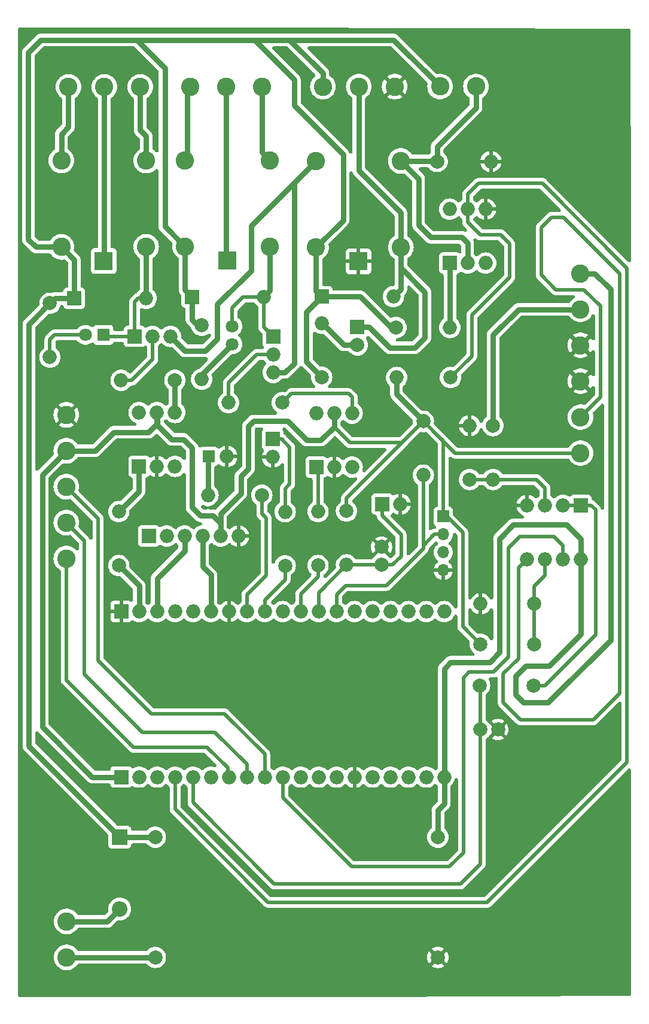
<source format=gbr>
%TF.GenerationSoftware,KiCad,Pcbnew,7.0.2*%
%TF.CreationDate,2024-04-12T13:31:14-03:00*%
%TF.ProjectId,Belliz_IOT,42656c6c-697a-45f4-994f-542e6b696361,rev?*%
%TF.SameCoordinates,Original*%
%TF.FileFunction,Copper,L2,Bot*%
%TF.FilePolarity,Positive*%
%FSLAX46Y46*%
G04 Gerber Fmt 4.6, Leading zero omitted, Abs format (unit mm)*
G04 Created by KiCad (PCBNEW 7.0.2) date 2024-04-12 13:31:14*
%MOMM*%
%LPD*%
G01*
G04 APERTURE LIST*
%TA.AperFunction,ComponentPad*%
%ADD10C,2.000000*%
%TD*%
%TA.AperFunction,ComponentPad*%
%ADD11O,2.000000X2.000000*%
%TD*%
%TA.AperFunction,ComponentPad*%
%ADD12R,2.000000X2.000000*%
%TD*%
%TA.AperFunction,ComponentPad*%
%ADD13C,2.600000*%
%TD*%
%TA.AperFunction,ComponentPad*%
%ADD14R,1.800000X1.800000*%
%TD*%
%TA.AperFunction,ComponentPad*%
%ADD15C,1.800000*%
%TD*%
%TA.AperFunction,ComponentPad*%
%ADD16R,2.600000X2.600000*%
%TD*%
%TA.AperFunction,ComponentPad*%
%ADD17R,1.700000X1.700000*%
%TD*%
%TA.AperFunction,ComponentPad*%
%ADD18O,1.700000X1.700000*%
%TD*%
%TA.AperFunction,ComponentPad*%
%ADD19R,2.200000X2.200000*%
%TD*%
%TA.AperFunction,ComponentPad*%
%ADD20O,2.200000X2.200000*%
%TD*%
%TA.AperFunction,Conductor*%
%ADD21C,0.508000*%
%TD*%
%TA.AperFunction,Conductor*%
%ADD22C,0.762000*%
%TD*%
G04 APERTURE END LIST*
D10*
%TO.P,R2,1*%
%TO.N,+3.3V*%
X109030000Y-101550000D03*
D11*
%TO.P,R2,2*%
%TO.N,/Microcontroller/BT_CONFIG*%
X109030000Y-109170000D03*
%TD*%
D12*
%TO.P,U7,1*%
%TO.N,Net-(R24-Pad2)*%
X104750000Y-95340000D03*
D11*
%TO.P,U7,2*%
%TO.N,Earth*%
X107290000Y-95340000D03*
%TO.P,U7,3,NC*%
%TO.N,unconnected-(U7-NC-Pad3)*%
X109830000Y-95340000D03*
%TO.P,U7,4*%
%TO.N,Net-(R25-Pad1)*%
X109830000Y-87720000D03*
%TO.P,U7,5*%
%TO.N,+3.3V*%
X107290000Y-87720000D03*
%TO.P,U7,6*%
%TO.N,unconnected-(U7-Pad6)*%
X104750000Y-87720000D03*
%TD*%
D12*
%TO.P,LED5,1,K*%
%TO.N,/Reles/OUT_DETECTOR*%
X110570000Y-75535000D03*
D10*
%TO.P,LED5,2,A*%
%TO.N,Net-(LED5-A)*%
X110570000Y-78075000D03*
%TD*%
%TO.P,R6,1*%
%TO.N,Net-(U1A-+)*%
X126460000Y-97110000D03*
D11*
%TO.P,R6,2*%
%TO.N,Earth*%
X126460000Y-89490000D03*
%TD*%
D10*
%TO.P,R18,1*%
%TO.N,/Microcontroller/FIRE_GPIO*%
X123750000Y-82670000D03*
D11*
%TO.P,R18,2*%
%TO.N,+3.3V*%
X116130000Y-82670000D03*
%TD*%
D13*
%TO.P,J5,1,Pin_1*%
%TO.N,+5V*%
X142156000Y-67960300D03*
%TO.P,J5,2,Pin_2*%
%TO.N,/Microcontroller/ACS712_OUT*%
X142156000Y-73040300D03*
%TO.P,J5,3,Pin_3*%
%TO.N,Earth*%
X142156000Y-78120300D03*
%TO.P,J5,4,Pin_4*%
X142156000Y-83200300D03*
%TO.P,J5,5,Pin_5*%
%TO.N,/Microcontroller/TCRT5000*%
X142156000Y-88280300D03*
%TO.P,J5,6,Pin_6*%
%TO.N,+3.3V*%
X142156000Y-93360300D03*
%TD*%
D10*
%TO.P,R4,1*%
%TO.N,Net-(U1B--)*%
X135640000Y-114680000D03*
D11*
%TO.P,R4,2*%
%TO.N,Earth*%
X128020000Y-114680000D03*
%TD*%
D10*
%TO.P,R9,1*%
%TO.N,/Microcontroller/LED_VD*%
X100350000Y-109280000D03*
D11*
%TO.P,R9,2*%
%TO.N,Net-(J2-Pin_1)*%
X100350000Y-101660000D03*
%TD*%
D10*
%TO.P,R5,1*%
%TO.N,/Microcontroller/ACS712_OUT*%
X129760000Y-89480000D03*
D11*
%TO.P,R5,2*%
%TO.N,Net-(U1A-+)*%
X129760000Y-97100000D03*
%TD*%
D10*
%TO.P,R21,1*%
%TO.N,/Microcontroller/RELE_1*%
X76800000Y-109260000D03*
D11*
%TO.P,R21,2*%
%TO.N,Net-(R21-Pad2)*%
X76800000Y-101640000D03*
%TD*%
D10*
%TO.P,R8,1*%
%TO.N,/Microcontroller/LED_VM*%
X97050000Y-99320000D03*
D11*
%TO.P,R8,2*%
%TO.N,Net-(J1-Pin_1)*%
X89430000Y-99320000D03*
%TD*%
D10*
%TO.P,R25,1*%
%TO.N,Net-(R25-Pad1)*%
X99960000Y-86230000D03*
D11*
%TO.P,R25,2*%
%TO.N,Net-(Q2-B)*%
X92340000Y-86230000D03*
%TD*%
D12*
%TO.P,J12,1,Pin_1*%
%TO.N,unconnected-(J12-Pin_1-Pad1)*%
X81040000Y-105090000D03*
D11*
%TO.P,J12,2,Pin_2*%
%TO.N,unconnected-(J12-Pin_2-Pad2)*%
X83580000Y-105090000D03*
%TO.P,J12,3,Pin_3*%
%TO.N,/Microcontroller/SCL*%
X86120000Y-105090000D03*
%TO.P,J12,4,Pin_4*%
%TO.N,/Microcontroller/SDA*%
X88660000Y-105090000D03*
%TO.P,J12,5,Pin_5*%
%TO.N,+3.3V*%
X91200000Y-105090000D03*
%TO.P,J12,6,Pin_6*%
%TO.N,Earth*%
X93740000Y-105090000D03*
%TD*%
D13*
%TO.P,J7,1,1*%
%TO.N,+12V*%
X105700000Y-41550000D03*
%TO.P,J7,2,2*%
%TO.N,/Reles/OUT_DETECTOR*%
X110780000Y-41550000D03*
%TO.P,J7,3,3*%
%TO.N,Earth*%
X115860000Y-41550000D03*
%TD*%
D10*
%TO.P,C1,2*%
%TO.N,Earth*%
X130476000Y-132460300D03*
%TO.P,C1,1*%
%TO.N,/Microcontroller/ACS712_BUF*%
X127976000Y-132460300D03*
%TD*%
D12*
%TO.P,U1,1*%
%TO.N,Net-(U1A--)*%
X142220000Y-100750000D03*
D11*
%TO.P,U1,2,-*%
X139680000Y-100750000D03*
%TO.P,U1,3,+*%
%TO.N,Net-(U1A-+)*%
X137140000Y-100750000D03*
%TO.P,U1,4,V-*%
%TO.N,Earth*%
X134600000Y-100750000D03*
%TO.P,U1,5,+*%
%TO.N,/Microcontroller/TCRT5000*%
X134600000Y-108370000D03*
%TO.P,U1,6,-*%
%TO.N,Net-(U1B--)*%
X137140000Y-108370000D03*
%TO.P,U1,7*%
%TO.N,/Microcontroller/OUT_RPM*%
X139680000Y-108370000D03*
%TO.P,U1,8,V+*%
%TO.N,+5V*%
X142220000Y-108370000D03*
%TD*%
D10*
%TO.P,R11,1*%
%TO.N,+3.3V*%
X119920000Y-88860000D03*
D11*
%TO.P,R11,2*%
%TO.N,/Microcontroller/DHT22*%
X119920000Y-96480000D03*
%TD*%
D13*
%TO.P,J9,1,1*%
%TO.N,/Reles/RELE_1_NF*%
X69680000Y-41593600D03*
%TO.P,J9,2,2*%
%TO.N,/Reles/COM_1*%
X74760000Y-41593600D03*
%TO.P,J9,3,3*%
%TO.N,/Reles/RELE_1_NA*%
X79840000Y-41593600D03*
%TD*%
D10*
%TO.P,R16,1*%
%TO.N,+12V*%
X116050000Y-75600000D03*
D11*
%TO.P,R16,2*%
%TO.N,Net-(R16-Pad2)*%
X123670000Y-75600000D03*
%TD*%
D10*
%TO.P,U3,4,OUT-*%
%TO.N,Earth*%
X121970000Y-164665000D03*
%TO.P,U3,3,OUT+*%
%TO.N,+5V*%
X121970000Y-147665000D03*
%TO.P,U3,2,IN_-*%
%TO.N,Net-(U3-IN_-)*%
X81970000Y-164665000D03*
%TO.P,U3,1,IN+*%
%TO.N,+12V*%
X81970000Y-147665000D03*
%TD*%
D12*
%TO.P,U4,1*%
%TO.N,Net-(R16-Pad2)*%
X123650000Y-66500000D03*
D11*
%TO.P,U4,2*%
%TO.N,/Reles/RELE_3_NA*%
X126190000Y-66500000D03*
%TO.P,U4,3,NC*%
%TO.N,unconnected-(U4-NC-Pad3)*%
X128730000Y-66500000D03*
%TO.P,U4,4*%
%TO.N,Earth*%
X128730000Y-58880000D03*
%TO.P,U4,5*%
%TO.N,/Microcontroller/FIRE_GPIO*%
X126190000Y-58880000D03*
%TO.P,U4,6*%
%TO.N,unconnected-(U4-Pad6)*%
X123650000Y-58880000D03*
%TD*%
D10*
%TO.P,R7,1*%
%TO.N,Net-(U1A--)*%
X135500000Y-126220000D03*
%TO.P,R7,2*%
%TO.N,/Microcontroller/ACS712_BUF*%
X127880000Y-126220000D03*
%TD*%
D14*
%TO.P,LED3,1,K*%
%TO.N,Net-(D5-A)*%
X74620000Y-76650000D03*
D15*
%TO.P,LED3,2,A*%
%TO.N,Net-(LED3-A)*%
X72080000Y-76650000D03*
%TD*%
D10*
%TO.P,R26,1*%
%TO.N,+12V*%
X88530000Y-75300000D03*
D11*
%TO.P,R26,2*%
%TO.N,Net-(LED4-A)*%
X88530000Y-82920000D03*
%TD*%
D12*
%TO.P,D7,1,K*%
%TO.N,+12V*%
X105520000Y-71250000D03*
D11*
%TO.P,D7,2,A*%
%TO.N,/Reles/OUT_DETECTOR*%
X115680000Y-71250000D03*
%TD*%
D13*
%TO.P,K5,1*%
%TO.N,Net-(D6-A)*%
X98190000Y-64170000D03*
D16*
%TO.P,K5,2*%
%TO.N,/Reles/COM_2*%
X92190000Y-66170000D03*
D13*
%TO.P,K5,3*%
%TO.N,/Reles/RELE_2_NA*%
X98190000Y-51970000D03*
%TO.P,K5,4*%
%TO.N,/Reles/RELE_2_NF*%
X86190000Y-51970000D03*
%TO.P,K5,5*%
%TO.N,+12V*%
X86190000Y-64170000D03*
%TD*%
D12*
%TO.P,D5,1,K*%
%TO.N,+12V*%
X70510000Y-71480000D03*
D11*
%TO.P,D5,2,A*%
%TO.N,Net-(D5-A)*%
X80670000Y-71480000D03*
%TD*%
D10*
%TO.P,R24,1*%
%TO.N,/Microcontroller/RELE_2*%
X105000000Y-109250000D03*
D11*
%TO.P,R24,2*%
%TO.N,Net-(R24-Pad2)*%
X105000000Y-101630000D03*
%TD*%
D12*
%TO.P,J2,1,Pin_1*%
%TO.N,Net-(J2-Pin_1)*%
X98590000Y-91405000D03*
D11*
%TO.P,J2,2,Pin_2*%
%TO.N,Earth*%
X98590000Y-93945000D03*
%TD*%
D12*
%TO.P,U6,1*%
%TO.N,Net-(R21-Pad2)*%
X79670000Y-95240000D03*
D11*
%TO.P,U6,2*%
%TO.N,Earth*%
X82210000Y-95240000D03*
%TO.P,U6,3,NC*%
%TO.N,unconnected-(U6-NC-Pad3)*%
X84750000Y-95240000D03*
%TO.P,U6,4*%
%TO.N,Net-(R22-Pad1)*%
X84750000Y-87620000D03*
%TO.P,U6,5*%
%TO.N,+3.3V*%
X82210000Y-87620000D03*
%TO.P,U6,6*%
%TO.N,unconnected-(U6-Pad6)*%
X79670000Y-87620000D03*
%TD*%
D13*
%TO.P,J11,1,1*%
%TO.N,Net-(U3-IN_-)*%
X69415000Y-164664300D03*
%TO.P,J11,2,2*%
%TO.N,Net-(D1-A)*%
X69415000Y-159584300D03*
%TD*%
%TO.P,J4,1,Pin_1*%
%TO.N,/Microcontroller/MAX6675_SO*%
X69374000Y-108279700D03*
%TO.P,J4,2,Pin_2*%
%TO.N,/Microcontroller/MAX6675_CS*%
X69374000Y-103199700D03*
%TO.P,J4,3,Pin_3*%
%TO.N,/Microcontroller/MAX6675_SCK*%
X69374000Y-98119700D03*
%TO.P,J4,4,Pin_4*%
%TO.N,+3.3V*%
X69374000Y-93039700D03*
%TO.P,J4,5,Pin_5*%
%TO.N,Earth*%
X69374000Y-87959700D03*
%TD*%
%TO.P,J8,1,1*%
%TO.N,+12V*%
X122280000Y-41539000D03*
%TO.P,J8,2,2*%
%TO.N,/Reles/RELE_3_NA*%
X127360000Y-41539000D03*
%TD*%
D10*
%TO.P,R23,1*%
%TO.N,+12V*%
X67060000Y-72190000D03*
D11*
%TO.P,R23,2*%
%TO.N,Net-(LED3-A)*%
X67060000Y-79810000D03*
%TD*%
D12*
%TO.P,Q2,1,C*%
%TO.N,Net-(D6-A)*%
X98650000Y-76880000D03*
D11*
%TO.P,Q2,2,B*%
%TO.N,Net-(Q2-B)*%
X98650000Y-79420000D03*
%TO.P,Q2,3,E*%
%TO.N,/Reles/GND2*%
X98650000Y-81960000D03*
%TD*%
D10*
%TO.P,C2,1*%
%TO.N,/Microcontroller/BT_CONFIG*%
X113990000Y-109150000D03*
%TO.P,C2,2*%
%TO.N,Earth*%
X113990000Y-106650000D03*
%TD*%
D17*
%TO.P,J6,1,Pin_1*%
%TO.N,+3.3V*%
X122740000Y-102320000D03*
D18*
%TO.P,J6,2,Pin_2*%
%TO.N,/Microcontroller/DHT22*%
X122740000Y-104860000D03*
%TO.P,J6,3,Pin_3*%
%TO.N,unconnected-(J6-Pin_3-Pad3)*%
X122740000Y-107400000D03*
%TO.P,J6,4,Pin_4*%
%TO.N,Earth*%
X122740000Y-109940000D03*
%TD*%
D12*
%TO.P,J3,1,Pin_1*%
%TO.N,/Microcontroller/BT_CONFIG*%
X114095000Y-100570000D03*
D11*
%TO.P,J3,2,Pin_2*%
%TO.N,Earth*%
X116635000Y-100570000D03*
%TD*%
D10*
%TO.P,R1,1*%
%TO.N,+12V*%
X105520000Y-82620000D03*
D11*
%TO.P,R1,2*%
%TO.N,Net-(LED5-A)*%
X105520000Y-75000000D03*
%TD*%
D12*
%TO.P,Q1,1,C*%
%TO.N,Net-(D5-A)*%
X79040000Y-76860000D03*
D11*
%TO.P,Q1,2,B*%
%TO.N,Net-(Q1-B)*%
X81580000Y-76860000D03*
%TO.P,Q1,3,E*%
%TO.N,/Reles/GND2*%
X84120000Y-76860000D03*
%TD*%
D12*
%TO.P,U5,1,3V3*%
%TO.N,+3.3V*%
X77137500Y-139170000D03*
D11*
%TO.P,U5,2,EN*%
%TO.N,unconnected-(U5-EN-Pad2)*%
X79677500Y-139170000D03*
%TO.P,U5,3,GPIO36/ADC0*%
%TO.N,unconnected-(U5-GPIO36{slash}ADC0-Pad3)*%
X82217500Y-139170000D03*
%TO.P,U5,4,GPIO39/ADC3*%
%TO.N,/Microcontroller/FIRE_GPIO*%
X84757500Y-139170000D03*
%TO.P,U5,5,GPIO34/ADC6*%
%TO.N,/Microcontroller/ACS712_BUF*%
X87297500Y-139170000D03*
%TO.P,U5,6,GPIO35/ADC7*%
%TO.N,unconnected-(U5-GPIO35{slash}ADC7-Pad6)*%
X89837500Y-139170000D03*
%TO.P,U5,7,GPIO32/ADC4*%
%TO.N,/Microcontroller/MAX6675_SO*%
X92377500Y-139170000D03*
%TO.P,U5,8,GPIO33/ADC5*%
%TO.N,/Microcontroller/MAX6675_CS*%
X94917500Y-139170000D03*
%TO.P,U5,9,GPIO25/ADC18*%
%TO.N,/Microcontroller/MAX6675_SCK*%
X97457500Y-139170000D03*
%TO.P,U5,10,GPIO26/ADC19*%
%TO.N,/Microcontroller/OUT_RPM*%
X99997500Y-139170000D03*
%TO.P,U5,11,GPIO27/ADC17*%
%TO.N,unconnected-(U5-GPIO27{slash}ADC17-Pad11)*%
X102537500Y-139170000D03*
%TO.P,U5,12,GPIO14/ADC16*%
%TO.N,unconnected-(U5-GPIO14{slash}ADC16-Pad12)*%
X105077500Y-139170000D03*
%TO.P,U5,13,GPIO12/ADC15*%
%TO.N,unconnected-(U5-GPIO12{slash}ADC15-Pad13)*%
X107617500Y-139170000D03*
%TO.P,U5,14,GND*%
%TO.N,Earth*%
X110157500Y-139170000D03*
%TO.P,U5,15,GPIO13/ADC14*%
%TO.N,unconnected-(U5-GPIO13{slash}ADC14-Pad15)*%
X112697500Y-139170000D03*
%TO.P,U5,16,GPIO9/RX1*%
%TO.N,unconnected-(U5-GPIO9{slash}RX1-Pad16)*%
X115237500Y-139170000D03*
%TO.P,U5,17,GPIO10/TX1*%
%TO.N,unconnected-(U5-GPIO10{slash}TX1-Pad17)*%
X117777500Y-139170000D03*
%TO.P,U5,18,GPIO11*%
%TO.N,unconnected-(U5-GPIO11-Pad18)*%
X120317500Y-139170000D03*
%TO.P,U5,19,5V*%
%TO.N,+5V*%
X122857500Y-139170000D03*
%TO.P,U5,20,GPIO6/FLASH_CK*%
%TO.N,unconnected-(U5-GPIO6{slash}FLASH_CK-Pad20)*%
X122857500Y-115770000D03*
%TO.P,U5,21,GPIO7/FLASH_D0*%
%TO.N,unconnected-(U5-GPIO7{slash}FLASH_D0-Pad21)*%
X120317500Y-115770000D03*
%TO.P,U5,22,GPIO8/FLASH_D1*%
%TO.N,unconnected-(U5-GPIO8{slash}FLASH_D1-Pad22)*%
X117777500Y-115770000D03*
%TO.P,U5,23,GPIO15/ADC13*%
%TO.N,unconnected-(U5-GPIO15{slash}ADC13-Pad23)*%
X115237500Y-115770000D03*
%TO.P,U5,24,GPIO2/ADC12*%
%TO.N,unconnected-(U5-GPIO2{slash}ADC12-Pad24)*%
X112697500Y-115770000D03*
%TO.P,U5,25,GPIO0/ADC11*%
%TO.N,unconnected-(U5-GPIO0{slash}ADC11-Pad25)*%
X110157500Y-115770000D03*
%TO.P,U5,26,GPIO4/ADC10*%
%TO.N,/Microcontroller/DHT22*%
X107617500Y-115770000D03*
%TO.P,U5,27,GPIO16/RX2*%
%TO.N,/Microcontroller/BT_CONFIG*%
X105077500Y-115770000D03*
%TO.P,U5,28,GPIO17/TX2*%
%TO.N,/Microcontroller/RELE_2*%
X102537500Y-115770000D03*
%TO.P,U5,29,GPIO5/SS*%
%TO.N,unconnected-(U5-GPIO5{slash}SS-Pad29)*%
X99997500Y-115770000D03*
%TO.P,U5,30,GPIO18/SCK*%
%TO.N,/Microcontroller/LED_VD*%
X97457500Y-115770000D03*
%TO.P,U5,31,GPIO19/MISO*%
%TO.N,/Microcontroller/LED_VM*%
X94917500Y-115770000D03*
%TO.P,U5,32,GND*%
%TO.N,Earth*%
X92377500Y-115770000D03*
%TO.P,U5,33,GPIO21/SDA*%
%TO.N,/Microcontroller/SDA*%
X89837500Y-115770000D03*
%TO.P,U5,34,GPIO3/RX0*%
%TO.N,unconnected-(U5-GPIO3{slash}RX0-Pad34)*%
X87297500Y-115770000D03*
%TO.P,U5,35,GPIO1/TX0*%
%TO.N,unconnected-(U5-GPIO1{slash}TX0-Pad35)*%
X84757500Y-115770000D03*
%TO.P,U5,36,GPIO22/SCL*%
%TO.N,/Microcontroller/SCL*%
X82217500Y-115770000D03*
%TO.P,U5,37,GPIO23/MOSI*%
%TO.N,/Microcontroller/RELE_1*%
X79677500Y-115770000D03*
D12*
%TO.P,U5,38,GND*%
%TO.N,Earth*%
X77137500Y-115770000D03*
%TD*%
D10*
%TO.P,R22,1*%
%TO.N,Net-(R22-Pad1)*%
X84750000Y-83070000D03*
D11*
%TO.P,R22,2*%
%TO.N,Net-(Q1-B)*%
X77130000Y-83070000D03*
%TD*%
D13*
%TO.P,K6,1*%
%TO.N,/Reles/OUT_DETECTOR*%
X116724600Y-64256400D03*
D16*
%TO.P,K6,2*%
%TO.N,Earth*%
X110724600Y-66256400D03*
D13*
%TO.P,K6,3*%
%TO.N,/Reles/RELE_3_NA*%
X116724600Y-52056400D03*
%TO.P,K6,4*%
%TO.N,/Reles/GND2*%
X104724600Y-52056400D03*
%TO.P,K6,5*%
%TO.N,+12V*%
X104724600Y-64256400D03*
%TD*%
D10*
%TO.P,R17,1*%
%TO.N,/Reles/RELE_3_NA*%
X121870000Y-52130000D03*
D11*
%TO.P,R17,2*%
%TO.N,Earth*%
X129490000Y-52130000D03*
%TD*%
D12*
%TO.P,D6,1,K*%
%TO.N,+12V*%
X87150000Y-71280000D03*
D11*
%TO.P,D6,2,A*%
%TO.N,Net-(D6-A)*%
X97310000Y-71280000D03*
%TD*%
D17*
%TO.P,J1,1,Pin_1*%
%TO.N,Net-(J1-Pin_1)*%
X89545000Y-93830000D03*
D11*
%TO.P,J1,2,Pin_2*%
%TO.N,Earth*%
X92085000Y-93830000D03*
%TD*%
D10*
%TO.P,R3,1*%
%TO.N,+3.3V*%
X127980000Y-120400000D03*
%TO.P,R3,2*%
%TO.N,Net-(U1B--)*%
X135600000Y-120400000D03*
%TD*%
D19*
%TO.P,D1,1,K*%
%TO.N,+12V*%
X76940000Y-147660000D03*
D20*
%TO.P,D1,2,A*%
%TO.N,Net-(D1-A)*%
X76940000Y-157820000D03*
%TD*%
D13*
%TO.P,J10,1,1*%
%TO.N,/Reles/RELE_2_NF*%
X86875400Y-41583600D03*
%TO.P,J10,2,2*%
%TO.N,/Reles/COM_2*%
X91955400Y-41583600D03*
%TO.P,J10,3,3*%
%TO.N,/Reles/RELE_2_NA*%
X97035400Y-41583600D03*
%TD*%
D15*
%TO.P,LED4,1,K*%
%TO.N,Net-(D6-A)*%
X92870000Y-75425000D03*
%TO.P,LED4,2,A*%
%TO.N,Net-(LED4-A)*%
X92870000Y-77965000D03*
%TD*%
D13*
%TO.P,K4,1*%
%TO.N,Net-(D5-A)*%
X80670000Y-64210000D03*
D16*
%TO.P,K4,2*%
%TO.N,/Reles/COM_1*%
X74670000Y-66210000D03*
D13*
%TO.P,K4,3*%
%TO.N,/Reles/RELE_1_NA*%
X80670000Y-52010000D03*
%TO.P,K4,4*%
%TO.N,/Reles/RELE_1_NF*%
X68670000Y-52010000D03*
%TO.P,K4,5*%
%TO.N,+12V*%
X68670000Y-64210000D03*
%TD*%
D21*
%TO.N,Net-(LED3-A)*%
X67060000Y-77280000D02*
X67690000Y-76650000D01*
X67060000Y-79810000D02*
X67060000Y-77280000D01*
%TO.N,/Microcontroller/ACS712_BUF*%
X127976000Y-151464000D02*
X127976000Y-132460300D01*
X98810000Y-154280000D02*
X125160000Y-154280000D01*
X87297500Y-139170000D02*
X87297500Y-142767500D01*
X87297500Y-142767500D02*
X98810000Y-154280000D01*
X125160000Y-154280000D02*
X127976000Y-151464000D01*
X127976000Y-132460300D02*
X127976000Y-126316000D01*
%TO.N,/Microcontroller/BT_CONFIG*%
X105077500Y-113122500D02*
X105077500Y-115770000D01*
X109030000Y-109170000D02*
X105077500Y-113122500D01*
X115540000Y-109150000D02*
X113990000Y-109150000D01*
X114095000Y-102235000D02*
X116760000Y-104900000D01*
X113990000Y-109150000D02*
X109050000Y-109150000D01*
X116760000Y-104900000D02*
X116760000Y-107930000D01*
X116760000Y-107930000D02*
X115540000Y-109150000D01*
X114095000Y-100570000D02*
X114095000Y-102235000D01*
D22*
%TO.N,Net-(D1-A)*%
X75175700Y-159584300D02*
X76940000Y-157820000D01*
X69415000Y-159584300D02*
X75175700Y-159584300D01*
D21*
%TO.N,Net-(D5-A)*%
X79040000Y-76860000D02*
X74830000Y-76860000D01*
D22*
X80670000Y-64210000D02*
X80670000Y-71480000D01*
D21*
X80670000Y-71480000D02*
X79530000Y-71480000D01*
X79530000Y-71480000D02*
X79040000Y-71970000D01*
X79040000Y-71970000D02*
X79040000Y-76860000D01*
%TO.N,Net-(D6-A)*%
X92870000Y-75425000D02*
X92870000Y-72810000D01*
X92870000Y-72810000D02*
X94400000Y-71280000D01*
D22*
X98190000Y-64170000D02*
X98190000Y-70400000D01*
D21*
X94400000Y-71280000D02*
X97310000Y-71280000D01*
X97310000Y-75540000D02*
X98650000Y-76880000D01*
D22*
X98190000Y-70400000D02*
X97310000Y-71280000D01*
D21*
X97310000Y-71280000D02*
X97310000Y-75540000D01*
D22*
%TO.N,+12V*%
X68670000Y-64210000D02*
X65040000Y-64210000D01*
X115701000Y-34960000D02*
X122280000Y-41539000D01*
X105520000Y-71250000D02*
X103360000Y-73410000D01*
X65040000Y-64210000D02*
X64000000Y-63170000D01*
X87150000Y-71280000D02*
X87150000Y-74480000D01*
X108550000Y-51120000D02*
X101660000Y-44230000D01*
X86190000Y-64170000D02*
X86190000Y-70320000D01*
X101010000Y-34960000D02*
X115701000Y-34960000D01*
X103360000Y-73410000D02*
X103360000Y-80460000D01*
X105700000Y-41550000D02*
X105700000Y-39650000D01*
X115340000Y-75600000D02*
X110990000Y-71250000D01*
X116050000Y-75600000D02*
X115340000Y-75600000D01*
X64000000Y-63170000D02*
X64000000Y-36730000D01*
X64070000Y-134790000D02*
X64070000Y-75180000D01*
X86190000Y-64170000D02*
X83320000Y-61300000D01*
X64070000Y-75180000D02*
X67060000Y-72190000D01*
X68670000Y-64210000D02*
X70510000Y-66050000D01*
X67770000Y-71480000D02*
X67060000Y-72190000D01*
X101660000Y-44230000D02*
X101660000Y-40590000D01*
X110990000Y-71250000D02*
X105520000Y-71250000D01*
X79350000Y-34960000D02*
X77520000Y-34960000D01*
X108550000Y-60431000D02*
X108550000Y-51120000D01*
X105700000Y-39650000D02*
X101010000Y-34960000D01*
X83320000Y-61300000D02*
X83320000Y-38930000D01*
X70510000Y-66050000D02*
X70510000Y-71480000D01*
X101660000Y-40590000D02*
X96030000Y-34960000D01*
X87150000Y-74480000D02*
X87700000Y-75030000D01*
X104724600Y-64256400D02*
X108550000Y-60431000D01*
X104724600Y-64256400D02*
X104724600Y-70454600D01*
X65770000Y-34960000D02*
X77520000Y-34960000D01*
X64000000Y-36730000D02*
X65770000Y-34960000D01*
X76940000Y-147660000D02*
X76940000Y-147550000D01*
X83320000Y-38930000D02*
X79350000Y-34960000D01*
X76940000Y-147660000D02*
X64070000Y-134790000D01*
X76940000Y-147660000D02*
X81965000Y-147660000D01*
X81965000Y-147660000D02*
X81970000Y-147665000D01*
X70510000Y-71480000D02*
X67770000Y-71480000D01*
X103360000Y-80460000D02*
X105520000Y-82620000D01*
X86190000Y-70320000D02*
X87150000Y-71280000D01*
X96030000Y-34960000D02*
X101010000Y-34960000D01*
X104724600Y-70454600D02*
X105520000Y-71250000D01*
X77520000Y-34960000D02*
X96030000Y-34960000D01*
%TO.N,/Reles/OUT_DETECTOR*%
X118680000Y-78490000D02*
X120130000Y-77040000D01*
X116724600Y-67180000D02*
X116724600Y-70205400D01*
X110780000Y-53440000D02*
X110780000Y-41550000D01*
X115190000Y-78490000D02*
X118680000Y-78490000D01*
X110570000Y-75535000D02*
X112235000Y-75535000D01*
X116724600Y-70205400D02*
X115680000Y-71250000D01*
X120130000Y-77040000D02*
X120130000Y-70585400D01*
X116724600Y-64256400D02*
X116724600Y-67180000D01*
X112235000Y-75535000D02*
X115190000Y-78490000D01*
X120130000Y-70585400D02*
X116724600Y-67180000D01*
X116724600Y-64256400D02*
X116724600Y-59384600D01*
X116724600Y-59384600D02*
X110780000Y-53440000D01*
%TO.N,Net-(J1-Pin_1)*%
X89430000Y-99320000D02*
X89430000Y-93945000D01*
X89430000Y-93945000D02*
X89545000Y-93830000D01*
D21*
%TO.N,Net-(J2-Pin_1)*%
X100350000Y-98360000D02*
X100990000Y-97720000D01*
X100990000Y-92520000D02*
X99875000Y-91405000D01*
X100990000Y-97720000D02*
X100990000Y-92520000D01*
X100350000Y-101660000D02*
X100350000Y-98360000D01*
X99875000Y-91405000D02*
X98590000Y-91405000D01*
%TO.N,/Microcontroller/MAX6675_SO*%
X69374000Y-125464000D02*
X78860000Y-134950000D01*
X89300000Y-134950000D02*
X92210000Y-137860000D01*
X69374000Y-108279700D02*
X69374000Y-125464000D01*
X78860000Y-134950000D02*
X89300000Y-134950000D01*
X92220000Y-137860000D02*
X92220000Y-139012500D01*
%TO.N,/Microcontroller/MAX6675_CS*%
X80130000Y-132820000D02*
X90410000Y-132820000D01*
X94917500Y-137327500D02*
X94917500Y-139170000D01*
X90410000Y-132820000D02*
X94917500Y-137327500D01*
X71910000Y-124600000D02*
X80130000Y-132820000D01*
X69374000Y-103199700D02*
X71910000Y-105735700D01*
X71910000Y-105735700D02*
X71910000Y-124600000D01*
%TO.N,/Microcontroller/MAX6675_SCK*%
X97457500Y-135907500D02*
X97457500Y-139170000D01*
X91770000Y-130220000D02*
X97457500Y-135907500D01*
X81390000Y-130220000D02*
X91770000Y-130220000D01*
X73870000Y-102615700D02*
X73870000Y-122700000D01*
X69374000Y-98119700D02*
X73870000Y-102615700D01*
X73870000Y-122700000D02*
X81390000Y-130220000D01*
D22*
%TO.N,+3.3V*%
X65970000Y-96443700D02*
X69374000Y-93039700D01*
D21*
X125490000Y-117910000D02*
X127980000Y-120400000D01*
D22*
X91200000Y-101940000D02*
X94090000Y-99050000D01*
X81020000Y-90410000D02*
X82230000Y-89200000D01*
X116120000Y-85060000D02*
X119920000Y-88860000D01*
D21*
X142156000Y-93360300D02*
X124420300Y-93360300D01*
D22*
X95150000Y-89550000D02*
X95870000Y-88830000D01*
X95870000Y-88830000D02*
X100690000Y-88830000D01*
X87190000Y-101050000D02*
X88350000Y-102210000D01*
X95150000Y-95570000D02*
X95150000Y-89550000D01*
X82230000Y-87640000D02*
X82210000Y-87620000D01*
X90100000Y-102210000D02*
X91200000Y-103310000D01*
X73070000Y-139170000D02*
X65970000Y-132070000D01*
X82210000Y-87620000D02*
X82210000Y-89330000D01*
X76100000Y-90410000D02*
X81020000Y-90410000D01*
X94090000Y-99050000D02*
X94090000Y-96630000D01*
X91200000Y-103310000D02*
X91200000Y-105090000D01*
D21*
X109030000Y-99750000D02*
X117180000Y-91600000D01*
D22*
X94090000Y-96630000D02*
X95150000Y-95570000D01*
X100690000Y-88830000D02*
X103390000Y-91530000D01*
X77137500Y-139170000D02*
X73070000Y-139170000D01*
D21*
X122710000Y-91650000D02*
X122710000Y-102290000D01*
D22*
X116130000Y-82670000D02*
X116120000Y-82680000D01*
X116120000Y-82680000D02*
X116120000Y-85060000D01*
D21*
X122710000Y-102290000D02*
X122740000Y-102320000D01*
D22*
X87190000Y-92630000D02*
X87190000Y-101050000D01*
D21*
X121650000Y-90590000D02*
X122710000Y-91650000D01*
D22*
X65970000Y-132070000D02*
X65970000Y-96443700D01*
D21*
X117180000Y-91600000D02*
X119920000Y-88860000D01*
X122740000Y-102320000D02*
X123230000Y-102320000D01*
D22*
X103390000Y-91530000D02*
X105410000Y-91530000D01*
D21*
X109531000Y-91891000D02*
X116889000Y-91891000D01*
D22*
X84300000Y-91420000D02*
X85980000Y-91420000D01*
D21*
X109030000Y-101550000D02*
X109030000Y-99750000D01*
D22*
X105410000Y-91530000D02*
X107290000Y-89650000D01*
X73470300Y-93039700D02*
X76100000Y-90410000D01*
X82210000Y-89330000D02*
X84300000Y-91420000D01*
D21*
X123230000Y-102320000D02*
X125490000Y-104580000D01*
D22*
X107290000Y-87720000D02*
X107290000Y-89650000D01*
D21*
X119920000Y-88860000D02*
X121650000Y-90590000D01*
D22*
X88350000Y-102210000D02*
X90100000Y-102210000D01*
D21*
X124420300Y-93360300D02*
X121650000Y-90590000D01*
X107290000Y-89650000D02*
X109531000Y-91891000D01*
D22*
X82230000Y-89200000D02*
X82230000Y-87640000D01*
D21*
X116889000Y-91891000D02*
X117180000Y-91600000D01*
D22*
X69374000Y-93039700D02*
X73470300Y-93039700D01*
X85980000Y-91420000D02*
X87190000Y-92630000D01*
D21*
X119920000Y-89660000D02*
X119920000Y-88860000D01*
X125490000Y-104580000D02*
X125490000Y-117910000D01*
D22*
X91200000Y-105090000D02*
X91200000Y-101940000D01*
%TO.N,+5V*%
X146400000Y-70170000D02*
X146400000Y-119810000D01*
X142220000Y-105530000D02*
X140200000Y-103510000D01*
X142220000Y-108370000D02*
X142220000Y-105530000D01*
X133000000Y-124880000D02*
X134410000Y-123470000D01*
X122857500Y-123852500D02*
X122857500Y-139170000D01*
X122857500Y-142962500D02*
X122857500Y-139170000D01*
X140200000Y-103510000D02*
X132660000Y-103510000D01*
X144190300Y-67960300D02*
X146400000Y-70170000D01*
X129300000Y-122940000D02*
X123770000Y-122940000D01*
X137580000Y-128630000D02*
X134110000Y-128630000D01*
X134110000Y-128630000D02*
X133000000Y-127520000D01*
X132660000Y-103510000D02*
X130690000Y-105480000D01*
X146400000Y-119810000D02*
X137580000Y-128630000D01*
X142156000Y-67960300D02*
X144190300Y-67960300D01*
X123770000Y-122940000D02*
X122857500Y-123852500D01*
X121970000Y-143850000D02*
X122857500Y-142962500D01*
X137740000Y-123470000D02*
X142220000Y-118990000D01*
X133000000Y-127520000D02*
X133000000Y-124880000D01*
X121970000Y-147665000D02*
X121970000Y-143850000D01*
X130690000Y-121550000D02*
X129300000Y-122940000D01*
X142220000Y-118990000D02*
X142220000Y-108370000D01*
X134410000Y-123470000D02*
X137740000Y-123470000D01*
X130690000Y-105480000D02*
X130690000Y-121550000D01*
%TO.N,/Microcontroller/ACS712_OUT*%
X133389700Y-73040300D02*
X129760000Y-76670000D01*
X129760000Y-76670000D02*
X129760000Y-89480000D01*
X142156000Y-73040300D02*
X133389700Y-73040300D01*
D21*
%TO.N,/Microcontroller/TCRT5000*%
X143960000Y-131060000D02*
X133630000Y-131060000D01*
X147700000Y-67990000D02*
X147700000Y-127320000D01*
X133370000Y-122430000D02*
X133370000Y-109600000D01*
X138020000Y-60040000D02*
X139750000Y-60040000D01*
X145000000Y-85436300D02*
X145000000Y-72600000D01*
X142650000Y-70250000D02*
X138650000Y-70250000D01*
X131220000Y-124580000D02*
X133370000Y-122430000D01*
X145000000Y-72600000D02*
X142650000Y-70250000D01*
X138650000Y-70250000D02*
X136590000Y-68190000D01*
X136590000Y-61470000D02*
X138020000Y-60040000D01*
X142156000Y-88280300D02*
X145000000Y-85436300D01*
X133370000Y-109600000D02*
X134600000Y-108370000D01*
X131220000Y-128650000D02*
X131220000Y-124580000D01*
X147700000Y-127320000D02*
X143960000Y-131060000D01*
X133630000Y-131060000D02*
X131220000Y-128650000D01*
X139750000Y-60040000D02*
X147700000Y-67990000D01*
X136590000Y-68190000D02*
X136590000Y-61470000D01*
%TO.N,/Microcontroller/DHT22*%
X114670000Y-112070000D02*
X119920000Y-106820000D01*
X107617500Y-113342500D02*
X108890000Y-112070000D01*
X122740000Y-104860000D02*
X121490000Y-104860000D01*
X108890000Y-112070000D02*
X114670000Y-112070000D01*
X121490000Y-104860000D02*
X119920000Y-106430000D01*
X107617500Y-115770000D02*
X107617500Y-113342500D01*
X119920000Y-106820000D02*
X119920000Y-96480000D01*
X119920000Y-106430000D02*
X119920000Y-106820000D01*
D22*
%TO.N,/Reles/RELE_3_NA*%
X127360000Y-44520000D02*
X121870000Y-50010000D01*
X126190000Y-66500000D02*
X126190000Y-63700000D01*
X121796400Y-52056400D02*
X121870000Y-52130000D01*
X116724600Y-52056400D02*
X121796400Y-52056400D01*
X125330000Y-62840000D02*
X120940000Y-62840000D01*
X120940000Y-62840000D02*
X119250000Y-61150000D01*
X126190000Y-63700000D02*
X125330000Y-62840000D01*
X119250000Y-54581800D02*
X116724600Y-52056400D01*
X121870000Y-50010000D02*
X121870000Y-52130000D01*
X119250000Y-61150000D02*
X119250000Y-54581800D01*
X127360000Y-41539000D02*
X127360000Y-44520000D01*
%TO.N,/Reles/RELE_1_NF*%
X68670000Y-48250000D02*
X69680000Y-47240000D01*
X68670000Y-52010000D02*
X68670000Y-48250000D01*
X69680000Y-47240000D02*
X69680000Y-41593600D01*
%TO.N,/Reles/COM_1*%
X74760000Y-66120000D02*
X74670000Y-66210000D01*
X74760000Y-41593600D02*
X74760000Y-66120000D01*
%TO.N,/Reles/RELE_1_NA*%
X80670000Y-48530000D02*
X79830000Y-47690000D01*
X80670000Y-52010000D02*
X80670000Y-48530000D01*
X79830000Y-47690000D02*
X79840000Y-47680000D01*
X79840000Y-47680000D02*
X79840000Y-41593600D01*
%TO.N,/Reles/RELE_2_NF*%
X86480000Y-41979000D02*
X86480000Y-51680000D01*
X86875400Y-41583600D02*
X86480000Y-41979000D01*
X86480000Y-51680000D02*
X86190000Y-51970000D01*
%TO.N,/Reles/COM_2*%
X91955400Y-41583600D02*
X91955400Y-65935400D01*
X91955400Y-65935400D02*
X92190000Y-66170000D01*
%TO.N,/Reles/RELE_2_NA*%
X97035400Y-41583600D02*
X97035400Y-50815400D01*
X97035400Y-50815400D02*
X98190000Y-51970000D01*
%TO.N,Net-(U3-IN_-)*%
X69415000Y-164664300D02*
X81969300Y-164664300D01*
%TO.N,/Microcontroller/SCL*%
X82217500Y-111082500D02*
X82217500Y-115770000D01*
X86120000Y-107180000D02*
X82217500Y-111082500D01*
X86120000Y-105090000D02*
X86120000Y-107180000D01*
%TO.N,/Microcontroller/SDA*%
X88660000Y-105090000D02*
X88660000Y-109430000D01*
X89850000Y-110620000D02*
X89837500Y-110632500D01*
X89837500Y-110632500D02*
X89837500Y-115770000D01*
X88660000Y-109430000D02*
X89850000Y-110620000D01*
%TO.N,/Reles/GND2*%
X104724600Y-52056400D02*
X101625500Y-55155500D01*
X89030000Y-78920000D02*
X88950000Y-78920000D01*
X100320000Y-81960000D02*
X101620000Y-80660000D01*
X90740000Y-77210000D02*
X89030000Y-78920000D01*
X88950000Y-78920000D02*
X86180000Y-78920000D01*
X86180000Y-78920000D02*
X84120000Y-76860000D01*
X101620000Y-80660000D02*
X101620000Y-64869153D01*
X98650000Y-81960000D02*
X100320000Y-81960000D01*
X90740000Y-72360000D02*
X90740000Y-77210000D01*
X95560000Y-67540000D02*
X90740000Y-72360000D01*
X101625500Y-55155500D02*
X95560000Y-61221000D01*
X95560000Y-61221000D02*
X95560000Y-67540000D01*
X101620000Y-64869153D02*
X101625500Y-64863653D01*
X101625500Y-64863653D02*
X101625500Y-55155500D01*
D21*
%TO.N,Net-(LED3-A)*%
X67690000Y-76650000D02*
X72080000Y-76650000D01*
D22*
%TO.N,Net-(LED4-A)*%
X88530000Y-82305000D02*
X92870000Y-77965000D01*
X88530000Y-82920000D02*
X88530000Y-82305000D01*
%TO.N,Net-(LED5-A)*%
X110570000Y-78075000D02*
X108665000Y-78075000D01*
X105590000Y-75000000D02*
X105520000Y-75000000D01*
X108665000Y-78075000D02*
X105590000Y-75000000D01*
D21*
%TO.N,Net-(Q1-B)*%
X77130000Y-83070000D02*
X78640000Y-83070000D01*
X81580000Y-80130000D02*
X81580000Y-76860000D01*
X78640000Y-83070000D02*
X81580000Y-80130000D01*
%TO.N,Net-(Q2-B)*%
X92340000Y-83420000D02*
X96340000Y-79420000D01*
X92340000Y-86230000D02*
X92340000Y-83420000D01*
X96340000Y-79420000D02*
X98650000Y-79420000D01*
%TO.N,Net-(U1B--)*%
X137140000Y-110690000D02*
X137140000Y-108370000D01*
X135640000Y-114680000D02*
X135640000Y-112190000D01*
X135640000Y-112190000D02*
X137140000Y-110690000D01*
X135600000Y-120400000D02*
X135600000Y-114720000D01*
%TO.N,Net-(U1A-+)*%
X129750000Y-97110000D02*
X129760000Y-97100000D01*
X135900000Y-97100000D02*
X137140000Y-98340000D01*
X137140000Y-98340000D02*
X137140000Y-100750000D01*
X129760000Y-97100000D02*
X135900000Y-97100000D01*
X126460000Y-97110000D02*
X129750000Y-97110000D01*
%TO.N,Net-(U1A--)*%
X135500000Y-126220000D02*
X137090000Y-126220000D01*
X143650000Y-100750000D02*
X142220000Y-100750000D01*
X144280000Y-101380000D02*
X143650000Y-100750000D01*
X139680000Y-100750000D02*
X142220000Y-100750000D01*
X137090000Y-126220000D02*
X144280000Y-119030000D01*
X144280000Y-119030000D02*
X144280000Y-101380000D01*
%TO.N,/Microcontroller/LED_VM*%
X94917500Y-113362500D02*
X94917500Y-115770000D01*
X97650000Y-110630000D02*
X94917500Y-113362500D01*
X97050000Y-101970000D02*
X97650000Y-102570000D01*
X97650000Y-102570000D02*
X97650000Y-110630000D01*
X97050000Y-99320000D02*
X97050000Y-101970000D01*
%TO.N,/Microcontroller/LED_VD*%
X100350000Y-109280000D02*
X100350000Y-111280000D01*
X100350000Y-111280000D02*
X97457500Y-114172500D01*
X97457500Y-114172500D02*
X97457500Y-115770000D01*
D22*
%TO.N,Net-(R16-Pad2)*%
X123670000Y-75600000D02*
X123670000Y-66520000D01*
X123670000Y-66520000D02*
X123650000Y-66500000D01*
%TO.N,Net-(R21-Pad2)*%
X79660000Y-98780000D02*
X79660000Y-98120000D01*
X79660000Y-98120000D02*
X79670000Y-98110000D01*
X76800000Y-101640000D02*
X79660000Y-98780000D01*
X79670000Y-98110000D02*
X79670000Y-95240000D01*
%TO.N,Net-(R22-Pad1)*%
X84750000Y-83070000D02*
X84750000Y-87620000D01*
D21*
%TO.N,Net-(R24-Pad2)*%
X105000000Y-95590000D02*
X104750000Y-95340000D01*
X105000000Y-101630000D02*
X105000000Y-95590000D01*
%TO.N,Net-(R25-Pad1)*%
X109330000Y-84960000D02*
X109830000Y-85460000D01*
X109830000Y-85460000D02*
X109830000Y-87720000D01*
X101230000Y-84960000D02*
X109330000Y-84960000D01*
X99960000Y-86230000D02*
X101230000Y-84960000D01*
%TO.N,/Microcontroller/OUT_RPM*%
X125590000Y-149860000D02*
X125590000Y-125150000D01*
X99997500Y-139170000D02*
X99997500Y-142057500D01*
X131950000Y-122180000D02*
X131950000Y-106780000D01*
X126410000Y-124330000D02*
X129800000Y-124330000D01*
X129800000Y-124330000D02*
X131950000Y-122180000D01*
X138350000Y-105150000D02*
X139680000Y-106480000D01*
X125590000Y-125150000D02*
X126410000Y-124330000D01*
X133580000Y-105150000D02*
X138350000Y-105150000D01*
X109800000Y-151860000D02*
X123590000Y-151860000D01*
X139680000Y-106480000D02*
X139680000Y-108370000D01*
X99997500Y-142057500D02*
X109800000Y-151860000D01*
X131950000Y-106780000D02*
X133580000Y-105150000D01*
X123590000Y-151860000D02*
X125590000Y-149860000D01*
%TO.N,/Microcontroller/FIRE_GPIO*%
X84757500Y-139170000D02*
X84757500Y-143687500D01*
X126190000Y-56780000D02*
X126190000Y-58880000D01*
X123750000Y-82670000D02*
X126770000Y-79650000D01*
X127960000Y-62500000D02*
X126190000Y-60730000D01*
X126190000Y-60730000D02*
X126190000Y-58880000D01*
X84757500Y-143687500D02*
X97950000Y-156880000D01*
X126770000Y-73840000D02*
X132110000Y-68500000D01*
X148730000Y-67200000D02*
X136770000Y-55240000D01*
X148730000Y-137070000D02*
X148730000Y-67200000D01*
X126770000Y-79650000D02*
X126770000Y-73840000D01*
X128920000Y-156880000D02*
X148730000Y-137070000D01*
X132110000Y-68500000D02*
X132110000Y-63790000D01*
X136770000Y-55240000D02*
X127730000Y-55240000D01*
X127730000Y-55240000D02*
X126190000Y-56780000D01*
X132110000Y-63790000D02*
X130820000Y-62500000D01*
X130820000Y-62500000D02*
X127960000Y-62500000D01*
X97950000Y-156880000D02*
X128920000Y-156880000D01*
%TO.N,/Microcontroller/RELE_2*%
X105000000Y-109250000D02*
X105000000Y-110810000D01*
X102537500Y-113272500D02*
X102537500Y-115770000D01*
X105000000Y-110810000D02*
X102537500Y-113272500D01*
D22*
%TO.N,/Microcontroller/RELE_1*%
X79677500Y-112137500D02*
X76800000Y-109260000D01*
X79677500Y-115770000D02*
X79677500Y-112137500D01*
%TD*%
%TA.AperFunction,Conductor*%
%TO.N,Earth*%
G36*
X149008693Y-33378958D02*
G01*
X149105431Y-33398618D01*
X149187282Y-33453801D01*
X149241785Y-33536107D01*
X149260643Y-33631308D01*
X149329500Y-60532657D01*
X149329500Y-66110366D01*
X149310242Y-66207185D01*
X149255398Y-66289264D01*
X149173319Y-66344108D01*
X149076500Y-66363366D01*
X148979681Y-66344108D01*
X148897602Y-66289264D01*
X137361480Y-54753142D01*
X137337441Y-54725325D01*
X137328398Y-54713178D01*
X137294084Y-54684385D01*
X137277913Y-54669566D01*
X137288469Y-54679526D01*
X137282971Y-54674633D01*
X137277765Y-54669427D01*
X137271992Y-54664862D01*
X137271985Y-54664856D01*
X137254499Y-54651030D01*
X137248820Y-54646404D01*
X137191853Y-54598604D01*
X137191850Y-54598602D01*
X137183221Y-54591362D01*
X137105639Y-54555184D01*
X137099018Y-54551979D01*
X137022503Y-54513552D01*
X136938680Y-54496244D01*
X136931500Y-54494652D01*
X136848168Y-54474903D01*
X136762602Y-54477393D01*
X136755244Y-54477500D01*
X127803984Y-54477500D01*
X127767312Y-54474828D01*
X127752327Y-54472632D01*
X127707708Y-54476537D01*
X127685788Y-54477494D01*
X127700297Y-54477072D01*
X127692944Y-54477500D01*
X127685588Y-54477500D01*
X127678286Y-54478353D01*
X127678272Y-54478354D01*
X127656158Y-54480938D01*
X127648861Y-54481684D01*
X127563536Y-54489151D01*
X127483102Y-54518425D01*
X127476163Y-54520837D01*
X127394871Y-54547776D01*
X127368500Y-54565121D01*
X127323328Y-54594830D01*
X127317143Y-54598771D01*
X127244264Y-54643724D01*
X127185496Y-54706014D01*
X127180371Y-54711290D01*
X125703140Y-56188520D01*
X125675330Y-56212554D01*
X125663177Y-56221601D01*
X125634380Y-56255920D01*
X125621139Y-56270498D01*
X125629521Y-56261535D01*
X125624627Y-56267034D01*
X125619427Y-56272235D01*
X125614868Y-56278000D01*
X125614864Y-56278005D01*
X125601038Y-56295490D01*
X125596402Y-56301181D01*
X125541361Y-56366778D01*
X125505185Y-56444358D01*
X125501980Y-56450980D01*
X125463552Y-56527495D01*
X125446241Y-56611334D01*
X125444649Y-56618513D01*
X125424903Y-56701832D01*
X125427392Y-56787399D01*
X125427499Y-56794755D01*
X125427499Y-57436363D01*
X125408241Y-57533182D01*
X125353397Y-57615261D01*
X125306694Y-57652079D01*
X125300585Y-57655822D01*
X125120030Y-57810031D01*
X125112379Y-57818990D01*
X125034855Y-57880102D01*
X124939845Y-57906896D01*
X124841813Y-57895291D01*
X124755685Y-57847054D01*
X124727621Y-57818990D01*
X124719969Y-57810031D01*
X124567719Y-57679997D01*
X124539416Y-57655824D01*
X124423950Y-57585066D01*
X124336961Y-57531758D01*
X124117596Y-57440896D01*
X124117594Y-57440895D01*
X123886711Y-57385465D01*
X123886709Y-57385464D01*
X123886706Y-57385464D01*
X123677188Y-57368974D01*
X123650000Y-57366835D01*
X123649999Y-57366835D01*
X123413293Y-57385464D01*
X123413288Y-57385465D01*
X123413289Y-57385465D01*
X123182406Y-57440895D01*
X123182404Y-57440895D01*
X123182403Y-57440896D01*
X122963038Y-57531758D01*
X122826776Y-57615261D01*
X122760588Y-57655822D01*
X122760581Y-57655826D01*
X122580031Y-57810031D01*
X122425826Y-57990581D01*
X122301758Y-58193038D01*
X122217972Y-58395320D01*
X122210895Y-58412406D01*
X122200658Y-58455048D01*
X122155464Y-58643293D01*
X122136835Y-58879999D01*
X122155464Y-59116706D01*
X122155464Y-59116709D01*
X122155465Y-59116711D01*
X122210895Y-59347594D01*
X122210896Y-59347596D01*
X122301758Y-59566961D01*
X122363792Y-59668189D01*
X122425824Y-59769416D01*
X122580031Y-59949969D01*
X122760584Y-60104176D01*
X122876032Y-60174923D01*
X122963038Y-60228241D01*
X123050746Y-60264570D01*
X123182406Y-60319105D01*
X123413289Y-60374535D01*
X123650000Y-60393165D01*
X123886711Y-60374535D01*
X124117594Y-60319105D01*
X124336963Y-60228240D01*
X124539416Y-60104176D01*
X124719969Y-59949969D01*
X124727618Y-59941012D01*
X124805141Y-59879899D01*
X124900150Y-59853104D01*
X124998182Y-59864707D01*
X125084311Y-59912942D01*
X125112380Y-59941011D01*
X125120031Y-59949969D01*
X125300584Y-60104176D01*
X125306692Y-60107919D01*
X125379179Y-60174923D01*
X125420509Y-60264570D01*
X125427500Y-60323636D01*
X125427500Y-60656018D01*
X125424829Y-60692686D01*
X125422633Y-60707672D01*
X125426537Y-60752281D01*
X125427493Y-60774178D01*
X125427072Y-60759705D01*
X125427500Y-60767055D01*
X125427500Y-60774412D01*
X125428353Y-60781718D01*
X125428354Y-60781721D01*
X125430942Y-60803873D01*
X125431688Y-60811176D01*
X125439151Y-60896465D01*
X125468431Y-60976911D01*
X125470847Y-60983861D01*
X125497775Y-61065126D01*
X125544833Y-61136675D01*
X125548779Y-61142869D01*
X125586684Y-61204321D01*
X125593724Y-61215733D01*
X125601913Y-61223459D01*
X125601915Y-61223462D01*
X125656031Y-61274518D01*
X125661274Y-61279611D01*
X126016698Y-61635035D01*
X126071542Y-61717114D01*
X126090800Y-61813933D01*
X126071542Y-61910752D01*
X126016698Y-61992831D01*
X125934619Y-62047675D01*
X125837800Y-62066933D01*
X125740981Y-62047675D01*
X125711308Y-62033042D01*
X125693785Y-62022925D01*
X125690373Y-62021816D01*
X125653713Y-62006630D01*
X125650523Y-62005005D01*
X125589112Y-61988549D01*
X125576417Y-61984789D01*
X125515958Y-61965145D01*
X125514497Y-61964991D01*
X125512401Y-61964771D01*
X125473376Y-61957538D01*
X125469913Y-61956610D01*
X125406425Y-61953283D01*
X125393233Y-61952245D01*
X125383216Y-61951192D01*
X125383192Y-61951190D01*
X125376620Y-61950500D01*
X125369999Y-61950500D01*
X125359919Y-61950500D01*
X125346678Y-61950153D01*
X125283193Y-61946825D01*
X125281156Y-61947148D01*
X125279658Y-61947385D01*
X125240083Y-61950500D01*
X121413239Y-61950500D01*
X121316420Y-61931242D01*
X121234341Y-61876398D01*
X120213602Y-60855659D01*
X120158758Y-60773580D01*
X120139500Y-60676761D01*
X120139500Y-54671718D01*
X120142615Y-54632138D01*
X120143174Y-54628607D01*
X120139847Y-54565121D01*
X120139500Y-54551880D01*
X120139500Y-54541807D01*
X120139500Y-54541806D01*
X120139500Y-54535180D01*
X120137752Y-54518562D01*
X120136717Y-54505415D01*
X120133389Y-54441885D01*
X120132462Y-54438428D01*
X120125227Y-54399389D01*
X120124855Y-54395844D01*
X120105205Y-54335368D01*
X120101451Y-54322696D01*
X120084994Y-54261276D01*
X120083373Y-54258094D01*
X120068178Y-54221411D01*
X120067075Y-54218016D01*
X120067075Y-54218015D01*
X120035272Y-54162931D01*
X120028964Y-54151312D01*
X120005199Y-54104669D01*
X120000107Y-54094675D01*
X120000105Y-54094672D01*
X119997858Y-54091897D01*
X119975370Y-54059177D01*
X119973585Y-54056085D01*
X119931035Y-54008828D01*
X119922447Y-53998773D01*
X119911937Y-53985794D01*
X119900133Y-53973990D01*
X119891016Y-53964382D01*
X119848472Y-53917132D01*
X119845577Y-53915029D01*
X119815389Y-53889246D01*
X119303941Y-53377798D01*
X119249097Y-53295719D01*
X119229839Y-53198900D01*
X119249097Y-53102081D01*
X119303941Y-53020002D01*
X119386020Y-52965158D01*
X119482839Y-52945900D01*
X120466401Y-52945900D01*
X120563220Y-52965158D01*
X120645299Y-53020002D01*
X120658770Y-53034574D01*
X120800031Y-53199969D01*
X120800034Y-53199972D01*
X120860221Y-53251376D01*
X120980584Y-53354176D01*
X121132423Y-53447224D01*
X121183038Y-53478241D01*
X121259247Y-53509807D01*
X121402406Y-53569105D01*
X121633289Y-53624535D01*
X121870000Y-53643165D01*
X122106711Y-53624535D01*
X122337594Y-53569105D01*
X122556963Y-53478240D01*
X122759416Y-53354176D01*
X122939969Y-53199969D01*
X123094176Y-53019416D01*
X123218240Y-52816963D01*
X123309105Y-52597594D01*
X123364535Y-52366711D01*
X123383165Y-52130000D01*
X123364535Y-51893289D01*
X123360384Y-51875999D01*
X128000128Y-51875999D01*
X128000129Y-51876000D01*
X129058884Y-51876000D01*
X129030507Y-51920156D01*
X128990000Y-52058111D01*
X128990000Y-52201889D01*
X129030507Y-52339844D01*
X129058884Y-52384000D01*
X128000129Y-52384000D01*
X128051371Y-52597436D01*
X128142205Y-52816732D01*
X128266232Y-53019123D01*
X128420386Y-53199613D01*
X128600876Y-53353767D01*
X128803267Y-53477794D01*
X129022558Y-53568626D01*
X129236000Y-53619869D01*
X129236000Y-52563674D01*
X129347685Y-52614680D01*
X129454237Y-52630000D01*
X129525763Y-52630000D01*
X129632315Y-52614680D01*
X129744000Y-52563674D01*
X129744000Y-53619869D01*
X129957441Y-53568626D01*
X130176732Y-53477794D01*
X130379123Y-53353767D01*
X130559613Y-53199613D01*
X130713767Y-53019123D01*
X130837794Y-52816732D01*
X130928628Y-52597436D01*
X130979871Y-52384000D01*
X129921116Y-52384000D01*
X129949493Y-52339844D01*
X129990000Y-52201889D01*
X129990000Y-52058111D01*
X129949493Y-51920156D01*
X129921116Y-51876000D01*
X130979871Y-51876000D01*
X130979871Y-51875999D01*
X130928628Y-51662563D01*
X130837794Y-51443267D01*
X130713767Y-51240876D01*
X130559613Y-51060386D01*
X130379123Y-50906232D01*
X130176732Y-50782205D01*
X129957436Y-50691371D01*
X129743999Y-50640128D01*
X129743999Y-51696325D01*
X129632315Y-51645320D01*
X129525763Y-51630000D01*
X129454237Y-51630000D01*
X129347685Y-51645320D01*
X129236000Y-51696325D01*
X129236000Y-50640128D01*
X129235999Y-50640128D01*
X129022563Y-50691371D01*
X128803267Y-50782205D01*
X128600876Y-50906232D01*
X128420386Y-51060386D01*
X128266232Y-51240876D01*
X128142205Y-51443267D01*
X128051371Y-51662563D01*
X128000128Y-51875999D01*
X123360384Y-51875999D01*
X123309105Y-51662406D01*
X123257868Y-51538709D01*
X123218241Y-51443038D01*
X123184734Y-51388360D01*
X123094176Y-51240584D01*
X122939969Y-51060031D01*
X122889963Y-51017322D01*
X122848189Y-50981643D01*
X122787075Y-50904120D01*
X122760280Y-50809110D01*
X122759500Y-50789262D01*
X122759500Y-50638493D01*
X122759499Y-50483232D01*
X122778757Y-50386419D01*
X122833596Y-50304345D01*
X127925387Y-45212553D01*
X127955573Y-45186773D01*
X127958470Y-45184669D01*
X128001019Y-45137411D01*
X128010141Y-45127800D01*
X128021936Y-45116006D01*
X128032436Y-45103037D01*
X128041013Y-45092994D01*
X128083585Y-45045715D01*
X128085376Y-45042612D01*
X128107858Y-45009899D01*
X128110106Y-45007125D01*
X128138980Y-44950455D01*
X128145267Y-44938876D01*
X128177075Y-44883785D01*
X128178179Y-44880385D01*
X128193377Y-44843698D01*
X128193989Y-44842497D01*
X128194994Y-44840525D01*
X128211458Y-44779076D01*
X128215197Y-44766454D01*
X128234855Y-44705956D01*
X128235226Y-44702416D01*
X128242468Y-44663348D01*
X128243388Y-44659916D01*
X128246717Y-44596381D01*
X128247752Y-44583238D01*
X128249500Y-44566620D01*
X128249500Y-44549913D01*
X128249847Y-44536671D01*
X128253174Y-44473190D01*
X128252615Y-44469660D01*
X128249500Y-44430083D01*
X128249500Y-43255098D01*
X128268758Y-43158279D01*
X128323602Y-43076200D01*
X128359980Y-43046060D01*
X128425327Y-43001507D01*
X128490743Y-42956907D01*
X128689442Y-42772542D01*
X128858443Y-42560621D01*
X128993971Y-42325879D01*
X129092999Y-42073559D01*
X129153315Y-41809299D01*
X129173571Y-41539000D01*
X129153315Y-41268701D01*
X129092999Y-41004441D01*
X128993971Y-40752121D01*
X128883100Y-40560086D01*
X128858442Y-40517377D01*
X128725009Y-40350058D01*
X128689442Y-40305458D01*
X128650662Y-40269476D01*
X128538814Y-40165696D01*
X128490743Y-40121093D01*
X128297438Y-39989299D01*
X128266782Y-39968398D01*
X128022572Y-39850793D01*
X127763559Y-39770899D01*
X127495529Y-39730500D01*
X127495528Y-39730500D01*
X127224472Y-39730500D01*
X127224471Y-39730500D01*
X126956443Y-39770898D01*
X126697425Y-39850795D01*
X126453214Y-39968400D01*
X126229255Y-40121093D01*
X126030559Y-40305456D01*
X125861557Y-40517377D01*
X125726028Y-40752122D01*
X125627001Y-41004438D01*
X125566685Y-41268699D01*
X125546429Y-41539000D01*
X125566685Y-41809300D01*
X125627001Y-42073561D01*
X125726028Y-42325877D01*
X125861557Y-42560622D01*
X126030559Y-42772543D01*
X126229255Y-42956906D01*
X126360020Y-43046060D01*
X126429167Y-43116512D01*
X126466089Y-43208062D01*
X126470500Y-43255098D01*
X126470500Y-44046760D01*
X126451242Y-44143579D01*
X126396398Y-44225658D01*
X121304605Y-49317450D01*
X121274426Y-49343227D01*
X121271528Y-49345332D01*
X121228980Y-49392585D01*
X121219881Y-49402174D01*
X121212754Y-49409301D01*
X121212738Y-49409318D01*
X121208063Y-49413994D01*
X121203902Y-49419131D01*
X121203892Y-49419143D01*
X121197547Y-49426979D01*
X121188959Y-49437033D01*
X121146415Y-49484283D01*
X121144625Y-49487385D01*
X121122148Y-49520089D01*
X121119892Y-49522874D01*
X121091031Y-49579518D01*
X121084712Y-49591156D01*
X121052926Y-49646210D01*
X121051819Y-49649620D01*
X121036633Y-49686282D01*
X121035005Y-49689476D01*
X121018552Y-49750879D01*
X121014792Y-49763574D01*
X120995145Y-49824041D01*
X120994772Y-49827595D01*
X120987540Y-49866616D01*
X120986610Y-49870085D01*
X120983283Y-49933575D01*
X120982246Y-49946766D01*
X120981191Y-49956800D01*
X120981190Y-49956810D01*
X120980500Y-49963380D01*
X120980500Y-49970000D01*
X120980500Y-49970001D01*
X120980500Y-49980080D01*
X120980153Y-49993321D01*
X120976825Y-50056813D01*
X120977385Y-50060346D01*
X120980499Y-50099918D01*
X120980500Y-50789261D01*
X120961242Y-50886080D01*
X120906398Y-50968159D01*
X120891811Y-50981643D01*
X120800031Y-51060030D01*
X120784505Y-51078210D01*
X120706981Y-51139325D01*
X120611972Y-51166120D01*
X120592122Y-51166900D01*
X118445393Y-51166900D01*
X118348574Y-51147642D01*
X118266495Y-51092798D01*
X118226289Y-51040401D01*
X118223042Y-51034778D01*
X118223041Y-51034777D01*
X118054042Y-50822858D01*
X118004034Y-50776458D01*
X117855346Y-50638496D01*
X117855343Y-50638493D01*
X117631386Y-50485801D01*
X117631387Y-50485801D01*
X117631382Y-50485798D01*
X117387172Y-50368193D01*
X117128159Y-50288299D01*
X116860129Y-50247900D01*
X116860128Y-50247900D01*
X116589072Y-50247900D01*
X116589071Y-50247900D01*
X116321043Y-50288298D01*
X116062025Y-50368195D01*
X115817814Y-50485800D01*
X115593855Y-50638493D01*
X115395159Y-50822856D01*
X115226157Y-51034777D01*
X115090628Y-51269522D01*
X114991601Y-51521838D01*
X114931285Y-51786099D01*
X114911029Y-52056399D01*
X114931285Y-52326700D01*
X114991601Y-52590961D01*
X115090628Y-52843277D01*
X115226157Y-53078022D01*
X115395159Y-53289943D01*
X115593855Y-53474306D01*
X115817814Y-53626999D01*
X115931240Y-53681621D01*
X116062028Y-53744606D01*
X116321042Y-53824501D01*
X116354693Y-53829573D01*
X116589071Y-53864900D01*
X116589072Y-53864900D01*
X116860128Y-53864900D01*
X117094505Y-53829573D01*
X117193107Y-53834186D01*
X117282443Y-53876183D01*
X117311106Y-53900849D01*
X118286398Y-54876141D01*
X118341242Y-54958220D01*
X118360500Y-55055039D01*
X118360500Y-61060082D01*
X118357385Y-61099661D01*
X118356825Y-61103191D01*
X118360153Y-61166677D01*
X118360500Y-61179918D01*
X118360500Y-61196620D01*
X118361190Y-61203192D01*
X118361192Y-61203216D01*
X118362245Y-61213233D01*
X118363283Y-61226425D01*
X118366610Y-61289913D01*
X118367538Y-61293376D01*
X118374772Y-61332405D01*
X118375145Y-61335958D01*
X118394789Y-61396417D01*
X118398549Y-61409112D01*
X118415005Y-61470523D01*
X118416630Y-61473713D01*
X118431816Y-61510373D01*
X118432925Y-61513785D01*
X118455401Y-61552715D01*
X118464708Y-61568834D01*
X118471016Y-61580450D01*
X118499893Y-61637125D01*
X118499895Y-61637128D01*
X118502138Y-61639898D01*
X118524628Y-61672620D01*
X118526415Y-61675715D01*
X118568954Y-61722960D01*
X118577548Y-61733021D01*
X118588063Y-61746006D01*
X118592751Y-61750695D01*
X118592752Y-61750695D01*
X118599876Y-61757819D01*
X118608993Y-61767427D01*
X118643161Y-61805375D01*
X118651530Y-61814669D01*
X118654426Y-61816773D01*
X118684608Y-61842551D01*
X120247446Y-63405389D01*
X120273229Y-63435577D01*
X120275332Y-63438472D01*
X120322582Y-63481016D01*
X120332190Y-63490133D01*
X120343994Y-63501937D01*
X120355739Y-63511448D01*
X120356973Y-63512447D01*
X120367028Y-63521035D01*
X120414285Y-63563585D01*
X120417377Y-63565370D01*
X120450097Y-63587858D01*
X120452872Y-63590105D01*
X120452873Y-63590105D01*
X120452875Y-63590107D01*
X120509521Y-63618968D01*
X120521131Y-63625272D01*
X120576215Y-63657075D01*
X120579615Y-63658179D01*
X120616294Y-63673373D01*
X120619476Y-63674994D01*
X120680896Y-63691451D01*
X120693568Y-63695205D01*
X120754044Y-63714855D01*
X120757589Y-63715227D01*
X120796628Y-63722462D01*
X120800085Y-63723389D01*
X120863615Y-63726717D01*
X120876762Y-63727752D01*
X120893380Y-63729500D01*
X120910081Y-63729500D01*
X120923322Y-63729847D01*
X120986806Y-63733174D01*
X120986806Y-63733173D01*
X120986810Y-63733174D01*
X120990341Y-63732614D01*
X121029917Y-63729500D01*
X124856761Y-63729500D01*
X124953580Y-63748758D01*
X125035659Y-63803602D01*
X125226398Y-63994340D01*
X125281241Y-64076418D01*
X125300500Y-64173237D01*
X125300500Y-64846333D01*
X125281242Y-64943152D01*
X125226398Y-65025231D01*
X125144319Y-65080075D01*
X125047500Y-65099333D01*
X124950681Y-65080075D01*
X124896500Y-65049221D01*
X124759201Y-64998011D01*
X124705366Y-64992223D01*
X124705360Y-64992222D01*
X124698638Y-64991500D01*
X122601362Y-64991500D01*
X122594640Y-64992222D01*
X122594633Y-64992223D01*
X122540798Y-64998011D01*
X122403795Y-65049111D01*
X122286738Y-65136738D01*
X122199111Y-65253795D01*
X122148011Y-65390798D01*
X122142341Y-65443543D01*
X122141500Y-65451362D01*
X122141500Y-65458117D01*
X122141499Y-65458136D01*
X122141499Y-67541863D01*
X122141500Y-67541881D01*
X122141500Y-67548638D01*
X122142222Y-67555360D01*
X122142223Y-67555366D01*
X122148011Y-67609201D01*
X122199111Y-67746204D01*
X122286738Y-67863261D01*
X122361603Y-67919304D01*
X122403796Y-67950889D01*
X122540799Y-68001989D01*
X122554542Y-68003466D01*
X122648747Y-68032962D01*
X122724494Y-68096264D01*
X122770251Y-68183735D01*
X122780500Y-68255017D01*
X122780500Y-74259261D01*
X122761242Y-74356080D01*
X122706398Y-74438159D01*
X122691811Y-74451643D01*
X122600031Y-74530030D01*
X122445826Y-74710581D01*
X122445824Y-74710583D01*
X122445824Y-74710584D01*
X122434843Y-74728504D01*
X122321758Y-74913038D01*
X122259633Y-75063025D01*
X122230895Y-75132406D01*
X122208231Y-75226810D01*
X122175464Y-75363293D01*
X122156835Y-75599999D01*
X122175464Y-75836706D01*
X122175464Y-75836709D01*
X122175465Y-75836711D01*
X122230895Y-76067594D01*
X122238942Y-76087021D01*
X122321758Y-76286961D01*
X122360068Y-76349476D01*
X122445824Y-76489416D01*
X122600031Y-76669969D01*
X122780584Y-76824176D01*
X122898935Y-76896702D01*
X122983038Y-76948241D01*
X123073930Y-76985889D01*
X123202406Y-77039105D01*
X123433289Y-77094535D01*
X123670000Y-77113165D01*
X123906711Y-77094535D01*
X124137594Y-77039105D01*
X124356963Y-76948240D01*
X124559416Y-76824176D01*
X124739969Y-76669969D01*
X124894176Y-76489416D01*
X125018240Y-76286963D01*
X125109105Y-76067594D01*
X125164535Y-75836711D01*
X125183165Y-75600000D01*
X125164535Y-75363289D01*
X125109105Y-75132406D01*
X125048203Y-74985375D01*
X125018241Y-74913038D01*
X124962114Y-74821448D01*
X124894176Y-74710584D01*
X124739969Y-74530031D01*
X124648186Y-74451640D01*
X124587074Y-74374121D01*
X124560279Y-74279111D01*
X124559499Y-74259286D01*
X124559500Y-68250717D01*
X124578758Y-68153898D01*
X124633602Y-68071819D01*
X124715681Y-68016975D01*
X124729551Y-68013435D01*
X124729425Y-68013095D01*
X124759201Y-68001989D01*
X124896204Y-67950889D01*
X125013261Y-67863261D01*
X125036833Y-67831771D01*
X125110269Y-67765807D01*
X125203361Y-67732965D01*
X125301936Y-67738247D01*
X125371559Y-67767670D01*
X125503037Y-67848240D01*
X125722406Y-67939105D01*
X125953289Y-67994535D01*
X126190000Y-68013165D01*
X126426711Y-67994535D01*
X126657594Y-67939105D01*
X126876963Y-67848240D01*
X127079416Y-67724176D01*
X127259969Y-67569969D01*
X127267618Y-67561012D01*
X127345141Y-67499899D01*
X127440150Y-67473104D01*
X127538182Y-67484707D01*
X127624311Y-67532942D01*
X127652380Y-67561011D01*
X127660031Y-67569969D01*
X127840584Y-67724176D01*
X127952434Y-67792718D01*
X128043038Y-67848241D01*
X128123211Y-67881449D01*
X128262406Y-67939105D01*
X128493289Y-67994535D01*
X128730000Y-68013165D01*
X128966711Y-67994535D01*
X129197594Y-67939105D01*
X129416963Y-67848240D01*
X129619416Y-67724176D01*
X129799969Y-67569969D01*
X129954176Y-67389416D01*
X130078240Y-67186963D01*
X130169105Y-66967594D01*
X130224535Y-66736711D01*
X130243165Y-66500000D01*
X130224535Y-66263289D01*
X130169105Y-66032406D01*
X130099367Y-65864042D01*
X130078241Y-65813038D01*
X130019425Y-65717060D01*
X129954176Y-65610584D01*
X129799969Y-65430031D01*
X129619416Y-65275824D01*
X129482010Y-65191621D01*
X129416961Y-65151758D01*
X129197596Y-65060896D01*
X129197594Y-65060895D01*
X128966711Y-65005465D01*
X128966709Y-65005464D01*
X128966706Y-65005464D01*
X128730000Y-64986835D01*
X128493293Y-65005464D01*
X128493288Y-65005465D01*
X128493289Y-65005465D01*
X128262406Y-65060895D01*
X128262404Y-65060895D01*
X128262403Y-65060896D01*
X128043038Y-65151758D01*
X127876532Y-65253795D01*
X127843367Y-65274119D01*
X127840581Y-65275826D01*
X127660030Y-65430031D01*
X127652379Y-65438990D01*
X127574855Y-65500102D01*
X127479845Y-65526896D01*
X127381813Y-65515291D01*
X127295685Y-65467054D01*
X127267621Y-65438990D01*
X127259969Y-65430031D01*
X127168188Y-65351642D01*
X127107074Y-65274119D01*
X127080279Y-65179109D01*
X127079499Y-65159260D01*
X127079499Y-64526699D01*
X127079499Y-63789905D01*
X127082613Y-63750348D01*
X127083174Y-63746810D01*
X127079846Y-63683320D01*
X127079500Y-63670080D01*
X127079500Y-63660007D01*
X127079500Y-63660006D01*
X127079500Y-63653380D01*
X127077752Y-63636762D01*
X127076717Y-63623615D01*
X127073389Y-63560085D01*
X127072462Y-63556628D01*
X127065227Y-63517589D01*
X127064855Y-63514044D01*
X127045205Y-63453568D01*
X127041451Y-63440896D01*
X127024994Y-63379476D01*
X127023373Y-63376294D01*
X127008178Y-63339611D01*
X127007075Y-63336215D01*
X127007073Y-63336212D01*
X127005225Y-63330524D01*
X126975544Y-63243087D01*
X126981999Y-63144583D01*
X127025659Y-63056047D01*
X127099876Y-62990958D01*
X127193353Y-62959226D01*
X127291857Y-62965681D01*
X127380393Y-63009341D01*
X127389002Y-63016250D01*
X127435907Y-63055607D01*
X127452071Y-63070418D01*
X127441532Y-63060475D01*
X127447028Y-63065366D01*
X127452235Y-63070573D01*
X127464267Y-63080087D01*
X127475483Y-63088955D01*
X127481190Y-63093604D01*
X127546777Y-63148637D01*
X127624386Y-63184827D01*
X127630990Y-63188024D01*
X127697434Y-63221394D01*
X127697438Y-63221395D01*
X127707498Y-63226447D01*
X127718524Y-63228723D01*
X127718527Y-63228725D01*
X127756032Y-63236468D01*
X127791352Y-63243762D01*
X127798526Y-63245352D01*
X127870877Y-63262500D01*
X127870879Y-63262500D01*
X127881832Y-63265096D01*
X127893088Y-63264768D01*
X127893091Y-63264769D01*
X127967398Y-63262606D01*
X127974756Y-63262500D01*
X130399367Y-63262500D01*
X130496186Y-63281758D01*
X130578265Y-63336602D01*
X131273400Y-64031737D01*
X131328241Y-64113813D01*
X131347500Y-64210632D01*
X131347500Y-68079365D01*
X131328242Y-68176184D01*
X131273398Y-68258263D01*
X126283140Y-73248520D01*
X126255330Y-73272554D01*
X126243177Y-73281601D01*
X126214380Y-73315920D01*
X126201139Y-73330498D01*
X126209521Y-73321535D01*
X126204627Y-73327034D01*
X126199427Y-73332235D01*
X126194868Y-73338000D01*
X126194864Y-73338005D01*
X126181038Y-73355490D01*
X126176402Y-73361181D01*
X126121361Y-73426778D01*
X126085185Y-73504358D01*
X126081980Y-73510980D01*
X126043552Y-73587495D01*
X126026241Y-73671334D01*
X126024649Y-73678513D01*
X126004903Y-73761832D01*
X126007392Y-73847395D01*
X126007499Y-73854751D01*
X126007499Y-79229365D01*
X125988241Y-79326184D01*
X125933397Y-79408263D01*
X124231635Y-81110025D01*
X124149556Y-81164869D01*
X124052737Y-81184127D01*
X123993678Y-81177137D01*
X123986712Y-81175464D01*
X123750000Y-81156835D01*
X123513293Y-81175464D01*
X123490671Y-81180895D01*
X123282406Y-81230895D01*
X123282404Y-81230895D01*
X123282403Y-81230896D01*
X123063038Y-81321758D01*
X122860581Y-81445826D01*
X122680031Y-81600031D01*
X122525826Y-81780581D01*
X122401758Y-81983038D01*
X122319935Y-82180581D01*
X122310895Y-82202406D01*
X122277340Y-82342172D01*
X122255464Y-82433293D01*
X122240284Y-82626174D01*
X122236835Y-82670000D01*
X122237881Y-82683289D01*
X122255464Y-82906706D01*
X122255464Y-82906709D01*
X122255465Y-82906711D01*
X122310895Y-83137594D01*
X122319113Y-83157434D01*
X122401758Y-83356961D01*
X122463792Y-83458189D01*
X122525824Y-83559416D01*
X122680031Y-83739969D01*
X122860584Y-83894176D01*
X122981445Y-83968240D01*
X123063038Y-84018241D01*
X123158709Y-84057868D01*
X123282406Y-84109105D01*
X123513289Y-84164535D01*
X123750000Y-84183165D01*
X123986711Y-84164535D01*
X124217594Y-84109105D01*
X124436963Y-84018240D01*
X124639416Y-83894176D01*
X124819969Y-83739969D01*
X124974176Y-83559416D01*
X125098240Y-83356963D01*
X125189105Y-83137594D01*
X125244535Y-82906711D01*
X125263165Y-82670000D01*
X125244535Y-82433289D01*
X125242863Y-82426324D01*
X125238987Y-82327684D01*
X125273153Y-82235069D01*
X125309974Y-82188362D01*
X126237642Y-81260694D01*
X127256868Y-80241468D01*
X127284669Y-80217444D01*
X127296822Y-80208398D01*
X127325613Y-80174085D01*
X127342436Y-80155930D01*
X127330466Y-80168476D01*
X127335353Y-80162984D01*
X127340573Y-80157765D01*
X127358976Y-80134489D01*
X127363572Y-80128845D01*
X127411396Y-80071853D01*
X127411398Y-80071848D01*
X127418636Y-80063223D01*
X127423391Y-80053024D01*
X127423395Y-80053020D01*
X127454842Y-79985577D01*
X127457992Y-79979071D01*
X127491394Y-79912566D01*
X127491395Y-79912560D01*
X127496448Y-79902500D01*
X127503338Y-79869133D01*
X127513759Y-79818655D01*
X127515343Y-79811509D01*
X127532500Y-79739123D01*
X127532500Y-79739119D01*
X127535096Y-79728166D01*
X127534549Y-79709365D01*
X127532607Y-79642601D01*
X127532500Y-79635243D01*
X127532500Y-74260632D01*
X127551758Y-74163813D01*
X127606599Y-74081737D01*
X132596862Y-69091474D01*
X132624671Y-69067443D01*
X132636822Y-69058398D01*
X132665613Y-69024085D01*
X132682436Y-69005930D01*
X132670466Y-69018476D01*
X132675353Y-69012984D01*
X132680573Y-69007765D01*
X132698976Y-68984489D01*
X132703572Y-68978845D01*
X132751396Y-68921853D01*
X132751396Y-68921851D01*
X132758637Y-68913223D01*
X132793359Y-68838761D01*
X132794832Y-68835601D01*
X132798032Y-68828992D01*
X132831394Y-68762566D01*
X132831394Y-68762562D01*
X132836448Y-68752501D01*
X132839110Y-68739611D01*
X132853760Y-68668651D01*
X132855344Y-68661505D01*
X132872500Y-68589123D01*
X132872500Y-68589120D01*
X132875096Y-68578167D01*
X132874768Y-68566911D01*
X132874769Y-68566909D01*
X132872604Y-68492531D01*
X132872500Y-68485311D01*
X132872500Y-63863966D01*
X132875170Y-63827317D01*
X132877366Y-63812327D01*
X132873462Y-63767717D01*
X132872506Y-63745818D01*
X132872928Y-63760300D01*
X132872500Y-63752953D01*
X132872500Y-63745588D01*
X132869051Y-63716084D01*
X132868307Y-63708793D01*
X132866128Y-63683886D01*
X132861830Y-63634759D01*
X132861829Y-63634757D01*
X132860848Y-63623538D01*
X132856998Y-63612960D01*
X132856998Y-63612958D01*
X132839027Y-63563585D01*
X132831552Y-63543046D01*
X132829135Y-63536091D01*
X132802222Y-63454870D01*
X132793019Y-63440878D01*
X132755174Y-63383336D01*
X132751236Y-63377156D01*
X132712188Y-63313850D01*
X132712186Y-63313848D01*
X132706275Y-63304265D01*
X132644002Y-63245513D01*
X132638724Y-63240386D01*
X131411480Y-62013142D01*
X131387441Y-61985325D01*
X131378398Y-61973178D01*
X131344084Y-61944385D01*
X131327913Y-61929566D01*
X131338469Y-61939526D01*
X131332971Y-61934633D01*
X131327765Y-61929427D01*
X131321992Y-61924862D01*
X131321985Y-61924856D01*
X131304499Y-61911030D01*
X131298820Y-61906404D01*
X131241853Y-61858604D01*
X131241850Y-61858602D01*
X131233221Y-61851362D01*
X131155639Y-61815184D01*
X131149018Y-61811979D01*
X131072503Y-61773552D01*
X130988680Y-61756244D01*
X130981500Y-61754652D01*
X130898168Y-61734903D01*
X130812602Y-61737393D01*
X130805244Y-61737500D01*
X128380633Y-61737500D01*
X128283814Y-61718242D01*
X128201735Y-61663398D01*
X127035450Y-60497112D01*
X126980606Y-60415033D01*
X126961348Y-60318214D01*
X126980607Y-60221395D01*
X127035450Y-60139316D01*
X127072093Y-60110429D01*
X127079410Y-60104179D01*
X127079416Y-60104176D01*
X127259969Y-59949969D01*
X127267947Y-59940626D01*
X127345466Y-59879515D01*
X127440475Y-59852718D01*
X127538507Y-59864320D01*
X127624637Y-59912553D01*
X127652713Y-59940630D01*
X127660385Y-59949613D01*
X127840876Y-60103767D01*
X128043267Y-60227794D01*
X128262558Y-60318626D01*
X128476000Y-60369869D01*
X128476000Y-59313674D01*
X128587685Y-59364680D01*
X128694237Y-59380000D01*
X128765763Y-59380000D01*
X128872315Y-59364680D01*
X128983999Y-59313674D01*
X128984000Y-60369869D01*
X129197441Y-60318626D01*
X129416732Y-60227794D01*
X129619123Y-60103767D01*
X129799613Y-59949613D01*
X129953767Y-59769123D01*
X130077794Y-59566732D01*
X130168628Y-59347436D01*
X130219871Y-59134000D01*
X129161116Y-59134000D01*
X129189493Y-59089844D01*
X129230000Y-58951889D01*
X129230000Y-58808111D01*
X129189493Y-58670156D01*
X129161116Y-58626000D01*
X130219871Y-58626000D01*
X130219871Y-58625999D01*
X130168628Y-58412563D01*
X130077794Y-58193267D01*
X129953767Y-57990876D01*
X129799613Y-57810386D01*
X129619123Y-57656232D01*
X129416732Y-57532205D01*
X129197436Y-57441371D01*
X128984000Y-57390128D01*
X128984000Y-58446325D01*
X128872315Y-58395320D01*
X128765763Y-58380000D01*
X128694237Y-58380000D01*
X128587685Y-58395320D01*
X128476000Y-58446325D01*
X128476000Y-57390128D01*
X128475999Y-57390128D01*
X128262563Y-57441371D01*
X128043267Y-57532205D01*
X127840876Y-57656232D01*
X127660384Y-57810387D01*
X127652710Y-57819373D01*
X127575186Y-57880487D01*
X127480176Y-57907281D01*
X127382145Y-57895677D01*
X127296017Y-57847442D01*
X127267947Y-57819372D01*
X127259969Y-57810031D01*
X127079412Y-57655820D01*
X127073302Y-57652076D01*
X127000815Y-57585066D01*
X126959489Y-57495417D01*
X126952500Y-57436362D01*
X126952500Y-57200633D01*
X126971758Y-57103814D01*
X127026602Y-57021735D01*
X127971736Y-56076602D01*
X128053815Y-56021758D01*
X128150634Y-56002500D01*
X136349367Y-56002500D01*
X136446186Y-56021758D01*
X136528265Y-56076602D01*
X139297265Y-58845602D01*
X139352109Y-58927681D01*
X139371367Y-59024500D01*
X139352109Y-59121319D01*
X139297265Y-59203398D01*
X139215186Y-59258242D01*
X139118367Y-59277500D01*
X138093980Y-59277500D01*
X138057312Y-59274829D01*
X138042326Y-59272633D01*
X138002179Y-59276146D01*
X137997716Y-59276537D01*
X137975821Y-59277493D01*
X137990295Y-59277072D01*
X137982942Y-59277500D01*
X137975588Y-59277500D01*
X137968289Y-59278352D01*
X137968271Y-59278354D01*
X137946118Y-59280943D01*
X137938811Y-59281690D01*
X137853534Y-59289152D01*
X137773072Y-59318437D01*
X137766124Y-59320852D01*
X137684872Y-59347775D01*
X137613333Y-59394826D01*
X137607135Y-59398774D01*
X137534269Y-59443720D01*
X137475512Y-59505997D01*
X137470388Y-59511272D01*
X136103140Y-60878520D01*
X136075330Y-60902554D01*
X136063177Y-60911601D01*
X136034380Y-60945920D01*
X136021139Y-60960498D01*
X136029521Y-60951535D01*
X136024627Y-60957034D01*
X136019427Y-60962235D01*
X136014868Y-60968000D01*
X136014864Y-60968005D01*
X136001038Y-60985490D01*
X135996402Y-60991181D01*
X135941361Y-61056778D01*
X135905185Y-61134358D01*
X135901980Y-61140980D01*
X135863552Y-61217495D01*
X135846241Y-61301334D01*
X135844649Y-61308513D01*
X135824903Y-61391831D01*
X135827393Y-61477397D01*
X135827500Y-61484755D01*
X135827500Y-68116018D01*
X135824829Y-68152686D01*
X135822633Y-68167672D01*
X135826537Y-68212281D01*
X135827493Y-68234178D01*
X135827072Y-68219705D01*
X135827500Y-68227055D01*
X135827500Y-68234412D01*
X135828353Y-68241718D01*
X135828354Y-68241721D01*
X135830942Y-68263873D01*
X135831688Y-68271176D01*
X135839151Y-68356465D01*
X135868431Y-68436911D01*
X135870847Y-68443861D01*
X135897775Y-68525126D01*
X135944833Y-68596675D01*
X135948785Y-68602878D01*
X135993724Y-68675733D01*
X136001913Y-68683459D01*
X136001915Y-68683462D01*
X136056031Y-68734518D01*
X136061274Y-68739611D01*
X138058516Y-70736854D01*
X138082554Y-70764670D01*
X138091599Y-70776820D01*
X138125907Y-70805607D01*
X138142071Y-70820418D01*
X138131532Y-70810475D01*
X138137028Y-70815366D01*
X138142235Y-70820573D01*
X138148011Y-70825140D01*
X138165483Y-70838955D01*
X138171190Y-70843604D01*
X138226340Y-70889880D01*
X138236777Y-70898637D01*
X138246979Y-70903394D01*
X138246980Y-70903395D01*
X138262972Y-70910852D01*
X138314386Y-70934827D01*
X138320990Y-70938024D01*
X138387434Y-70971394D01*
X138387438Y-70971395D01*
X138397498Y-70976447D01*
X138408524Y-70978723D01*
X138408527Y-70978725D01*
X138446032Y-70986468D01*
X138481352Y-70993762D01*
X138488526Y-70995352D01*
X138560877Y-71012500D01*
X138560879Y-71012500D01*
X138571832Y-71015096D01*
X138583088Y-71014768D01*
X138583091Y-71014769D01*
X138657398Y-71012606D01*
X138664756Y-71012500D01*
X141099599Y-71012500D01*
X141196418Y-71031758D01*
X141278497Y-71086602D01*
X141333341Y-71168681D01*
X141352599Y-71265500D01*
X141333341Y-71362319D01*
X141278497Y-71444398D01*
X141242119Y-71474538D01*
X141025255Y-71622393D01*
X140826559Y-71806756D01*
X140657557Y-72018678D01*
X140654311Y-72024301D01*
X140589222Y-72098519D01*
X140500687Y-72142180D01*
X140435207Y-72150800D01*
X133479617Y-72150800D01*
X133440041Y-72147685D01*
X133438228Y-72147398D01*
X133436506Y-72147125D01*
X133373022Y-72150453D01*
X133359781Y-72150800D01*
X133343080Y-72150800D01*
X133336510Y-72151490D01*
X133336500Y-72151491D01*
X133326466Y-72152546D01*
X133313275Y-72153583D01*
X133249785Y-72156910D01*
X133246316Y-72157840D01*
X133207298Y-72165071D01*
X133205512Y-72165259D01*
X133203741Y-72165445D01*
X133143274Y-72185092D01*
X133130579Y-72188852D01*
X133069176Y-72205305D01*
X133065982Y-72206933D01*
X133029324Y-72222116D01*
X133027906Y-72222577D01*
X133025910Y-72223226D01*
X132970856Y-72255012D01*
X132959218Y-72261331D01*
X132902574Y-72290192D01*
X132899789Y-72292448D01*
X132867085Y-72314925D01*
X132863983Y-72316715D01*
X132816733Y-72359259D01*
X132806679Y-72367847D01*
X132798843Y-72374192D01*
X132798831Y-72374202D01*
X132793694Y-72378363D01*
X132789018Y-72383038D01*
X132789001Y-72383054D01*
X132781874Y-72390181D01*
X132772285Y-72399280D01*
X132725032Y-72441828D01*
X132722927Y-72444726D01*
X132697150Y-72474905D01*
X129194605Y-75977450D01*
X129164426Y-76003227D01*
X129161528Y-76005332D01*
X129118980Y-76052585D01*
X129109881Y-76062174D01*
X129102754Y-76069301D01*
X129102738Y-76069318D01*
X129098063Y-76073994D01*
X129093902Y-76079131D01*
X129093892Y-76079143D01*
X129087547Y-76086979D01*
X129078959Y-76097033D01*
X129036415Y-76144283D01*
X129034625Y-76147385D01*
X129012148Y-76180089D01*
X129009892Y-76182874D01*
X128981031Y-76239518D01*
X128974712Y-76251156D01*
X128942926Y-76306210D01*
X128941819Y-76309620D01*
X128926633Y-76346282D01*
X128925005Y-76349476D01*
X128908552Y-76410879D01*
X128904792Y-76423574D01*
X128885145Y-76484041D01*
X128884772Y-76487595D01*
X128877540Y-76526616D01*
X128876610Y-76530085D01*
X128873283Y-76593575D01*
X128872246Y-76606766D01*
X128871191Y-76616800D01*
X128871190Y-76616810D01*
X128870500Y-76623380D01*
X128870500Y-76630000D01*
X128870500Y-76630001D01*
X128870500Y-76640080D01*
X128870153Y-76653321D01*
X128866825Y-76716813D01*
X128867385Y-76720346D01*
X128870499Y-76759918D01*
X128870499Y-88139261D01*
X128851241Y-88236080D01*
X128796397Y-88318159D01*
X128781810Y-88331643D01*
X128690031Y-88410030D01*
X128535826Y-88590581D01*
X128535824Y-88590583D01*
X128535824Y-88590584D01*
X128524110Y-88609700D01*
X128411758Y-88793039D01*
X128341400Y-88962902D01*
X128286557Y-89044981D01*
X128204478Y-89099825D01*
X128107659Y-89119084D01*
X128010840Y-89099826D01*
X127928761Y-89044983D01*
X127873917Y-88962904D01*
X127873916Y-88962902D01*
X127807793Y-88803266D01*
X127683767Y-88600876D01*
X127529613Y-88420386D01*
X127349123Y-88266232D01*
X127146732Y-88142205D01*
X126927436Y-88051371D01*
X126714000Y-88000128D01*
X126713999Y-89056325D01*
X126602315Y-89005320D01*
X126495763Y-88990000D01*
X126424237Y-88990000D01*
X126317685Y-89005320D01*
X126206000Y-89056325D01*
X126206000Y-88000128D01*
X126205999Y-88000128D01*
X125992563Y-88051371D01*
X125773267Y-88142205D01*
X125570876Y-88266232D01*
X125390386Y-88420386D01*
X125236232Y-88600876D01*
X125112205Y-88803267D01*
X125021371Y-89022563D01*
X124970128Y-89235999D01*
X124970129Y-89236000D01*
X126028884Y-89236000D01*
X126000507Y-89280156D01*
X125960000Y-89418111D01*
X125960000Y-89561889D01*
X126000507Y-89699844D01*
X126028884Y-89744000D01*
X124970129Y-89744000D01*
X125021371Y-89957436D01*
X125112205Y-90176732D01*
X125236232Y-90379123D01*
X125390386Y-90559613D01*
X125570876Y-90713767D01*
X125773267Y-90837794D01*
X125992558Y-90928626D01*
X126206000Y-90979869D01*
X126206000Y-89923674D01*
X126317685Y-89974680D01*
X126424237Y-89990000D01*
X126495763Y-89990000D01*
X126602315Y-89974680D01*
X126713999Y-89923674D01*
X126714000Y-90979869D01*
X126927441Y-90928626D01*
X127146732Y-90837794D01*
X127349123Y-90713767D01*
X127529613Y-90559613D01*
X127683767Y-90379123D01*
X127807795Y-90176731D01*
X127878058Y-90007098D01*
X127932901Y-89925018D01*
X128014979Y-89870174D01*
X128111798Y-89850915D01*
X128208617Y-89870173D01*
X128290697Y-89925016D01*
X128345541Y-90007094D01*
X128345542Y-90007097D01*
X128411758Y-90166961D01*
X128417746Y-90176732D01*
X128535824Y-90369416D01*
X128690031Y-90549969D01*
X128870584Y-90704176D01*
X128985430Y-90774554D01*
X129073038Y-90828241D01*
X129136695Y-90854608D01*
X129292406Y-90919105D01*
X129523289Y-90974535D01*
X129760000Y-90993165D01*
X129996711Y-90974535D01*
X130227594Y-90919105D01*
X130418938Y-90839847D01*
X130446961Y-90828241D01*
X130453198Y-90824419D01*
X130649416Y-90704176D01*
X130829969Y-90549969D01*
X130984176Y-90369416D01*
X131108240Y-90166963D01*
X131199105Y-89947594D01*
X131254535Y-89716711D01*
X131273165Y-89480000D01*
X131254535Y-89243289D01*
X131199105Y-89012406D01*
X131135977Y-88860000D01*
X131108241Y-88793038D01*
X131049158Y-88696625D01*
X130984176Y-88590584D01*
X130829969Y-88410031D01*
X130809329Y-88392403D01*
X130738189Y-88331643D01*
X130677075Y-88254120D01*
X130650280Y-88159110D01*
X130649500Y-88139261D01*
X130649500Y-77143239D01*
X130668758Y-77046420D01*
X130723602Y-76964341D01*
X133684041Y-74003902D01*
X133766120Y-73949058D01*
X133862939Y-73929800D01*
X140435207Y-73929800D01*
X140532026Y-73949058D01*
X140614105Y-74003902D01*
X140654311Y-74056299D01*
X140657557Y-74061921D01*
X140816023Y-74260632D01*
X140826559Y-74273843D01*
X141025255Y-74458206D01*
X141249214Y-74610899D01*
X141339307Y-74654285D01*
X141493428Y-74728506D01*
X141752442Y-74808401D01*
X141886457Y-74828600D01*
X142020471Y-74848800D01*
X142020472Y-74848800D01*
X142291529Y-74848800D01*
X142331928Y-74842710D01*
X142559558Y-74808401D01*
X142818572Y-74728506D01*
X142855615Y-74710667D01*
X143062782Y-74610901D01*
X143062782Y-74610900D01*
X143062786Y-74610899D01*
X143286743Y-74458207D01*
X143485442Y-74273842D01*
X143654443Y-74061921D01*
X143765396Y-73869743D01*
X143830483Y-73795526D01*
X143919018Y-73751865D01*
X144017522Y-73745408D01*
X144110999Y-73777139D01*
X144185218Y-73842227D01*
X144228879Y-73930762D01*
X144237500Y-73996244D01*
X144237500Y-77165353D01*
X144218242Y-77262172D01*
X144163398Y-77344251D01*
X144081319Y-77399095D01*
X143984500Y-77418353D01*
X143887681Y-77399095D01*
X143805602Y-77344251D01*
X143765395Y-77291853D01*
X143654028Y-77098960D01*
X143601906Y-77033602D01*
X142759934Y-77875574D01*
X142748812Y-77841344D01*
X142660814Y-77702681D01*
X142541097Y-77590260D01*
X142402837Y-77514250D01*
X143243544Y-76673544D01*
X143243543Y-76673543D01*
X143062535Y-76550134D01*
X142818394Y-76432563D01*
X142559442Y-76352686D01*
X142291492Y-76312300D01*
X142020508Y-76312300D01*
X141752557Y-76352686D01*
X141493606Y-76432563D01*
X141249470Y-76550132D01*
X141068455Y-76673545D01*
X141912518Y-77517608D01*
X141840371Y-77546174D01*
X141707508Y-77642705D01*
X141602825Y-77769245D01*
X141552557Y-77876067D01*
X140710091Y-77033601D01*
X140657973Y-77098958D01*
X140522478Y-77333642D01*
X140423481Y-77585884D01*
X140363180Y-77850076D01*
X140342930Y-78120300D01*
X140363180Y-78390523D01*
X140423481Y-78654715D01*
X140522478Y-78906957D01*
X140657973Y-79141642D01*
X140710091Y-79206996D01*
X140710092Y-79206997D01*
X141552065Y-78365023D01*
X141563188Y-78399256D01*
X141651186Y-78537919D01*
X141770903Y-78650340D01*
X141909160Y-78726348D01*
X141068455Y-79567053D01*
X141249468Y-79690467D01*
X141493605Y-79808036D01*
X141752557Y-79887913D01*
X142020508Y-79928300D01*
X142291492Y-79928300D01*
X142559442Y-79887913D01*
X142818394Y-79808036D01*
X143062531Y-79690467D01*
X143243543Y-79567053D01*
X142399481Y-78722991D01*
X142471629Y-78694426D01*
X142604492Y-78597895D01*
X142709175Y-78471355D01*
X142759442Y-78364532D01*
X143601906Y-79206996D01*
X143654027Y-79141639D01*
X143765395Y-78948745D01*
X143830483Y-78874527D01*
X143919018Y-78830866D01*
X144017523Y-78824409D01*
X144111000Y-78856140D01*
X144185218Y-78921228D01*
X144228879Y-79009763D01*
X144237500Y-79075245D01*
X144237500Y-82245353D01*
X144218242Y-82342172D01*
X144163398Y-82424251D01*
X144081319Y-82479095D01*
X143984500Y-82498353D01*
X143887681Y-82479095D01*
X143805602Y-82424251D01*
X143765395Y-82371853D01*
X143654028Y-82178960D01*
X143601906Y-82113602D01*
X142759933Y-82955574D01*
X142748812Y-82921344D01*
X142660814Y-82782681D01*
X142541097Y-82670260D01*
X142402837Y-82594250D01*
X143243544Y-81753544D01*
X143243543Y-81753543D01*
X143062535Y-81630134D01*
X142818394Y-81512563D01*
X142559442Y-81432686D01*
X142291492Y-81392300D01*
X142020508Y-81392300D01*
X141752557Y-81432686D01*
X141493606Y-81512563D01*
X141249470Y-81630132D01*
X141068455Y-81753545D01*
X141912518Y-82597608D01*
X141840371Y-82626174D01*
X141707508Y-82722705D01*
X141602825Y-82849245D01*
X141552558Y-82956067D01*
X140710092Y-82113601D01*
X140710091Y-82113601D01*
X140657973Y-82178958D01*
X140522478Y-82413642D01*
X140423481Y-82665884D01*
X140363180Y-82930076D01*
X140342930Y-83200300D01*
X140363180Y-83470523D01*
X140423481Y-83734715D01*
X140522478Y-83986957D01*
X140657973Y-84221642D01*
X140710091Y-84286996D01*
X140710091Y-84286997D01*
X141552065Y-83445023D01*
X141563188Y-83479256D01*
X141651186Y-83617919D01*
X141770903Y-83730340D01*
X141909160Y-83806348D01*
X141068455Y-84647053D01*
X141249468Y-84770467D01*
X141493605Y-84888036D01*
X141752557Y-84967913D01*
X142020508Y-85008300D01*
X142291492Y-85008300D01*
X142559442Y-84967913D01*
X142818394Y-84888036D01*
X143062531Y-84770467D01*
X143243543Y-84647053D01*
X142399481Y-83802991D01*
X142471629Y-83774426D01*
X142604492Y-83677895D01*
X142709175Y-83551355D01*
X142759442Y-83444532D01*
X143601906Y-84286996D01*
X143654027Y-84221639D01*
X143765395Y-84028745D01*
X143830483Y-83954527D01*
X143919018Y-83910866D01*
X144017523Y-83904409D01*
X144111000Y-83936140D01*
X144185218Y-84001228D01*
X144228879Y-84089763D01*
X144237500Y-84155245D01*
X144237500Y-85015665D01*
X144218242Y-85112484D01*
X144163398Y-85194563D01*
X142886088Y-86471872D01*
X142804009Y-86526716D01*
X142707190Y-86545974D01*
X142632620Y-86534735D01*
X142561976Y-86512945D01*
X142559558Y-86512199D01*
X142425542Y-86491999D01*
X142291529Y-86471800D01*
X142291528Y-86471800D01*
X142020472Y-86471800D01*
X142020471Y-86471800D01*
X141752443Y-86512198D01*
X141493425Y-86592095D01*
X141249214Y-86709700D01*
X141025255Y-86862393D01*
X140826559Y-87046756D01*
X140657557Y-87258677D01*
X140522028Y-87493422D01*
X140423001Y-87745738D01*
X140362685Y-88009999D01*
X140342429Y-88280300D01*
X140362685Y-88550600D01*
X140423001Y-88814861D01*
X140522028Y-89067177D01*
X140657557Y-89301922D01*
X140826559Y-89513843D01*
X141025255Y-89698206D01*
X141249214Y-89850899D01*
X141300675Y-89875681D01*
X141493428Y-89968506D01*
X141752442Y-90048401D01*
X141886457Y-90068600D01*
X142020471Y-90088800D01*
X142020472Y-90088800D01*
X142291529Y-90088800D01*
X142331928Y-90082710D01*
X142559558Y-90048401D01*
X142818572Y-89968506D01*
X143062786Y-89850899D01*
X143286743Y-89698207D01*
X143485442Y-89513842D01*
X143654443Y-89301921D01*
X143789971Y-89067179D01*
X143888999Y-88814859D01*
X143949315Y-88550599D01*
X143969571Y-88280300D01*
X143949315Y-88010001D01*
X143945892Y-87995006D01*
X143897795Y-87784279D01*
X143895025Y-87685602D01*
X143930229Y-87593377D01*
X143965548Y-87549087D01*
X145078604Y-86436032D01*
X145160681Y-86381190D01*
X145257500Y-86361932D01*
X145354319Y-86381191D01*
X145436398Y-86436034D01*
X145491242Y-86518113D01*
X145510500Y-86614932D01*
X145510500Y-101096535D01*
X145491242Y-101193354D01*
X145436398Y-101275433D01*
X145354319Y-101330277D01*
X145257500Y-101349535D01*
X145160681Y-101330277D01*
X145078602Y-101275433D01*
X145023758Y-101193354D01*
X145019771Y-101183102D01*
X145001536Y-101133002D01*
X144999160Y-101126164D01*
X144997054Y-101119807D01*
X144975765Y-101055560D01*
X144975763Y-101055557D01*
X144972222Y-101044870D01*
X144925167Y-100973326D01*
X144921234Y-100967154D01*
X144882189Y-100903851D01*
X144876278Y-100894267D01*
X144814002Y-100835513D01*
X144808724Y-100830386D01*
X144241480Y-100263142D01*
X144217441Y-100235325D01*
X144208398Y-100223178D01*
X144174084Y-100194385D01*
X144157913Y-100179566D01*
X144168469Y-100189526D01*
X144162971Y-100184633D01*
X144157765Y-100179427D01*
X144151992Y-100174862D01*
X144151985Y-100174856D01*
X144134499Y-100161030D01*
X144128820Y-100156404D01*
X144071853Y-100108604D01*
X144071850Y-100108602D01*
X144063221Y-100101362D01*
X143985639Y-100065184D01*
X143979018Y-100061979D01*
X143902379Y-100023489D01*
X143878186Y-100015079D01*
X143874548Y-100013382D01*
X143794947Y-99955000D01*
X143743747Y-99870600D01*
X143728500Y-99784100D01*
X143728500Y-99708136D01*
X143728500Y-99701362D01*
X143721989Y-99640799D01*
X143670889Y-99503796D01*
X143647501Y-99472554D01*
X143583261Y-99386738D01*
X143466204Y-99299111D01*
X143329201Y-99248011D01*
X143275366Y-99242223D01*
X143275360Y-99242222D01*
X143268638Y-99241500D01*
X141171362Y-99241500D01*
X141164640Y-99242222D01*
X141164633Y-99242223D01*
X141110798Y-99248011D01*
X140973795Y-99299111D01*
X140856738Y-99386738D01*
X140833165Y-99418229D01*
X140759726Y-99484195D01*
X140666633Y-99517035D01*
X140568059Y-99511751D01*
X140498436Y-99482327D01*
X140366965Y-99401760D01*
X140178740Y-99323796D01*
X140147594Y-99310895D01*
X139916711Y-99255465D01*
X139916709Y-99255464D01*
X139916706Y-99255464D01*
X139680000Y-99236835D01*
X139443293Y-99255464D01*
X139443288Y-99255465D01*
X139443289Y-99255465D01*
X139212406Y-99310895D01*
X139212404Y-99310895D01*
X139212403Y-99310896D01*
X138993038Y-99401758D01*
X138790581Y-99525826D01*
X138610030Y-99680031D01*
X138602379Y-99688990D01*
X138524855Y-99750102D01*
X138429845Y-99776896D01*
X138331813Y-99765291D01*
X138245685Y-99717054D01*
X138217621Y-99688990D01*
X138209969Y-99680031D01*
X138029412Y-99525820D01*
X138023302Y-99522076D01*
X137950815Y-99455066D01*
X137909489Y-99365417D01*
X137902500Y-99306362D01*
X137902500Y-98413983D01*
X137905172Y-98377310D01*
X137905547Y-98374755D01*
X137907367Y-98362328D01*
X137903462Y-98317705D01*
X137902505Y-98295788D01*
X137902928Y-98310302D01*
X137902500Y-98302958D01*
X137902500Y-98295588D01*
X137899059Y-98266149D01*
X137898313Y-98258845D01*
X137896531Y-98238476D01*
X137891831Y-98184760D01*
X137891830Y-98184758D01*
X137890849Y-98173541D01*
X137886998Y-98162961D01*
X137886998Y-98162958D01*
X137861551Y-98093043D01*
X137859160Y-98086164D01*
X137854924Y-98073380D01*
X137835765Y-98015560D01*
X137835763Y-98015557D01*
X137832222Y-98004870D01*
X137824618Y-97993309D01*
X137788338Y-97938147D01*
X137785167Y-97933326D01*
X137781234Y-97927154D01*
X137745668Y-97869491D01*
X137736278Y-97854267D01*
X137674002Y-97795513D01*
X137668724Y-97790386D01*
X136491480Y-96613142D01*
X136467441Y-96585325D01*
X136458398Y-96573178D01*
X136424084Y-96544385D01*
X136407913Y-96529566D01*
X136418469Y-96539526D01*
X136412971Y-96534633D01*
X136407765Y-96529427D01*
X136401992Y-96524862D01*
X136401985Y-96524856D01*
X136384499Y-96511030D01*
X136378820Y-96506404D01*
X136321853Y-96458604D01*
X136321850Y-96458602D01*
X136313221Y-96451362D01*
X136235639Y-96415184D01*
X136229018Y-96411979D01*
X136152503Y-96373552D01*
X136068680Y-96356244D01*
X136061500Y-96354652D01*
X135978168Y-96334903D01*
X135892602Y-96337393D01*
X135885244Y-96337500D01*
X131203637Y-96337500D01*
X131106818Y-96318242D01*
X131024739Y-96263398D01*
X130987919Y-96216691D01*
X130984177Y-96210585D01*
X130926346Y-96142874D01*
X130829969Y-96030031D01*
X130649416Y-95875824D01*
X130521710Y-95797565D01*
X130446961Y-95751758D01*
X130251502Y-95670798D01*
X130227594Y-95660895D01*
X129996711Y-95605465D01*
X129996709Y-95605464D01*
X129996706Y-95605464D01*
X129760000Y-95586835D01*
X129523293Y-95605464D01*
X129523288Y-95605465D01*
X129523289Y-95605465D01*
X129292406Y-95660895D01*
X129292404Y-95660895D01*
X129292403Y-95660896D01*
X129073038Y-95751758D01*
X128870581Y-95875826D01*
X128690031Y-96030031D01*
X128535824Y-96210582D01*
X128525953Y-96226692D01*
X128458945Y-96299181D01*
X128369297Y-96340509D01*
X128310235Y-96347500D01*
X127903637Y-96347500D01*
X127806818Y-96328242D01*
X127724739Y-96273398D01*
X127687919Y-96226691D01*
X127684177Y-96220585D01*
X127655860Y-96187430D01*
X127529969Y-96040031D01*
X127349416Y-95885824D01*
X127246437Y-95822718D01*
X127146961Y-95761758D01*
X126927596Y-95670896D01*
X126927594Y-95670895D01*
X126696711Y-95615465D01*
X126696709Y-95615464D01*
X126696706Y-95615464D01*
X126487188Y-95598974D01*
X126460000Y-95596835D01*
X126459999Y-95596835D01*
X126223293Y-95615464D01*
X126223288Y-95615465D01*
X126223289Y-95615465D01*
X125992406Y-95670895D01*
X125992404Y-95670895D01*
X125992403Y-95670896D01*
X125773038Y-95761758D01*
X125570581Y-95885826D01*
X125390031Y-96040031D01*
X125235826Y-96220581D01*
X125235824Y-96220583D01*
X125235824Y-96220584D01*
X125227193Y-96234669D01*
X125111758Y-96423038D01*
X125033016Y-96613142D01*
X125020895Y-96642406D01*
X124985202Y-96791080D01*
X124965464Y-96873293D01*
X124946835Y-97110000D01*
X124965464Y-97346706D01*
X124965464Y-97346709D01*
X124965465Y-97346711D01*
X125020895Y-97577594D01*
X125020896Y-97577596D01*
X125111758Y-97796961D01*
X125161652Y-97878379D01*
X125235824Y-97999416D01*
X125390031Y-98179969D01*
X125570584Y-98334176D01*
X125670742Y-98395553D01*
X125773038Y-98458241D01*
X125839230Y-98485658D01*
X125992406Y-98549105D01*
X126223289Y-98604535D01*
X126460000Y-98623165D01*
X126696711Y-98604535D01*
X126927594Y-98549105D01*
X127146963Y-98458240D01*
X127349416Y-98334176D01*
X127529969Y-98179969D01*
X127684176Y-97999416D01*
X127686600Y-97995461D01*
X127687919Y-97993309D01*
X127754927Y-97920819D01*
X127844574Y-97879491D01*
X127903637Y-97872500D01*
X128322491Y-97872500D01*
X128419310Y-97891758D01*
X128501389Y-97946602D01*
X128526954Y-97979031D01*
X128549023Y-98004870D01*
X128690031Y-98169969D01*
X128870584Y-98324176D01*
X129013176Y-98411557D01*
X129073038Y-98448241D01*
X129163373Y-98485658D01*
X129292406Y-98539105D01*
X129523289Y-98594535D01*
X129760000Y-98613165D01*
X129996711Y-98594535D01*
X130227594Y-98539105D01*
X130446963Y-98448240D01*
X130649416Y-98324176D01*
X130829969Y-98169969D01*
X130984176Y-97989416D01*
X130985214Y-97987721D01*
X130987919Y-97983309D01*
X131054927Y-97910819D01*
X131144574Y-97869491D01*
X131203637Y-97862500D01*
X135479367Y-97862500D01*
X135576186Y-97881758D01*
X135658265Y-97936602D01*
X136303398Y-98581735D01*
X136358242Y-98663814D01*
X136377500Y-98760633D01*
X136377500Y-99306362D01*
X136358242Y-99403181D01*
X136303398Y-99485260D01*
X136256698Y-99522076D01*
X136250587Y-99525820D01*
X136070029Y-99680032D01*
X136062048Y-99689377D01*
X135984523Y-99750489D01*
X135889513Y-99777282D01*
X135791482Y-99765676D01*
X135705354Y-99717439D01*
X135677285Y-99689369D01*
X135669610Y-99680383D01*
X135489123Y-99526232D01*
X135286732Y-99402205D01*
X135067436Y-99311371D01*
X134854000Y-99260128D01*
X134854000Y-100316325D01*
X134742315Y-100265320D01*
X134635763Y-100250000D01*
X134564237Y-100250000D01*
X134457685Y-100265320D01*
X134346000Y-100316325D01*
X134346000Y-99260128D01*
X134345999Y-99260128D01*
X134132563Y-99311371D01*
X133913267Y-99402205D01*
X133710876Y-99526232D01*
X133530386Y-99680386D01*
X133376232Y-99860876D01*
X133252205Y-100063267D01*
X133161371Y-100282563D01*
X133110128Y-100495999D01*
X133110129Y-100496000D01*
X134168884Y-100496000D01*
X134140507Y-100540156D01*
X134100000Y-100678111D01*
X134100000Y-100821889D01*
X134140507Y-100959844D01*
X134168884Y-101004000D01*
X133110129Y-101004000D01*
X133161371Y-101217436D01*
X133252205Y-101436732D01*
X133376232Y-101639123D01*
X133530386Y-101819613D01*
X133710876Y-101973767D01*
X133913266Y-102097793D01*
X134000093Y-102133758D01*
X134082172Y-102188601D01*
X134137016Y-102270680D01*
X134156275Y-102367499D01*
X134137017Y-102464318D01*
X134082174Y-102546397D01*
X134000095Y-102601241D01*
X133903276Y-102620500D01*
X132749917Y-102620500D01*
X132710341Y-102617385D01*
X132708528Y-102617098D01*
X132706806Y-102616825D01*
X132643322Y-102620153D01*
X132630081Y-102620500D01*
X132613380Y-102620500D01*
X132606810Y-102621190D01*
X132606800Y-102621191D01*
X132596766Y-102622246D01*
X132583575Y-102623283D01*
X132520085Y-102626610D01*
X132516616Y-102627540D01*
X132477598Y-102634771D01*
X132475812Y-102634959D01*
X132474041Y-102635145D01*
X132413574Y-102654792D01*
X132400879Y-102658552D01*
X132339476Y-102675005D01*
X132336282Y-102676633D01*
X132299624Y-102691816D01*
X132298206Y-102692277D01*
X132296210Y-102692926D01*
X132241156Y-102724712D01*
X132229518Y-102731031D01*
X132172874Y-102759892D01*
X132170089Y-102762148D01*
X132137385Y-102784625D01*
X132134283Y-102786415D01*
X132087033Y-102828959D01*
X132076979Y-102837547D01*
X132069143Y-102843892D01*
X132069131Y-102843902D01*
X132063994Y-102848063D01*
X132059318Y-102852738D01*
X132059301Y-102852754D01*
X132052174Y-102859881D01*
X132042585Y-102868980D01*
X131995332Y-102911528D01*
X131993227Y-102914426D01*
X131967450Y-102944605D01*
X130124605Y-104787450D01*
X130094426Y-104813227D01*
X130091528Y-104815332D01*
X130048980Y-104862585D01*
X130039881Y-104872174D01*
X130032754Y-104879301D01*
X130032738Y-104879318D01*
X130028063Y-104883994D01*
X130023902Y-104889131D01*
X130023892Y-104889143D01*
X130017547Y-104896979D01*
X130008959Y-104907033D01*
X129966415Y-104954283D01*
X129964625Y-104957385D01*
X129942148Y-104990089D01*
X129939892Y-104992874D01*
X129911031Y-105049518D01*
X129904712Y-105061156D01*
X129872926Y-105116210D01*
X129871819Y-105119620D01*
X129856633Y-105156282D01*
X129855005Y-105159476D01*
X129838552Y-105220879D01*
X129834792Y-105233574D01*
X129815145Y-105294041D01*
X129814772Y-105297595D01*
X129807540Y-105336616D01*
X129806610Y-105340085D01*
X129803283Y-105403575D01*
X129802246Y-105416766D01*
X129800500Y-105433380D01*
X129800499Y-105439992D01*
X129800499Y-105440006D01*
X129800499Y-105450077D01*
X129800153Y-105463297D01*
X129796825Y-105526808D01*
X129797385Y-105530338D01*
X129800500Y-105569919D01*
X129800500Y-113802308D01*
X129781242Y-113899127D01*
X129726398Y-113981206D01*
X129644319Y-114036050D01*
X129547500Y-114055308D01*
X129450681Y-114036050D01*
X129368602Y-113981206D01*
X129331783Y-113934501D01*
X129243771Y-113790880D01*
X129089613Y-113610386D01*
X128909123Y-113456232D01*
X128706732Y-113332205D01*
X128487436Y-113241371D01*
X128273999Y-113190128D01*
X128273999Y-114246325D01*
X128162315Y-114195320D01*
X128055763Y-114180000D01*
X127984237Y-114180000D01*
X127877685Y-114195320D01*
X127766000Y-114246325D01*
X127766000Y-113190128D01*
X127765999Y-113190128D01*
X127552563Y-113241371D01*
X127333267Y-113332205D01*
X127130876Y-113456232D01*
X126950386Y-113610386D01*
X126796228Y-113790880D01*
X126721217Y-113913287D01*
X126654209Y-113985776D01*
X126564561Y-114027104D01*
X126465921Y-114030979D01*
X126373307Y-113996811D01*
X126300818Y-113929803D01*
X126259490Y-113840155D01*
X126252500Y-113781094D01*
X126252500Y-109249999D01*
X126252500Y-104653974D01*
X126255170Y-104617325D01*
X126257367Y-104602328D01*
X126253462Y-104557705D01*
X126252505Y-104535788D01*
X126252928Y-104550302D01*
X126252500Y-104542958D01*
X126252500Y-104535588D01*
X126249059Y-104506149D01*
X126248313Y-104498845D01*
X126240849Y-104413541D01*
X126236998Y-104402961D01*
X126236998Y-104402958D01*
X126211551Y-104333043D01*
X126209160Y-104326164D01*
X126191184Y-104271915D01*
X126185765Y-104255560D01*
X126185763Y-104255557D01*
X126182222Y-104244870D01*
X126166734Y-104221322D01*
X126135167Y-104173326D01*
X126131234Y-104167154D01*
X126100235Y-104116896D01*
X126086278Y-104094267D01*
X126024002Y-104035513D01*
X126018724Y-104030386D01*
X124172602Y-102184264D01*
X124117758Y-102102185D01*
X124098500Y-102005366D01*
X124098500Y-101428136D01*
X124098500Y-101421362D01*
X124091989Y-101360799D01*
X124040889Y-101223796D01*
X123994931Y-101162403D01*
X123953261Y-101106738D01*
X123836204Y-101019111D01*
X123699197Y-100968009D01*
X123698455Y-100967930D01*
X123604250Y-100938433D01*
X123528503Y-100875130D01*
X123482748Y-100787659D01*
X123472500Y-100716386D01*
X123472500Y-94102934D01*
X123491758Y-94006115D01*
X123546602Y-93924036D01*
X123628681Y-93869192D01*
X123725500Y-93849934D01*
X123822319Y-93869192D01*
X123888131Y-93909130D01*
X123894596Y-93914555D01*
X123896219Y-93915917D01*
X123912371Y-93930718D01*
X123901832Y-93920775D01*
X123907328Y-93925666D01*
X123912535Y-93930873D01*
X123918311Y-93935440D01*
X123935783Y-93949255D01*
X123941490Y-93953904D01*
X123987138Y-93992207D01*
X124007077Y-94008937D01*
X124084686Y-94045127D01*
X124091290Y-94048324D01*
X124157734Y-94081694D01*
X124157738Y-94081695D01*
X124167800Y-94086748D01*
X124178825Y-94089024D01*
X124178827Y-94089025D01*
X124251641Y-94104058D01*
X124258743Y-94105632D01*
X124331177Y-94122800D01*
X124331182Y-94122800D01*
X124342135Y-94125396D01*
X124353390Y-94125068D01*
X124353392Y-94125069D01*
X124427712Y-94122907D01*
X124435070Y-94122800D01*
X140361884Y-94122800D01*
X140458703Y-94142058D01*
X140540782Y-94196902D01*
X140580986Y-94249297D01*
X140649105Y-94367282D01*
X140657559Y-94381924D01*
X140826559Y-94593843D01*
X141025255Y-94778206D01*
X141249214Y-94930899D01*
X141333945Y-94971703D01*
X141493428Y-95048506D01*
X141752442Y-95128401D01*
X141774728Y-95131760D01*
X142020471Y-95168800D01*
X142020472Y-95168800D01*
X142291529Y-95168800D01*
X142331928Y-95162710D01*
X142559558Y-95128401D01*
X142818572Y-95048506D01*
X142949480Y-94985464D01*
X143062782Y-94930901D01*
X143062782Y-94930900D01*
X143062786Y-94930899D01*
X143286743Y-94778207D01*
X143485442Y-94593842D01*
X143654443Y-94381921D01*
X143789971Y-94147179D01*
X143888999Y-93894859D01*
X143949315Y-93630599D01*
X143969571Y-93360300D01*
X143949315Y-93090001D01*
X143888999Y-92825741D01*
X143866886Y-92769399D01*
X143828958Y-92672758D01*
X143789971Y-92573421D01*
X143659927Y-92348178D01*
X143654442Y-92338677D01*
X143533681Y-92187248D01*
X143485442Y-92126758D01*
X143286743Y-91942393D01*
X143062786Y-91789701D01*
X143062787Y-91789701D01*
X143062782Y-91789698D01*
X142818572Y-91672093D01*
X142559559Y-91592199D01*
X142291529Y-91551800D01*
X142291528Y-91551800D01*
X142020472Y-91551800D01*
X142020471Y-91551800D01*
X141752443Y-91592198D01*
X141493425Y-91672095D01*
X141249214Y-91789700D01*
X141025255Y-91942393D01*
X140826559Y-92126756D01*
X140657559Y-92338675D01*
X140632864Y-92381448D01*
X140580987Y-92471301D01*
X140515901Y-92545518D01*
X140427366Y-92589179D01*
X140361884Y-92597800D01*
X124840934Y-92597800D01*
X124744115Y-92578542D01*
X124662036Y-92523698D01*
X123322528Y-91184190D01*
X123306369Y-91164354D01*
X123268366Y-91128500D01*
X123244002Y-91105513D01*
X123238724Y-91100386D01*
X121479974Y-89341636D01*
X121425130Y-89259557D01*
X121405872Y-89162738D01*
X121412864Y-89103670D01*
X121413787Y-89099825D01*
X121414535Y-89096711D01*
X121433165Y-88860000D01*
X121414535Y-88623289D01*
X121359105Y-88392406D01*
X121302561Y-88255895D01*
X121268241Y-88173038D01*
X121226317Y-88104625D01*
X121144176Y-87970584D01*
X120989969Y-87790031D01*
X120809416Y-87635824D01*
X120667867Y-87549082D01*
X120606961Y-87511758D01*
X120387596Y-87420896D01*
X120387594Y-87420895D01*
X120156711Y-87365465D01*
X120156709Y-87365464D01*
X120156706Y-87365464D01*
X119947188Y-87348974D01*
X119920000Y-87346835D01*
X119919999Y-87346835D01*
X119872898Y-87350542D01*
X119799673Y-87356304D01*
X119701643Y-87344702D01*
X119615514Y-87296468D01*
X119600926Y-87282983D01*
X117083602Y-84765658D01*
X117028758Y-84683579D01*
X117009500Y-84586760D01*
X117009500Y-84019279D01*
X117028758Y-83922460D01*
X117083602Y-83840381D01*
X117098181Y-83826903D01*
X117199969Y-83739969D01*
X117354176Y-83559416D01*
X117478240Y-83356963D01*
X117569105Y-83137594D01*
X117624535Y-82906711D01*
X117643165Y-82670000D01*
X117624535Y-82433289D01*
X117569105Y-82202406D01*
X117501552Y-82039317D01*
X117478241Y-81983038D01*
X117396733Y-81850031D01*
X117354176Y-81780584D01*
X117199969Y-81600031D01*
X117019416Y-81445824D01*
X116918189Y-81383792D01*
X116816961Y-81321758D01*
X116614462Y-81237882D01*
X116597594Y-81230895D01*
X116366711Y-81175465D01*
X116366709Y-81175464D01*
X116366706Y-81175464D01*
X116157188Y-81158974D01*
X116130000Y-81156835D01*
X116129999Y-81156835D01*
X115893293Y-81175464D01*
X115870671Y-81180895D01*
X115662406Y-81230895D01*
X115662404Y-81230895D01*
X115662403Y-81230896D01*
X115443038Y-81321758D01*
X115240581Y-81445826D01*
X115060031Y-81600031D01*
X114905826Y-81780581D01*
X114781758Y-81983038D01*
X114699935Y-82180581D01*
X114690895Y-82202406D01*
X114657340Y-82342172D01*
X114635464Y-82433293D01*
X114616835Y-82670000D01*
X114635464Y-82906706D01*
X114635464Y-82906709D01*
X114635465Y-82906711D01*
X114690895Y-83137594D01*
X114699113Y-83157434D01*
X114781758Y-83356961D01*
X114843792Y-83458189D01*
X114905824Y-83559416D01*
X115060031Y-83739969D01*
X115141811Y-83809816D01*
X115202924Y-83887337D01*
X115229720Y-83982346D01*
X115230500Y-84002197D01*
X115230500Y-84970082D01*
X115227385Y-85009661D01*
X115226825Y-85013191D01*
X115230153Y-85076677D01*
X115230500Y-85089918D01*
X115230500Y-85106620D01*
X115231190Y-85113192D01*
X115231192Y-85113216D01*
X115232245Y-85123233D01*
X115233283Y-85136425D01*
X115236610Y-85199913D01*
X115237538Y-85203376D01*
X115244772Y-85242405D01*
X115245145Y-85245958D01*
X115264789Y-85306417D01*
X115268549Y-85319112D01*
X115285005Y-85380523D01*
X115286630Y-85383713D01*
X115301816Y-85420373D01*
X115302925Y-85423785D01*
X115310963Y-85437708D01*
X115334708Y-85478834D01*
X115341016Y-85490450D01*
X115367811Y-85543038D01*
X115369895Y-85547128D01*
X115372138Y-85549898D01*
X115394628Y-85582620D01*
X115396415Y-85585715D01*
X115438954Y-85632960D01*
X115447548Y-85643021D01*
X115458063Y-85656006D01*
X115462752Y-85660695D01*
X115469876Y-85667819D01*
X115478993Y-85677427D01*
X115521530Y-85724669D01*
X115524426Y-85726773D01*
X115554608Y-85752551D01*
X118342983Y-88540926D01*
X118397827Y-88623005D01*
X118417085Y-88719824D01*
X118416305Y-88739671D01*
X118415261Y-88752942D01*
X118406835Y-88859999D01*
X118425464Y-89096712D01*
X118427137Y-89103678D01*
X118431012Y-89202318D01*
X118396843Y-89294932D01*
X118360025Y-89341635D01*
X116647262Y-91054398D01*
X116565183Y-91109242D01*
X116468364Y-91128500D01*
X109951634Y-91128500D01*
X109854815Y-91109242D01*
X109772736Y-91054398D01*
X108253601Y-89535263D01*
X108198757Y-89453184D01*
X108179500Y-89356370D01*
X108179500Y-89060736D01*
X108198759Y-88963918D01*
X108253603Y-88881839D01*
X108268181Y-88868363D01*
X108359969Y-88789969D01*
X108367618Y-88781012D01*
X108445141Y-88719899D01*
X108540150Y-88693104D01*
X108638182Y-88704707D01*
X108724311Y-88752942D01*
X108752380Y-88781011D01*
X108760031Y-88789969D01*
X108940584Y-88944176D01*
X109076368Y-89027385D01*
X109143038Y-89068241D01*
X109211775Y-89096712D01*
X109362406Y-89159105D01*
X109593289Y-89214535D01*
X109830000Y-89233165D01*
X110066711Y-89214535D01*
X110297594Y-89159105D01*
X110516963Y-89068240D01*
X110719416Y-88944176D01*
X110899969Y-88789969D01*
X111054176Y-88609416D01*
X111178240Y-88406963D01*
X111269105Y-88187594D01*
X111324535Y-87956711D01*
X111343165Y-87720000D01*
X111324535Y-87483289D01*
X111269105Y-87252406D01*
X111214019Y-87119416D01*
X111178241Y-87033038D01*
X111147224Y-86982423D01*
X111054176Y-86830584D01*
X110899969Y-86650031D01*
X110745513Y-86518113D01*
X110719412Y-86495820D01*
X110713302Y-86492076D01*
X110640815Y-86425066D01*
X110599489Y-86335417D01*
X110592500Y-86276362D01*
X110592500Y-85533983D01*
X110595172Y-85497310D01*
X110597367Y-85482326D01*
X110593463Y-85437708D01*
X110592505Y-85415788D01*
X110592928Y-85430302D01*
X110592500Y-85422958D01*
X110592500Y-85415588D01*
X110589059Y-85386149D01*
X110588313Y-85378845D01*
X110584965Y-85340581D01*
X110581831Y-85304760D01*
X110581830Y-85304758D01*
X110580849Y-85293541D01*
X110576998Y-85282961D01*
X110576998Y-85282958D01*
X110551551Y-85213043D01*
X110549160Y-85206164D01*
X110525765Y-85135560D01*
X110525763Y-85135557D01*
X110522222Y-85124870D01*
X110475167Y-85053326D01*
X110471234Y-85047154D01*
X110443430Y-85002076D01*
X110426278Y-84974267D01*
X110364002Y-84915513D01*
X110358724Y-84910386D01*
X109921480Y-84473142D01*
X109897441Y-84445325D01*
X109888398Y-84433178D01*
X109854084Y-84404385D01*
X109837913Y-84389566D01*
X109848469Y-84399526D01*
X109842971Y-84394633D01*
X109837765Y-84389427D01*
X109831992Y-84384862D01*
X109831985Y-84384856D01*
X109814499Y-84371030D01*
X109808820Y-84366404D01*
X109751853Y-84318604D01*
X109751850Y-84318602D01*
X109743221Y-84311362D01*
X109665639Y-84275184D01*
X109659018Y-84271979D01*
X109582503Y-84233552D01*
X109498680Y-84216244D01*
X109491500Y-84214652D01*
X109408168Y-84194903D01*
X109322602Y-84197393D01*
X109315244Y-84197500D01*
X106681513Y-84197500D01*
X106584694Y-84178242D01*
X106502615Y-84123398D01*
X106447771Y-84041319D01*
X106428513Y-83944500D01*
X106447771Y-83847681D01*
X106502615Y-83765602D01*
X106517202Y-83752118D01*
X106518823Y-83750733D01*
X106589969Y-83689969D01*
X106744176Y-83509416D01*
X106868240Y-83306963D01*
X106868345Y-83306711D01*
X106879847Y-83278938D01*
X106959105Y-83087594D01*
X107014535Y-82856711D01*
X107033165Y-82620000D01*
X107014535Y-82383289D01*
X106959105Y-82152406D01*
X106888951Y-81983037D01*
X106868241Y-81933038D01*
X106837223Y-81882423D01*
X106744176Y-81730584D01*
X106589969Y-81550031D01*
X106409416Y-81395824D01*
X106260447Y-81304535D01*
X106206961Y-81271758D01*
X105999235Y-81185717D01*
X105987594Y-81180895D01*
X105756711Y-81125465D01*
X105756709Y-81125464D01*
X105756706Y-81125464D01*
X105547188Y-81108974D01*
X105520000Y-81106835D01*
X105519999Y-81106835D01*
X105479467Y-81110025D01*
X105399673Y-81116304D01*
X105301643Y-81104702D01*
X105215514Y-81056468D01*
X105200926Y-81042983D01*
X104323602Y-80165658D01*
X104268758Y-80083579D01*
X104249500Y-79986760D01*
X104249500Y-76442411D01*
X104268758Y-76345592D01*
X104323602Y-76263513D01*
X104405681Y-76208669D01*
X104502500Y-76189411D01*
X104599319Y-76208669D01*
X104634693Y-76226694D01*
X104833034Y-76348239D01*
X104885493Y-76369968D01*
X105052406Y-76439105D01*
X105283289Y-76494535D01*
X105520000Y-76513165D01*
X105705220Y-76498587D01*
X105803248Y-76510189D01*
X105889378Y-76558424D01*
X105903966Y-76571909D01*
X107972446Y-78640389D01*
X107998229Y-78670577D01*
X108000332Y-78673472D01*
X108047582Y-78716016D01*
X108057190Y-78725133D01*
X108068994Y-78736937D01*
X108081973Y-78747447D01*
X108092028Y-78756035D01*
X108139285Y-78798585D01*
X108142377Y-78800370D01*
X108175097Y-78822858D01*
X108177872Y-78825105D01*
X108177873Y-78825105D01*
X108177875Y-78825107D01*
X108234521Y-78853968D01*
X108246131Y-78860272D01*
X108301215Y-78892075D01*
X108304615Y-78893179D01*
X108341294Y-78908373D01*
X108344476Y-78909994D01*
X108405896Y-78926451D01*
X108418568Y-78930205D01*
X108479044Y-78949855D01*
X108482589Y-78950227D01*
X108521628Y-78957462D01*
X108525085Y-78958389D01*
X108588615Y-78961717D01*
X108601762Y-78962752D01*
X108618380Y-78964500D01*
X108635081Y-78964500D01*
X108648322Y-78964847D01*
X108711806Y-78968174D01*
X108711806Y-78968173D01*
X108711810Y-78968174D01*
X108715341Y-78967614D01*
X108754917Y-78964500D01*
X109229262Y-78964500D01*
X109326081Y-78983758D01*
X109408160Y-79038602D01*
X109421636Y-79053181D01*
X109500031Y-79144969D01*
X109680584Y-79299176D01*
X109817656Y-79383174D01*
X109883038Y-79423241D01*
X109941852Y-79447602D01*
X110102406Y-79514105D01*
X110333289Y-79569535D01*
X110570000Y-79588165D01*
X110806711Y-79569535D01*
X111037594Y-79514105D01*
X111256963Y-79423240D01*
X111459416Y-79299176D01*
X111639969Y-79144969D01*
X111794176Y-78964416D01*
X111918240Y-78761963D01*
X111927325Y-78740031D01*
X111944553Y-78698437D01*
X112009105Y-78542594D01*
X112064535Y-78311711D01*
X112083165Y-78075000D01*
X112064535Y-77838289D01*
X112009105Y-77607406D01*
X111918240Y-77388037D01*
X111837670Y-77256560D01*
X111803504Y-77163950D01*
X111807379Y-77065310D01*
X111848707Y-76975662D01*
X111901770Y-76921834D01*
X111933261Y-76898261D01*
X111933262Y-76898258D01*
X111935342Y-76896702D01*
X112005988Y-76833244D01*
X112099081Y-76800402D01*
X112197655Y-76805685D01*
X112286704Y-76848289D01*
X112313986Y-76871929D01*
X114497446Y-79055389D01*
X114523229Y-79085577D01*
X114525332Y-79088472D01*
X114572582Y-79131016D01*
X114582190Y-79140133D01*
X114593994Y-79151937D01*
X114606973Y-79162447D01*
X114617028Y-79171035D01*
X114664285Y-79213585D01*
X114667363Y-79215362D01*
X114667377Y-79215370D01*
X114700097Y-79237858D01*
X114702872Y-79240105D01*
X114702873Y-79240105D01*
X114702875Y-79240107D01*
X114759521Y-79268968D01*
X114771131Y-79275272D01*
X114826215Y-79307075D01*
X114829615Y-79308179D01*
X114866294Y-79323373D01*
X114869476Y-79324994D01*
X114930894Y-79341450D01*
X114943560Y-79345202D01*
X115004044Y-79364855D01*
X115007600Y-79365228D01*
X115046632Y-79372463D01*
X115050085Y-79373388D01*
X115113558Y-79376714D01*
X115126762Y-79377753D01*
X115143380Y-79379500D01*
X115160087Y-79379500D01*
X115173327Y-79379846D01*
X115188584Y-79380646D01*
X115236807Y-79383174D01*
X115236807Y-79383173D01*
X115236810Y-79383174D01*
X115240341Y-79382614D01*
X115279917Y-79379500D01*
X118590083Y-79379500D01*
X118629658Y-79382614D01*
X118633190Y-79383174D01*
X118633192Y-79383173D01*
X118633193Y-79383174D01*
X118696678Y-79379847D01*
X118709919Y-79379500D01*
X118719993Y-79379500D01*
X118726620Y-79379500D01*
X118743231Y-79377753D01*
X118756389Y-79376717D01*
X118819915Y-79373389D01*
X118823362Y-79372465D01*
X118862402Y-79365228D01*
X118865956Y-79364855D01*
X118926417Y-79345209D01*
X118939117Y-79341448D01*
X118955067Y-79337173D01*
X119000524Y-79324994D01*
X119003703Y-79323374D01*
X119040391Y-79308178D01*
X119041513Y-79307812D01*
X119043785Y-79307075D01*
X119066393Y-79294021D01*
X119098836Y-79275291D01*
X119110471Y-79268972D01*
X119167125Y-79240107D01*
X119169894Y-79237863D01*
X119202619Y-79215372D01*
X119205715Y-79213585D01*
X119252971Y-79171034D01*
X119263038Y-79162438D01*
X119270843Y-79156118D01*
X119270845Y-79156115D01*
X119276006Y-79151937D01*
X119287828Y-79140114D01*
X119297401Y-79131029D01*
X119344669Y-79088470D01*
X119346771Y-79085576D01*
X119372548Y-79055393D01*
X120695393Y-77732548D01*
X120725576Y-77706771D01*
X120728470Y-77704669D01*
X120771029Y-77657401D01*
X120780114Y-77647828D01*
X120791937Y-77636006D01*
X120802438Y-77623038D01*
X120811034Y-77612971D01*
X120853585Y-77565715D01*
X120855372Y-77562619D01*
X120877863Y-77529894D01*
X120880107Y-77527125D01*
X120908972Y-77470471D01*
X120915291Y-77458836D01*
X120947074Y-77403786D01*
X120947075Y-77403785D01*
X120948178Y-77400391D01*
X120963374Y-77363703D01*
X120964994Y-77360524D01*
X120981448Y-77299117D01*
X120985210Y-77286415D01*
X120994891Y-77256620D01*
X121004855Y-77225956D01*
X121005228Y-77222402D01*
X121012466Y-77183358D01*
X121013389Y-77179915D01*
X121016717Y-77116389D01*
X121017753Y-77103231D01*
X121019500Y-77086620D01*
X121019499Y-77069921D01*
X121019846Y-77056672D01*
X121023174Y-76993190D01*
X121022613Y-76989652D01*
X121019500Y-76950095D01*
X121019500Y-70675304D01*
X121022613Y-70635748D01*
X121023174Y-70632210D01*
X121019845Y-70568713D01*
X121019499Y-70555466D01*
X121019500Y-70538780D01*
X121017752Y-70522162D01*
X121016717Y-70509015D01*
X121013389Y-70445485D01*
X121012462Y-70442028D01*
X121005227Y-70402989D01*
X121004855Y-70399444D01*
X120985205Y-70338968D01*
X120981451Y-70326296D01*
X120964994Y-70264876D01*
X120963373Y-70261694D01*
X120948178Y-70225011D01*
X120948055Y-70224633D01*
X120947075Y-70221615D01*
X120915272Y-70166531D01*
X120908964Y-70154912D01*
X120880107Y-70098275D01*
X120880105Y-70098272D01*
X120877858Y-70095497D01*
X120855370Y-70062777D01*
X120853585Y-70059685D01*
X120811035Y-70012428D01*
X120802447Y-70002373D01*
X120791937Y-69989394D01*
X120780133Y-69977590D01*
X120771016Y-69967982D01*
X120728472Y-69920732D01*
X120725577Y-69918629D01*
X120695389Y-69892846D01*
X117688202Y-66885659D01*
X117633358Y-66803580D01*
X117614100Y-66706761D01*
X117614100Y-65972498D01*
X117633358Y-65875679D01*
X117688202Y-65793600D01*
X117724580Y-65763460D01*
X117774425Y-65729476D01*
X117855343Y-65674307D01*
X118054042Y-65489942D01*
X118223043Y-65278021D01*
X118358571Y-65043279D01*
X118457599Y-64790959D01*
X118517915Y-64526699D01*
X118538171Y-64256400D01*
X118517915Y-63986101D01*
X118457599Y-63721841D01*
X118439362Y-63675375D01*
X118423422Y-63634759D01*
X118358571Y-63469521D01*
X118242350Y-63268219D01*
X118223042Y-63234777D01*
X118105594Y-63087502D01*
X118054042Y-63022858D01*
X118054040Y-63022856D01*
X117855346Y-62838495D01*
X117724579Y-62749339D01*
X117655432Y-62678886D01*
X117618510Y-62587335D01*
X117614100Y-62540301D01*
X117614100Y-59474518D01*
X117617215Y-59434938D01*
X117617774Y-59431407D01*
X117614447Y-59367921D01*
X117614100Y-59354680D01*
X117614100Y-59344607D01*
X117614100Y-59337980D01*
X117612352Y-59321362D01*
X117611317Y-59308215D01*
X117607989Y-59244685D01*
X117607062Y-59241228D01*
X117599827Y-59202189D01*
X117599455Y-59198644D01*
X117579805Y-59138168D01*
X117576051Y-59125496D01*
X117559594Y-59064076D01*
X117557973Y-59060894D01*
X117542778Y-59024211D01*
X117541675Y-59020816D01*
X117541675Y-59020815D01*
X117509872Y-58965731D01*
X117503564Y-58954112D01*
X117474707Y-58897475D01*
X117474705Y-58897472D01*
X117472458Y-58894697D01*
X117449970Y-58861977D01*
X117448185Y-58858885D01*
X117405635Y-58811628D01*
X117397047Y-58801573D01*
X117386537Y-58788594D01*
X117374733Y-58776790D01*
X117365616Y-58767182D01*
X117323072Y-58719932D01*
X117320177Y-58717829D01*
X117289989Y-58692046D01*
X111743601Y-53145658D01*
X111688757Y-53063579D01*
X111669499Y-52966764D01*
X111669499Y-43266098D01*
X111688757Y-43169280D01*
X111743601Y-43087201D01*
X111779979Y-43057061D01*
X111861461Y-43001507D01*
X111910743Y-42967907D01*
X112109442Y-42783542D01*
X112278443Y-42571621D01*
X112413971Y-42336879D01*
X112512999Y-42084559D01*
X112573315Y-41820299D01*
X112593571Y-41550000D01*
X114046930Y-41550000D01*
X114067180Y-41820223D01*
X114127481Y-42084415D01*
X114226478Y-42336657D01*
X114361973Y-42571342D01*
X114414091Y-42636696D01*
X114414092Y-42636697D01*
X115256065Y-41794723D01*
X115267188Y-41828956D01*
X115355186Y-41967619D01*
X115474903Y-42080040D01*
X115613160Y-42156048D01*
X114772455Y-42996753D01*
X114953468Y-43120167D01*
X115197605Y-43237736D01*
X115456557Y-43317613D01*
X115724508Y-43358000D01*
X115995492Y-43358000D01*
X116263442Y-43317613D01*
X116522394Y-43237736D01*
X116766531Y-43120167D01*
X116947543Y-42996753D01*
X116103481Y-42152691D01*
X116175629Y-42124126D01*
X116308492Y-42027595D01*
X116413175Y-41901055D01*
X116463442Y-41794231D01*
X117305906Y-42636696D01*
X117358031Y-42571334D01*
X117493519Y-42336663D01*
X117592518Y-42084415D01*
X117652819Y-41820223D01*
X117673069Y-41549999D01*
X117652819Y-41279776D01*
X117592518Y-41015584D01*
X117493520Y-40763338D01*
X117358030Y-40528662D01*
X117305906Y-40463302D01*
X116463934Y-41305274D01*
X116452812Y-41271044D01*
X116364814Y-41132381D01*
X116245097Y-41019960D01*
X116106837Y-40943950D01*
X116947544Y-40103244D01*
X116947543Y-40103243D01*
X116766535Y-39979834D01*
X116522394Y-39862263D01*
X116263442Y-39782386D01*
X115995492Y-39742000D01*
X115724508Y-39742000D01*
X115456557Y-39782386D01*
X115197606Y-39862263D01*
X114953470Y-39979832D01*
X114772455Y-40103245D01*
X115616518Y-40947308D01*
X115544371Y-40975874D01*
X115411508Y-41072405D01*
X115306825Y-41198945D01*
X115256557Y-41305767D01*
X114414091Y-40463301D01*
X114361973Y-40528658D01*
X114226478Y-40763342D01*
X114127481Y-41015584D01*
X114067180Y-41279776D01*
X114046930Y-41550000D01*
X112593571Y-41550000D01*
X112573315Y-41279701D01*
X112512999Y-41015441D01*
X112413971Y-40763121D01*
X112283297Y-40536787D01*
X112278442Y-40528377D01*
X112131072Y-40343581D01*
X112109442Y-40316458D01*
X111910743Y-40132093D01*
X111687421Y-39979834D01*
X111686782Y-39979398D01*
X111442572Y-39861793D01*
X111183559Y-39781899D01*
X110915529Y-39741500D01*
X110915528Y-39741500D01*
X110644472Y-39741500D01*
X110644471Y-39741500D01*
X110376443Y-39781898D01*
X110117425Y-39861795D01*
X109873214Y-39979400D01*
X109649255Y-40132093D01*
X109450559Y-40316456D01*
X109281557Y-40528377D01*
X109146028Y-40763122D01*
X109047001Y-41015438D01*
X108986685Y-41279699D01*
X108966429Y-41549999D01*
X108986685Y-41820300D01*
X109047001Y-42084561D01*
X109146028Y-42336877D01*
X109281557Y-42571622D01*
X109450559Y-42783543D01*
X109649255Y-42967906D01*
X109780020Y-43057060D01*
X109849167Y-43127512D01*
X109886089Y-43219062D01*
X109890500Y-43266098D01*
X109890500Y-50764322D01*
X109871242Y-50861141D01*
X109816398Y-50943220D01*
X109734319Y-50998064D01*
X109637500Y-51017322D01*
X109540681Y-50998064D01*
X109458602Y-50943220D01*
X109403758Y-50861141D01*
X109393121Y-50829803D01*
X109384995Y-50799476D01*
X109383373Y-50796293D01*
X109368180Y-50759614D01*
X109367076Y-50756217D01*
X109335275Y-50701135D01*
X109328973Y-50689529D01*
X109300106Y-50632875D01*
X109297854Y-50630094D01*
X109275375Y-50597385D01*
X109273586Y-50594287D01*
X109273585Y-50594285D01*
X109231025Y-50547017D01*
X109222429Y-50536952D01*
X109216106Y-50529144D01*
X109211936Y-50523994D01*
X109200142Y-50512200D01*
X109191025Y-50502592D01*
X109148472Y-50455332D01*
X109145573Y-50453226D01*
X109115385Y-50427443D01*
X102623601Y-43935659D01*
X102568757Y-43853580D01*
X102549499Y-43756761D01*
X102549499Y-42325877D01*
X102549499Y-40679905D01*
X102552613Y-40640347D01*
X102553174Y-40636810D01*
X102549847Y-40573328D01*
X102549500Y-40560086D01*
X102549500Y-40550010D01*
X102549500Y-40543380D01*
X102547753Y-40526762D01*
X102546714Y-40513558D01*
X102544081Y-40463302D01*
X102543388Y-40450085D01*
X102542462Y-40446629D01*
X102535228Y-40407596D01*
X102534855Y-40404044D01*
X102515208Y-40343579D01*
X102511446Y-40330878D01*
X102494994Y-40269475D01*
X102493369Y-40266286D01*
X102478181Y-40229617D01*
X102477076Y-40226217D01*
X102445275Y-40171135D01*
X102438973Y-40159529D01*
X102410106Y-40102875D01*
X102407854Y-40100095D01*
X102385373Y-40067382D01*
X102385324Y-40067297D01*
X102383585Y-40064285D01*
X102341032Y-40017025D01*
X102332445Y-40006970D01*
X102321937Y-39993994D01*
X102310133Y-39982190D01*
X102301016Y-39972582D01*
X102258472Y-39925332D01*
X102255577Y-39923229D01*
X102225389Y-39897446D01*
X98609341Y-36281398D01*
X98554497Y-36199319D01*
X98535239Y-36102500D01*
X98554497Y-36005681D01*
X98609341Y-35923602D01*
X98691420Y-35868758D01*
X98788239Y-35849500D01*
X100536761Y-35849500D01*
X100633580Y-35868758D01*
X100715659Y-35923602D01*
X104567626Y-39775569D01*
X104622470Y-39857648D01*
X104641728Y-39954467D01*
X104622470Y-40051286D01*
X104567626Y-40133365D01*
X104560818Y-40139923D01*
X104527180Y-40171135D01*
X104370556Y-40316459D01*
X104201557Y-40528377D01*
X104066028Y-40763122D01*
X103967001Y-41015438D01*
X103906685Y-41279699D01*
X103886429Y-41549999D01*
X103906685Y-41820300D01*
X103967001Y-42084561D01*
X104066028Y-42336877D01*
X104201557Y-42571622D01*
X104370559Y-42783543D01*
X104569255Y-42967906D01*
X104793214Y-43120599D01*
X104862986Y-43154199D01*
X105037428Y-43238206D01*
X105296442Y-43318101D01*
X105334067Y-43323772D01*
X105564471Y-43358500D01*
X105564472Y-43358500D01*
X105835529Y-43358500D01*
X105875927Y-43352410D01*
X106103558Y-43318101D01*
X106362572Y-43238206D01*
X106435929Y-43202879D01*
X106606782Y-43120601D01*
X106606782Y-43120600D01*
X106606786Y-43120599D01*
X106830743Y-42967907D01*
X107029442Y-42783542D01*
X107198443Y-42571621D01*
X107333971Y-42336879D01*
X107432999Y-42084559D01*
X107493315Y-41820299D01*
X107513571Y-41550000D01*
X107493315Y-41279701D01*
X107432999Y-41015441D01*
X107333971Y-40763121D01*
X107203297Y-40536787D01*
X107198442Y-40528377D01*
X107051072Y-40343581D01*
X107029442Y-40316458D01*
X107017585Y-40305456D01*
X106830746Y-40132095D01*
X106699979Y-40042939D01*
X106630832Y-39972486D01*
X106593910Y-39880935D01*
X106589500Y-39833901D01*
X106589500Y-39739918D01*
X106592615Y-39700338D01*
X106593174Y-39696807D01*
X106589847Y-39633321D01*
X106589500Y-39620080D01*
X106589500Y-39610007D01*
X106589500Y-39610006D01*
X106589500Y-39603380D01*
X106587752Y-39586762D01*
X106586717Y-39573615D01*
X106583389Y-39510085D01*
X106582462Y-39506628D01*
X106575227Y-39467589D01*
X106574855Y-39464044D01*
X106555205Y-39403568D01*
X106551451Y-39390896D01*
X106534994Y-39329476D01*
X106533373Y-39326294D01*
X106518178Y-39289611D01*
X106517075Y-39286216D01*
X106517075Y-39286215D01*
X106485272Y-39231131D01*
X106478964Y-39219512D01*
X106450105Y-39162872D01*
X106447858Y-39160097D01*
X106425370Y-39127377D01*
X106423585Y-39124285D01*
X106381035Y-39077028D01*
X106372447Y-39066973D01*
X106361937Y-39053994D01*
X106350133Y-39042190D01*
X106341016Y-39032582D01*
X106298472Y-38985332D01*
X106295577Y-38983229D01*
X106265389Y-38957446D01*
X103589341Y-36281398D01*
X103534497Y-36199319D01*
X103515239Y-36102500D01*
X103534497Y-36005681D01*
X103589341Y-35923602D01*
X103671420Y-35868758D01*
X103768239Y-35849500D01*
X115227761Y-35849500D01*
X115324580Y-35868758D01*
X115406659Y-35923602D01*
X120437069Y-40954012D01*
X120491913Y-41036091D01*
X120511171Y-41132910D01*
X120504828Y-41189206D01*
X120486685Y-41268696D01*
X120466429Y-41539000D01*
X120486685Y-41809300D01*
X120547001Y-42073561D01*
X120646028Y-42325877D01*
X120781557Y-42560622D01*
X120950559Y-42772543D01*
X121149255Y-42956906D01*
X121373214Y-43109599D01*
X121465832Y-43154201D01*
X121617428Y-43227206D01*
X121876442Y-43307101D01*
X121987047Y-43323772D01*
X122144471Y-43347500D01*
X122144472Y-43347500D01*
X122415529Y-43347500D01*
X122455927Y-43341410D01*
X122683558Y-43307101D01*
X122942572Y-43227206D01*
X123186786Y-43109599D01*
X123410743Y-42956907D01*
X123609442Y-42772542D01*
X123778443Y-42560621D01*
X123913971Y-42325879D01*
X124012999Y-42073559D01*
X124073315Y-41809299D01*
X124093571Y-41539000D01*
X124073315Y-41268701D01*
X124012999Y-41004441D01*
X123913971Y-40752121D01*
X123803100Y-40560086D01*
X123778442Y-40517377D01*
X123645009Y-40350058D01*
X123609442Y-40305458D01*
X123570662Y-40269476D01*
X123458814Y-40165696D01*
X123410743Y-40121093D01*
X123217438Y-39989299D01*
X123186782Y-39968398D01*
X122942572Y-39850793D01*
X122683559Y-39770899D01*
X122415529Y-39730500D01*
X122415528Y-39730500D01*
X122144472Y-39730500D01*
X122144471Y-39730500D01*
X121910099Y-39765826D01*
X121811491Y-39761213D01*
X121722155Y-39719215D01*
X121693493Y-39694550D01*
X116393551Y-34394608D01*
X116367773Y-34364426D01*
X116365669Y-34361530D01*
X116318413Y-34318980D01*
X116308819Y-34309876D01*
X116301695Y-34302752D01*
X116297006Y-34298063D01*
X116284020Y-34287547D01*
X116273960Y-34278954D01*
X116226715Y-34236415D01*
X116223620Y-34234628D01*
X116190898Y-34212138D01*
X116188128Y-34209895D01*
X116188126Y-34209894D01*
X116188125Y-34209893D01*
X116131450Y-34181016D01*
X116119847Y-34174715D01*
X116064785Y-34142925D01*
X116061373Y-34141816D01*
X116024713Y-34126630D01*
X116021523Y-34125005D01*
X115960112Y-34108549D01*
X115947417Y-34104789D01*
X115886958Y-34085145D01*
X115885497Y-34084991D01*
X115883401Y-34084771D01*
X115844376Y-34077538D01*
X115840913Y-34076610D01*
X115777425Y-34073283D01*
X115764233Y-34072245D01*
X115754216Y-34071192D01*
X115754192Y-34071190D01*
X115747620Y-34070500D01*
X115740999Y-34070500D01*
X115730919Y-34070500D01*
X115717678Y-34070153D01*
X115654193Y-34066825D01*
X115652156Y-34067148D01*
X115650658Y-34067385D01*
X115611083Y-34070500D01*
X101039919Y-34070500D01*
X101026678Y-34070153D01*
X100963193Y-34066825D01*
X100961156Y-34067148D01*
X100959658Y-34067385D01*
X100920083Y-34070500D01*
X96059919Y-34070500D01*
X96046678Y-34070153D01*
X95983193Y-34066825D01*
X95981156Y-34067148D01*
X95979658Y-34067385D01*
X95940083Y-34070500D01*
X79379919Y-34070500D01*
X79366678Y-34070153D01*
X79303193Y-34066825D01*
X79301156Y-34067148D01*
X79299658Y-34067385D01*
X79260083Y-34070500D01*
X65859917Y-34070500D01*
X65820341Y-34067385D01*
X65818843Y-34067148D01*
X65816807Y-34066825D01*
X65755945Y-34070015D01*
X65753327Y-34070153D01*
X65740087Y-34070500D01*
X65723380Y-34070500D01*
X65716802Y-34071191D01*
X65716787Y-34071192D01*
X65706752Y-34072247D01*
X65693555Y-34073285D01*
X65630084Y-34076611D01*
X65626619Y-34077540D01*
X65587618Y-34084768D01*
X65584048Y-34085143D01*
X65523579Y-34104790D01*
X65510887Y-34108549D01*
X65449476Y-34125005D01*
X65446281Y-34126633D01*
X65409621Y-34141818D01*
X65406212Y-34142925D01*
X65351156Y-34174712D01*
X65339518Y-34181031D01*
X65282874Y-34209892D01*
X65280089Y-34212148D01*
X65247385Y-34234625D01*
X65244283Y-34236415D01*
X65197033Y-34278959D01*
X65186979Y-34287547D01*
X65179143Y-34293892D01*
X65179131Y-34293902D01*
X65173994Y-34298063D01*
X65169318Y-34302738D01*
X65169301Y-34302754D01*
X65162174Y-34309881D01*
X65152585Y-34318980D01*
X65105332Y-34361528D01*
X65103227Y-34364426D01*
X65077450Y-34394605D01*
X63434605Y-36037450D01*
X63404426Y-36063227D01*
X63401528Y-36065332D01*
X63358980Y-36112585D01*
X63349881Y-36122174D01*
X63342754Y-36129301D01*
X63342738Y-36129318D01*
X63338063Y-36133994D01*
X63333902Y-36139131D01*
X63333892Y-36139143D01*
X63327547Y-36146979D01*
X63318959Y-36157033D01*
X63276415Y-36204283D01*
X63274625Y-36207385D01*
X63252148Y-36240089D01*
X63249892Y-36242874D01*
X63221031Y-36299518D01*
X63214712Y-36311156D01*
X63182926Y-36366210D01*
X63181819Y-36369620D01*
X63166633Y-36406282D01*
X63165005Y-36409476D01*
X63148552Y-36470879D01*
X63144792Y-36483574D01*
X63125145Y-36544041D01*
X63124772Y-36547595D01*
X63117540Y-36586616D01*
X63116610Y-36590085D01*
X63113283Y-36653575D01*
X63112246Y-36666766D01*
X63110500Y-36683380D01*
X63110499Y-36689992D01*
X63110499Y-36690006D01*
X63110499Y-36700078D01*
X63110153Y-36713296D01*
X63106826Y-36776811D01*
X63107386Y-36780347D01*
X63110499Y-36819913D01*
X63110499Y-63080087D01*
X63107386Y-63119652D01*
X63106826Y-63123187D01*
X63110153Y-63186701D01*
X63110499Y-63199920D01*
X63110499Y-63209994D01*
X63110499Y-63210007D01*
X63110500Y-63216620D01*
X63111192Y-63223208D01*
X63111193Y-63223219D01*
X63112245Y-63233233D01*
X63113283Y-63246425D01*
X63116610Y-63309913D01*
X63117538Y-63313376D01*
X63124772Y-63352405D01*
X63125145Y-63355958D01*
X63144789Y-63416417D01*
X63148549Y-63429112D01*
X63165005Y-63490523D01*
X63166630Y-63493713D01*
X63181816Y-63530373D01*
X63182925Y-63533785D01*
X63214144Y-63587858D01*
X63214708Y-63588834D01*
X63221016Y-63600450D01*
X63247985Y-63653380D01*
X63249895Y-63657128D01*
X63252138Y-63659898D01*
X63274628Y-63692620D01*
X63276415Y-63695715D01*
X63318954Y-63742960D01*
X63327548Y-63753021D01*
X63338063Y-63766006D01*
X63342752Y-63770695D01*
X63349876Y-63777819D01*
X63358993Y-63787427D01*
X63401530Y-63834669D01*
X63404426Y-63836773D01*
X63434608Y-63862551D01*
X64347446Y-64775389D01*
X64373229Y-64805577D01*
X64375332Y-64808472D01*
X64422582Y-64851016D01*
X64432190Y-64860133D01*
X64443994Y-64871937D01*
X64456973Y-64882447D01*
X64467028Y-64891035D01*
X64514285Y-64933585D01*
X64514287Y-64933586D01*
X64517373Y-64935368D01*
X64550101Y-64957861D01*
X64552874Y-64960107D01*
X64586988Y-64977488D01*
X64609533Y-64988975D01*
X64621154Y-64995285D01*
X64676215Y-65027075D01*
X64679610Y-65028178D01*
X64716296Y-65043374D01*
X64719475Y-65044994D01*
X64780901Y-65061452D01*
X64793579Y-65065208D01*
X64854044Y-65084855D01*
X64857600Y-65085228D01*
X64896629Y-65092462D01*
X64900085Y-65093388D01*
X64963558Y-65096714D01*
X64976762Y-65097753D01*
X64993380Y-65099500D01*
X65010087Y-65099500D01*
X65023327Y-65099846D01*
X65038584Y-65100646D01*
X65086807Y-65103174D01*
X65086807Y-65103173D01*
X65086810Y-65103174D01*
X65090341Y-65102614D01*
X65129917Y-65099500D01*
X66949207Y-65099500D01*
X67046026Y-65118758D01*
X67128105Y-65173602D01*
X67168311Y-65225999D01*
X67171557Y-65231621D01*
X67329783Y-65430031D01*
X67340559Y-65443543D01*
X67539255Y-65627906D01*
X67763214Y-65780599D01*
X67830573Y-65813037D01*
X68007428Y-65898206D01*
X68266442Y-65978101D01*
X68330698Y-65987786D01*
X68534471Y-66018500D01*
X68534472Y-66018500D01*
X68805528Y-66018500D01*
X69039905Y-65983173D01*
X69138507Y-65987786D01*
X69227843Y-66029783D01*
X69256506Y-66054449D01*
X69546398Y-66344341D01*
X69601242Y-66426420D01*
X69620500Y-66523239D01*
X69620500Y-69727132D01*
X69601242Y-69823951D01*
X69546398Y-69906030D01*
X69464319Y-69960874D01*
X69408646Y-69975083D01*
X69263795Y-70029111D01*
X69146738Y-70116738D01*
X69059111Y-70233795D01*
X68999996Y-70392285D01*
X68979188Y-70458746D01*
X68915886Y-70534494D01*
X68828415Y-70580251D01*
X68757133Y-70590500D01*
X67859917Y-70590500D01*
X67820341Y-70587385D01*
X67818528Y-70587098D01*
X67816806Y-70586825D01*
X67753322Y-70590153D01*
X67740081Y-70590500D01*
X67723380Y-70590500D01*
X67716810Y-70591190D01*
X67716800Y-70591191D01*
X67706766Y-70592246D01*
X67693575Y-70593283D01*
X67630085Y-70596610D01*
X67626616Y-70597540D01*
X67587598Y-70604771D01*
X67585812Y-70604959D01*
X67584041Y-70605145D01*
X67523574Y-70624792D01*
X67510879Y-70628552D01*
X67449476Y-70645005D01*
X67446282Y-70646633D01*
X67409624Y-70661816D01*
X67406215Y-70662925D01*
X67406213Y-70662926D01*
X67380929Y-70671142D01*
X67380667Y-70670336D01*
X67318020Y-70691599D01*
X67265163Y-70692981D01*
X67060000Y-70676835D01*
X66823293Y-70695464D01*
X66823288Y-70695465D01*
X66823289Y-70695465D01*
X66592406Y-70750895D01*
X66592404Y-70750895D01*
X66592403Y-70750896D01*
X66373038Y-70841758D01*
X66170581Y-70965826D01*
X65990031Y-71120031D01*
X65835826Y-71300581D01*
X65711758Y-71503038D01*
X65623256Y-71716706D01*
X65620895Y-71722406D01*
X65600644Y-71806758D01*
X65565464Y-71953293D01*
X65546835Y-72190000D01*
X65556304Y-72310327D01*
X65544701Y-72408358D01*
X65496466Y-72494487D01*
X65482982Y-72509073D01*
X63504605Y-74487450D01*
X63474426Y-74513227D01*
X63471528Y-74515332D01*
X63428980Y-74562585D01*
X63419881Y-74572174D01*
X63412754Y-74579301D01*
X63412738Y-74579318D01*
X63408063Y-74583994D01*
X63403902Y-74589131D01*
X63403892Y-74589143D01*
X63397547Y-74596979D01*
X63388959Y-74607033D01*
X63346415Y-74654283D01*
X63344625Y-74657385D01*
X63322148Y-74690089D01*
X63319892Y-74692874D01*
X63291031Y-74749518D01*
X63284712Y-74761156D01*
X63252926Y-74816210D01*
X63251819Y-74819620D01*
X63236633Y-74856282D01*
X63235005Y-74859476D01*
X63218552Y-74920879D01*
X63214792Y-74933574D01*
X63195145Y-74994041D01*
X63194772Y-74997595D01*
X63187540Y-75036616D01*
X63186610Y-75040085D01*
X63183283Y-75103575D01*
X63182246Y-75116766D01*
X63181191Y-75126800D01*
X63181190Y-75126810D01*
X63180500Y-75133380D01*
X63180500Y-75140000D01*
X63180500Y-75140001D01*
X63180500Y-75150080D01*
X63180153Y-75163321D01*
X63176825Y-75226807D01*
X63177385Y-75230338D01*
X63180500Y-75269918D01*
X63180500Y-134700082D01*
X63177385Y-134739661D01*
X63176825Y-134743191D01*
X63180153Y-134806677D01*
X63180500Y-134819918D01*
X63180500Y-134836620D01*
X63181190Y-134843192D01*
X63181192Y-134843216D01*
X63182245Y-134853233D01*
X63183283Y-134866425D01*
X63186610Y-134929913D01*
X63187538Y-134933376D01*
X63194772Y-134972405D01*
X63195145Y-134975958D01*
X63214789Y-135036417D01*
X63218549Y-135049112D01*
X63235005Y-135110523D01*
X63236630Y-135113713D01*
X63251816Y-135150373D01*
X63252925Y-135153785D01*
X63252926Y-135153786D01*
X63284708Y-135208834D01*
X63291016Y-135220450D01*
X63319893Y-135277125D01*
X63319895Y-135277128D01*
X63322138Y-135279898D01*
X63344628Y-135312620D01*
X63346415Y-135315715D01*
X63388954Y-135362960D01*
X63397548Y-135373021D01*
X63408063Y-135386006D01*
X63412752Y-135390695D01*
X63419876Y-135397819D01*
X63428993Y-135407427D01*
X63471530Y-135454669D01*
X63474426Y-135456773D01*
X63504608Y-135482551D01*
X75257398Y-147235341D01*
X75312242Y-147317420D01*
X75331500Y-147414239D01*
X75331500Y-148808638D01*
X75332222Y-148815360D01*
X75332223Y-148815366D01*
X75338011Y-148869201D01*
X75389111Y-149006204D01*
X75476738Y-149123261D01*
X75550082Y-149178165D01*
X75593796Y-149210889D01*
X75730799Y-149261989D01*
X75791362Y-149268500D01*
X75798137Y-149268500D01*
X78081863Y-149268500D01*
X78088638Y-149268500D01*
X78149201Y-149261989D01*
X78286204Y-149210889D01*
X78403261Y-149123261D01*
X78490889Y-149006204D01*
X78541989Y-148869201D01*
X78548500Y-148808638D01*
X78548500Y-148801863D01*
X78548863Y-148795093D01*
X78548690Y-148801544D01*
X78567758Y-148705681D01*
X78622602Y-148623602D01*
X78704681Y-148568758D01*
X78801500Y-148549500D01*
X80624991Y-148549500D01*
X80721810Y-148568758D01*
X80803889Y-148623602D01*
X80817372Y-148638188D01*
X80900031Y-148734969D01*
X81080584Y-148889176D01*
X81232423Y-148982223D01*
X81283038Y-149013241D01*
X81378709Y-149052868D01*
X81502406Y-149104105D01*
X81733289Y-149159535D01*
X81970000Y-149178165D01*
X82206711Y-149159535D01*
X82437594Y-149104105D01*
X82656963Y-149013240D01*
X82859416Y-148889176D01*
X83039969Y-148734969D01*
X83194176Y-148554416D01*
X83318240Y-148351963D01*
X83409105Y-148132594D01*
X83464535Y-147901711D01*
X83483165Y-147665000D01*
X83464535Y-147428289D01*
X83409105Y-147197406D01*
X83357868Y-147073709D01*
X83318241Y-146978038D01*
X83287224Y-146927423D01*
X83194176Y-146775584D01*
X83039969Y-146595031D01*
X82859416Y-146440824D01*
X82758189Y-146378791D01*
X82656961Y-146316758D01*
X82437596Y-146225896D01*
X82437594Y-146225895D01*
X82206711Y-146170465D01*
X82206709Y-146170464D01*
X82206706Y-146170464D01*
X81970000Y-146151835D01*
X81733293Y-146170464D01*
X81733288Y-146170465D01*
X81733289Y-146170465D01*
X81502406Y-146225895D01*
X81502404Y-146225895D01*
X81502403Y-146225896D01*
X81283038Y-146316758D01*
X81080581Y-146440826D01*
X80900033Y-146595028D01*
X80825913Y-146681812D01*
X80748389Y-146742925D01*
X80653380Y-146769720D01*
X80633531Y-146770500D01*
X78801500Y-146770500D01*
X78704681Y-146751242D01*
X78622602Y-146696398D01*
X78567758Y-146614319D01*
X78548690Y-146518455D01*
X78548863Y-146524907D01*
X78548500Y-146518136D01*
X78548500Y-146511362D01*
X78541989Y-146450799D01*
X78490889Y-146313796D01*
X78425087Y-146225895D01*
X78403261Y-146196738D01*
X78286204Y-146109111D01*
X78149201Y-146058011D01*
X78095366Y-146052223D01*
X78095360Y-146052222D01*
X78088638Y-146051500D01*
X78081863Y-146051500D01*
X76694239Y-146051500D01*
X76597420Y-146032242D01*
X76515341Y-145977398D01*
X65033602Y-134495659D01*
X64978758Y-134413580D01*
X64959500Y-134316761D01*
X64959500Y-133656602D01*
X64959500Y-132931845D01*
X64978757Y-132835032D01*
X65033601Y-132752953D01*
X65115680Y-132698110D01*
X65212499Y-132678851D01*
X65309318Y-132698109D01*
X65361205Y-132727167D01*
X65371528Y-132734666D01*
X65371530Y-132734669D01*
X65374422Y-132736770D01*
X65404608Y-132762551D01*
X72377446Y-139735389D01*
X72403229Y-139765577D01*
X72405332Y-139768472D01*
X72452582Y-139811016D01*
X72462190Y-139820133D01*
X72473994Y-139831937D01*
X72486970Y-139842445D01*
X72497025Y-139851032D01*
X72544285Y-139893585D01*
X72547297Y-139895324D01*
X72547382Y-139895373D01*
X72580095Y-139917854D01*
X72582875Y-139920106D01*
X72639529Y-139948973D01*
X72651135Y-139955275D01*
X72706217Y-139987076D01*
X72709617Y-139988181D01*
X72746286Y-140003369D01*
X72749475Y-140004994D01*
X72810891Y-140021449D01*
X72823579Y-140025208D01*
X72884044Y-140044855D01*
X72887600Y-140045228D01*
X72926629Y-140052462D01*
X72930085Y-140053388D01*
X72993558Y-140056714D01*
X73006762Y-140057753D01*
X73023380Y-140059500D01*
X73040087Y-140059500D01*
X73053327Y-140059846D01*
X73068584Y-140060646D01*
X73116807Y-140063174D01*
X73116807Y-140063173D01*
X73116810Y-140063174D01*
X73120341Y-140062614D01*
X73159917Y-140059500D01*
X75384633Y-140059500D01*
X75481452Y-140078758D01*
X75563531Y-140133602D01*
X75618375Y-140215681D01*
X75632583Y-140271351D01*
X75686611Y-140416204D01*
X75774238Y-140533261D01*
X75861866Y-140598857D01*
X75891296Y-140620889D01*
X76028299Y-140671989D01*
X76088862Y-140678500D01*
X76095637Y-140678500D01*
X78179363Y-140678500D01*
X78186138Y-140678500D01*
X78246701Y-140671989D01*
X78383704Y-140620889D01*
X78500761Y-140533261D01*
X78524333Y-140501771D01*
X78597769Y-140435807D01*
X78690861Y-140402965D01*
X78789436Y-140408247D01*
X78859059Y-140437670D01*
X78990537Y-140518240D01*
X79209906Y-140609105D01*
X79440789Y-140664535D01*
X79677500Y-140683165D01*
X79914211Y-140664535D01*
X80145094Y-140609105D01*
X80364463Y-140518240D01*
X80566916Y-140394176D01*
X80747469Y-140239969D01*
X80755118Y-140231012D01*
X80832641Y-140169899D01*
X80927650Y-140143104D01*
X81025682Y-140154707D01*
X81111811Y-140202942D01*
X81139880Y-140231011D01*
X81147531Y-140239969D01*
X81328084Y-140394176D01*
X81443532Y-140464923D01*
X81530538Y-140518241D01*
X81618246Y-140554570D01*
X81749906Y-140609105D01*
X81980789Y-140664535D01*
X82217500Y-140683165D01*
X82454211Y-140664535D01*
X82685094Y-140609105D01*
X82904463Y-140518240D01*
X83106916Y-140394176D01*
X83287469Y-140239969D01*
X83295118Y-140231012D01*
X83372641Y-140169899D01*
X83467650Y-140143104D01*
X83565682Y-140154707D01*
X83651811Y-140202942D01*
X83679880Y-140231011D01*
X83683822Y-140235626D01*
X83687229Y-140239616D01*
X83687531Y-140239969D01*
X83868084Y-140394176D01*
X83874195Y-140397920D01*
X83946681Y-140464927D01*
X83988009Y-140554575D01*
X83994999Y-140613636D01*
X83995000Y-143613518D01*
X83992329Y-143650186D01*
X83990133Y-143665172D01*
X83994037Y-143709781D01*
X83994993Y-143731678D01*
X83994572Y-143717205D01*
X83995000Y-143724555D01*
X83995000Y-143731912D01*
X83995853Y-143739218D01*
X83995854Y-143739221D01*
X83998442Y-143761373D01*
X83999188Y-143768676D01*
X84006651Y-143853965D01*
X84035931Y-143934411D01*
X84038347Y-143941361D01*
X84065275Y-144022626D01*
X84112333Y-144094175D01*
X84116285Y-144100378D01*
X84161224Y-144173233D01*
X84169413Y-144180959D01*
X84169415Y-144180962D01*
X84223514Y-144232002D01*
X84228791Y-144237128D01*
X97358516Y-157366854D01*
X97382554Y-157394670D01*
X97391599Y-157406820D01*
X97425907Y-157435607D01*
X97442071Y-157450418D01*
X97431532Y-157440475D01*
X97437028Y-157445366D01*
X97442235Y-157450573D01*
X97448011Y-157455140D01*
X97465483Y-157468955D01*
X97471190Y-157473604D01*
X97536776Y-157528637D01*
X97546980Y-157533395D01*
X97614381Y-157564824D01*
X97620990Y-157568024D01*
X97697495Y-157606447D01*
X97708524Y-157608724D01*
X97708526Y-157608725D01*
X97731453Y-157613458D01*
X97781356Y-157623763D01*
X97788530Y-157625353D01*
X97860877Y-157642500D01*
X97860879Y-157642500D01*
X97871832Y-157645096D01*
X97883088Y-157644768D01*
X97883091Y-157644769D01*
X97957398Y-157642606D01*
X97964756Y-157642500D01*
X128846018Y-157642500D01*
X128882686Y-157645171D01*
X128897672Y-157647366D01*
X128942284Y-157643462D01*
X128964181Y-157642506D01*
X128949700Y-157642928D01*
X128957047Y-157642500D01*
X128964412Y-157642500D01*
X128993884Y-157639054D01*
X129001125Y-157638314D01*
X129075240Y-157631831D01*
X129075245Y-157631829D01*
X129086461Y-157630848D01*
X129097037Y-157626998D01*
X129097042Y-157626998D01*
X129166927Y-157601561D01*
X129173829Y-157599162D01*
X129244440Y-157575765D01*
X129244444Y-157575762D01*
X129255131Y-157572221D01*
X129264536Y-157566035D01*
X129264539Y-157566034D01*
X129326704Y-157525146D01*
X129332836Y-157521239D01*
X129396149Y-157482188D01*
X129396150Y-157482186D01*
X129405733Y-157476276D01*
X129413458Y-157468087D01*
X129413462Y-157468085D01*
X129464537Y-157413947D01*
X129469598Y-157408737D01*
X148897604Y-137980732D01*
X148979681Y-137925890D01*
X149076500Y-137906632D01*
X149173319Y-137925890D01*
X149255398Y-137980734D01*
X149310242Y-138062813D01*
X149329500Y-138159632D01*
X149329500Y-169861056D01*
X149310242Y-169957875D01*
X149255398Y-170039954D01*
X149173319Y-170094798D01*
X149076500Y-170114056D01*
X149073690Y-170114040D01*
X148710001Y-170110000D01*
X148710000Y-170110000D01*
X110750191Y-170259500D01*
X62813500Y-170259500D01*
X62716681Y-170240242D01*
X62634602Y-170185398D01*
X62579758Y-170103319D01*
X62560500Y-170006500D01*
X62560500Y-164664300D01*
X67601429Y-164664300D01*
X67621685Y-164934600D01*
X67682001Y-165198861D01*
X67781028Y-165451177D01*
X67916557Y-165685922D01*
X68085559Y-165897843D01*
X68284255Y-166082206D01*
X68508214Y-166234899D01*
X68621640Y-166289521D01*
X68752428Y-166352506D01*
X69011442Y-166432401D01*
X69145456Y-166452600D01*
X69279471Y-166472800D01*
X69279472Y-166472800D01*
X69550529Y-166472800D01*
X69590927Y-166466710D01*
X69818558Y-166432401D01*
X70077572Y-166352506D01*
X70321786Y-166234899D01*
X70545743Y-166082207D01*
X70744442Y-165897842D01*
X70913443Y-165685921D01*
X70916688Y-165680299D01*
X70981778Y-165606081D01*
X71070313Y-165562420D01*
X71135793Y-165553800D01*
X80628663Y-165553800D01*
X80725482Y-165573058D01*
X80807561Y-165627902D01*
X80821045Y-165642489D01*
X80853338Y-165680299D01*
X80900031Y-165734969D01*
X81080584Y-165889176D01*
X81232423Y-165982223D01*
X81283038Y-166013241D01*
X81378709Y-166052868D01*
X81502406Y-166104105D01*
X81733289Y-166159535D01*
X81970000Y-166178165D01*
X82206711Y-166159535D01*
X82437594Y-166104105D01*
X82656963Y-166013240D01*
X82859416Y-165889176D01*
X83039969Y-165734969D01*
X83194176Y-165554416D01*
X83318240Y-165351963D01*
X83409105Y-165132594D01*
X83464535Y-164901711D01*
X83483165Y-164665000D01*
X120457337Y-164665000D01*
X120475959Y-164901634D01*
X120531370Y-165132435D01*
X120622207Y-165351736D01*
X120736896Y-165538891D01*
X121485638Y-164790149D01*
X121510507Y-164874844D01*
X121588239Y-164995798D01*
X121696900Y-165089952D01*
X121827685Y-165149680D01*
X121842412Y-165151797D01*
X121096107Y-165898101D01*
X121283266Y-166012794D01*
X121502564Y-166103629D01*
X121733365Y-166159040D01*
X121969999Y-166177662D01*
X122206634Y-166159040D01*
X122437435Y-166103629D01*
X122656737Y-166012792D01*
X122843892Y-165898102D01*
X122097587Y-165151797D01*
X122112315Y-165149680D01*
X122243100Y-165089952D01*
X122351761Y-164995798D01*
X122429493Y-164874844D01*
X122454360Y-164790151D01*
X123203101Y-165538892D01*
X123317792Y-165351737D01*
X123408629Y-165132435D01*
X123464040Y-164901634D01*
X123482662Y-164665000D01*
X123464040Y-164428365D01*
X123408629Y-164197564D01*
X123317794Y-163978266D01*
X123203101Y-163791107D01*
X122454360Y-164539848D01*
X122429493Y-164455156D01*
X122351761Y-164334202D01*
X122243100Y-164240048D01*
X122112315Y-164180320D01*
X122097585Y-164178202D01*
X122843892Y-163431896D01*
X122656736Y-163317207D01*
X122437435Y-163226370D01*
X122206634Y-163170959D01*
X121969999Y-163152337D01*
X121733365Y-163170959D01*
X121502564Y-163226370D01*
X121283261Y-163317208D01*
X121096106Y-163431896D01*
X121842412Y-164178202D01*
X121827685Y-164180320D01*
X121696900Y-164240048D01*
X121588239Y-164334202D01*
X121510507Y-164455156D01*
X121485639Y-164539848D01*
X120736896Y-163791106D01*
X120622208Y-163978261D01*
X120531370Y-164197564D01*
X120475959Y-164428365D01*
X120457337Y-164665000D01*
X83483165Y-164665000D01*
X83464535Y-164428289D01*
X83409105Y-164197406D01*
X83318333Y-163978261D01*
X83318241Y-163978038D01*
X83287224Y-163927423D01*
X83194176Y-163775584D01*
X83039969Y-163595031D01*
X82859416Y-163440824D01*
X82758189Y-163378791D01*
X82656961Y-163316758D01*
X82465618Y-163237502D01*
X82437594Y-163225895D01*
X82206711Y-163170465D01*
X82206709Y-163170464D01*
X82206706Y-163170464D01*
X81970000Y-163151835D01*
X81733293Y-163170464D01*
X81733288Y-163170465D01*
X81733289Y-163170465D01*
X81502406Y-163225895D01*
X81502404Y-163225895D01*
X81502403Y-163225896D01*
X81283038Y-163316758D01*
X81080581Y-163440826D01*
X80900030Y-163595031D01*
X80822241Y-163686111D01*
X80744718Y-163747225D01*
X80649708Y-163774020D01*
X80629859Y-163774800D01*
X71135793Y-163774800D01*
X71038974Y-163755542D01*
X70956895Y-163700698D01*
X70916689Y-163648301D01*
X70913442Y-163642678D01*
X70752469Y-163440824D01*
X70744442Y-163430758D01*
X70545743Y-163246393D01*
X70321786Y-163093701D01*
X70321787Y-163093701D01*
X70321782Y-163093698D01*
X70077572Y-162976093D01*
X69818559Y-162896199D01*
X69550529Y-162855800D01*
X69550528Y-162855800D01*
X69279472Y-162855800D01*
X69279471Y-162855800D01*
X69011443Y-162896198D01*
X68752425Y-162976095D01*
X68508214Y-163093700D01*
X68284255Y-163246393D01*
X68085559Y-163430756D01*
X67916557Y-163642677D01*
X67781028Y-163877422D01*
X67682001Y-164129738D01*
X67621685Y-164393999D01*
X67601429Y-164664300D01*
X62560500Y-164664300D01*
X62560500Y-159584300D01*
X67601429Y-159584300D01*
X67621685Y-159854600D01*
X67682001Y-160118861D01*
X67781028Y-160371177D01*
X67916557Y-160605922D01*
X68085559Y-160817843D01*
X68284255Y-161002206D01*
X68508214Y-161154899D01*
X68621640Y-161209521D01*
X68752428Y-161272506D01*
X69011442Y-161352401D01*
X69145457Y-161372600D01*
X69279471Y-161392800D01*
X69279472Y-161392800D01*
X69550529Y-161392800D01*
X69590927Y-161386710D01*
X69818558Y-161352401D01*
X70077572Y-161272506D01*
X70321786Y-161154899D01*
X70545743Y-161002207D01*
X70744442Y-160817842D01*
X70913443Y-160605921D01*
X70916688Y-160600299D01*
X70981778Y-160526081D01*
X71070313Y-160482420D01*
X71135793Y-160473800D01*
X75085783Y-160473800D01*
X75125358Y-160476914D01*
X75128890Y-160477474D01*
X75128892Y-160477473D01*
X75128893Y-160477474D01*
X75192378Y-160474147D01*
X75205619Y-160473800D01*
X75215693Y-160473800D01*
X75222320Y-160473800D01*
X75238931Y-160472053D01*
X75252089Y-160471017D01*
X75315615Y-160467689D01*
X75319062Y-160466765D01*
X75358102Y-160459528D01*
X75361656Y-160459155D01*
X75422117Y-160439509D01*
X75434817Y-160435748D01*
X75450767Y-160431473D01*
X75496224Y-160419294D01*
X75499403Y-160417674D01*
X75536091Y-160402478D01*
X75537213Y-160402112D01*
X75539485Y-160401375D01*
X75591785Y-160371179D01*
X75594536Y-160369591D01*
X75606171Y-160363272D01*
X75662825Y-160334407D01*
X75665594Y-160332163D01*
X75698319Y-160309672D01*
X75701415Y-160307885D01*
X75748671Y-160265334D01*
X75758738Y-160256738D01*
X75766543Y-160250418D01*
X75766545Y-160250415D01*
X75771706Y-160246237D01*
X75783528Y-160234414D01*
X75793101Y-160225329D01*
X75840369Y-160182770D01*
X75842471Y-160179876D01*
X75868248Y-160149693D01*
X76527937Y-159490004D01*
X76610013Y-159435163D01*
X76706832Y-159415905D01*
X76726678Y-159416684D01*
X76940000Y-159433474D01*
X77192403Y-159413609D01*
X77438591Y-159354505D01*
X77672502Y-159257616D01*
X77888376Y-159125328D01*
X78080898Y-158960898D01*
X78245328Y-158768376D01*
X78377616Y-158552502D01*
X78474505Y-158318591D01*
X78533609Y-158072403D01*
X78553474Y-157820000D01*
X78533609Y-157567597D01*
X78474505Y-157321409D01*
X78377616Y-157087498D01*
X78245328Y-156871624D01*
X78080898Y-156679102D01*
X77888376Y-156514672D01*
X77672502Y-156382384D01*
X77672499Y-156382382D01*
X77438593Y-156285496D01*
X77438591Y-156285495D01*
X77192403Y-156226391D01*
X77192399Y-156226390D01*
X76966003Y-156208572D01*
X76940000Y-156206526D01*
X76939999Y-156206526D01*
X76687600Y-156226390D01*
X76564502Y-156255943D01*
X76441409Y-156285495D01*
X76441407Y-156285495D01*
X76441406Y-156285496D01*
X76207500Y-156382382D01*
X75991621Y-156514674D01*
X75799102Y-156679102D01*
X75634674Y-156871621D01*
X75502382Y-157087500D01*
X75405496Y-157321406D01*
X75346390Y-157567600D01*
X75326526Y-157820000D01*
X75343314Y-158033315D01*
X75331711Y-158131347D01*
X75283476Y-158217476D01*
X75269992Y-158232063D01*
X74881359Y-158620698D01*
X74799281Y-158675541D01*
X74702462Y-158694800D01*
X71135793Y-158694800D01*
X71038974Y-158675542D01*
X70956895Y-158620698D01*
X70916689Y-158568301D01*
X70913442Y-158562678D01*
X70744440Y-158350756D01*
X70616519Y-158232063D01*
X70545743Y-158166393D01*
X70321786Y-158013701D01*
X70321787Y-158013701D01*
X70321782Y-158013698D01*
X70077572Y-157896093D01*
X69818559Y-157816199D01*
X69550529Y-157775800D01*
X69550528Y-157775800D01*
X69279472Y-157775800D01*
X69279471Y-157775800D01*
X69011443Y-157816198D01*
X68752425Y-157896095D01*
X68508214Y-158013700D01*
X68284255Y-158166393D01*
X68085559Y-158350756D01*
X67916557Y-158562677D01*
X67781028Y-158797422D01*
X67682001Y-159049738D01*
X67621685Y-159313999D01*
X67601429Y-159584300D01*
X62560500Y-159584300D01*
X62560500Y-33413500D01*
X62579758Y-33316681D01*
X62634602Y-33234602D01*
X62716681Y-33179758D01*
X62813500Y-33160500D01*
X96311722Y-33160500D01*
X149008693Y-33378958D01*
G37*
%TD.AperFunction*%
%TA.AperFunction,Conductor*%
G36*
X78973580Y-35868758D02*
G01*
X79055659Y-35923602D01*
X82356398Y-39224341D01*
X82411242Y-39306420D01*
X82430500Y-39403239D01*
X82430500Y-50596539D01*
X82411242Y-50693358D01*
X82356398Y-50775437D01*
X82274319Y-50830281D01*
X82177500Y-50849539D01*
X82080681Y-50830281D01*
X82005417Y-50782002D01*
X81956330Y-50736456D01*
X81800743Y-50592093D01*
X81669979Y-50502939D01*
X81600832Y-50432486D01*
X81563910Y-50340935D01*
X81559500Y-50293901D01*
X81559500Y-48619917D01*
X81562615Y-48580338D01*
X81563174Y-48576807D01*
X81559847Y-48513327D01*
X81559500Y-48500085D01*
X81559500Y-48490008D01*
X81559500Y-48483380D01*
X81557753Y-48466768D01*
X81556714Y-48453558D01*
X81553388Y-48390086D01*
X81552462Y-48386629D01*
X81545228Y-48347596D01*
X81544855Y-48344044D01*
X81525208Y-48283579D01*
X81521446Y-48270878D01*
X81504994Y-48209475D01*
X81503369Y-48206286D01*
X81488181Y-48169617D01*
X81487076Y-48166217D01*
X81455275Y-48111135D01*
X81448973Y-48099529D01*
X81420106Y-48042875D01*
X81417854Y-48040095D01*
X81395373Y-48007382D01*
X81395324Y-48007297D01*
X81393585Y-48004285D01*
X81351032Y-47957025D01*
X81342445Y-47946970D01*
X81331937Y-47933994D01*
X81320133Y-47922190D01*
X81311016Y-47912582D01*
X81268472Y-47865332D01*
X81265577Y-47863229D01*
X81235389Y-47837446D01*
X80803602Y-47405658D01*
X80748758Y-47323579D01*
X80729500Y-47226760D01*
X80729500Y-43309698D01*
X80748758Y-43212879D01*
X80803602Y-43130800D01*
X80839980Y-43100660D01*
X80970744Y-43011506D01*
X80981520Y-43001507D01*
X81169442Y-42827142D01*
X81338443Y-42615221D01*
X81473971Y-42380479D01*
X81572999Y-42128159D01*
X81633315Y-41863899D01*
X81653571Y-41593600D01*
X81633315Y-41323301D01*
X81572999Y-41059041D01*
X81570583Y-41052886D01*
X81473971Y-40806722D01*
X81473971Y-40806721D01*
X81338443Y-40571979D01*
X81338442Y-40571977D01*
X81207352Y-40407596D01*
X81169442Y-40360058D01*
X80970743Y-40175693D01*
X80746786Y-40023001D01*
X80746787Y-40023001D01*
X80746782Y-40022998D01*
X80502572Y-39905393D01*
X80243559Y-39825499D01*
X79975529Y-39785100D01*
X79975528Y-39785100D01*
X79704472Y-39785100D01*
X79704471Y-39785100D01*
X79436443Y-39825498D01*
X79177425Y-39905395D01*
X78933214Y-40023000D01*
X78709255Y-40175693D01*
X78510559Y-40360056D01*
X78341557Y-40571977D01*
X78206028Y-40806722D01*
X78107001Y-41059038D01*
X78046685Y-41323299D01*
X78026429Y-41593599D01*
X78046685Y-41863900D01*
X78107001Y-42128161D01*
X78206028Y-42380477D01*
X78341557Y-42615222D01*
X78467016Y-42772542D01*
X78491927Y-42803780D01*
X78510559Y-42827143D01*
X78709255Y-43011506D01*
X78840020Y-43100660D01*
X78909167Y-43171112D01*
X78946089Y-43262662D01*
X78950500Y-43309698D01*
X78950500Y-47502264D01*
X78947701Y-47523521D01*
X78948003Y-47523537D01*
X78944850Y-47583664D01*
X78942084Y-47609983D01*
X78936825Y-47643191D01*
X78938584Y-47676772D01*
X78938584Y-47703228D01*
X78936825Y-47736808D01*
X78942084Y-47770012D01*
X78944850Y-47796337D01*
X78946611Y-47829915D01*
X78946860Y-47830843D01*
X78955312Y-47862389D01*
X78960815Y-47888281D01*
X78966074Y-47921485D01*
X78972855Y-47939149D01*
X78977832Y-47952115D01*
X78978123Y-47952871D01*
X78986301Y-47978040D01*
X78995006Y-48010524D01*
X78995007Y-48010526D01*
X79010265Y-48040472D01*
X79021034Y-48064659D01*
X79033084Y-48096050D01*
X79051391Y-48124240D01*
X79064633Y-48147176D01*
X79079893Y-48177125D01*
X79101051Y-48203253D01*
X79116615Y-48224675D01*
X79134921Y-48252864D01*
X79706398Y-48824341D01*
X79761242Y-48906420D01*
X79780500Y-49003239D01*
X79780500Y-50293902D01*
X79761242Y-50390721D01*
X79706398Y-50472800D01*
X79670020Y-50502940D01*
X79539255Y-50592093D01*
X79340559Y-50776456D01*
X79171557Y-50988377D01*
X79036028Y-51223122D01*
X78937001Y-51475438D01*
X78876685Y-51739699D01*
X78856429Y-52010000D01*
X78876685Y-52280300D01*
X78937001Y-52544561D01*
X79020329Y-52756877D01*
X79036029Y-52796879D01*
X79062817Y-52843277D01*
X79171557Y-53031622D01*
X79340559Y-53243543D01*
X79539255Y-53427906D01*
X79763214Y-53580599D01*
X79876640Y-53635221D01*
X80007428Y-53698206D01*
X80266442Y-53778101D01*
X80383051Y-53795677D01*
X80534471Y-53818500D01*
X80534472Y-53818500D01*
X80805529Y-53818500D01*
X80845928Y-53812410D01*
X81073558Y-53778101D01*
X81332572Y-53698206D01*
X81576786Y-53580599D01*
X81800743Y-53427907D01*
X81999442Y-53243542D01*
X81999444Y-53243538D01*
X82005416Y-53237998D01*
X82089489Y-53186262D01*
X82186960Y-53170637D01*
X82282991Y-53193502D01*
X82362962Y-53251376D01*
X82414698Y-53335449D01*
X82430500Y-53423460D01*
X82430500Y-61210082D01*
X82427385Y-61249661D01*
X82426825Y-61253191D01*
X82430153Y-61316677D01*
X82430500Y-61329918D01*
X82430500Y-61346620D01*
X82431190Y-61353192D01*
X82431192Y-61353216D01*
X82432245Y-61363233D01*
X82433283Y-61376425D01*
X82436610Y-61439913D01*
X82437538Y-61443376D01*
X82444772Y-61482405D01*
X82445145Y-61485958D01*
X82464789Y-61546417D01*
X82468549Y-61559112D01*
X82485005Y-61620523D01*
X82486630Y-61623713D01*
X82501816Y-61660373D01*
X82502925Y-61663785D01*
X82502926Y-61663786D01*
X82534708Y-61718834D01*
X82541016Y-61730450D01*
X82569237Y-61785837D01*
X82569895Y-61787128D01*
X82572138Y-61789898D01*
X82594628Y-61822620D01*
X82596415Y-61825715D01*
X82638954Y-61872960D01*
X82647548Y-61883021D01*
X82658063Y-61896006D01*
X82662752Y-61900695D01*
X82669876Y-61907819D01*
X82678993Y-61917427D01*
X82714274Y-61956611D01*
X82721530Y-61964669D01*
X82724426Y-61966773D01*
X82754608Y-61992551D01*
X84347069Y-63585012D01*
X84401913Y-63667091D01*
X84421171Y-63763910D01*
X84414828Y-63820206D01*
X84396685Y-63899696D01*
X84376429Y-64170000D01*
X84396685Y-64440300D01*
X84457001Y-64704561D01*
X84556028Y-64956877D01*
X84691557Y-65191622D01*
X84860559Y-65403543D01*
X85059255Y-65587906D01*
X85190020Y-65677060D01*
X85259167Y-65747512D01*
X85296089Y-65839062D01*
X85300500Y-65886098D01*
X85300500Y-70230082D01*
X85297385Y-70269661D01*
X85296825Y-70273191D01*
X85300153Y-70336677D01*
X85300500Y-70349918D01*
X85300500Y-70366620D01*
X85301190Y-70373192D01*
X85301192Y-70373216D01*
X85302245Y-70383233D01*
X85303283Y-70396425D01*
X85306610Y-70459913D01*
X85307538Y-70463376D01*
X85314772Y-70502405D01*
X85315145Y-70505958D01*
X85334789Y-70566417D01*
X85338549Y-70579112D01*
X85355005Y-70640523D01*
X85356630Y-70643713D01*
X85371816Y-70680373D01*
X85372925Y-70683785D01*
X85403564Y-70736854D01*
X85404708Y-70738834D01*
X85411016Y-70750450D01*
X85434356Y-70796257D01*
X85439895Y-70807128D01*
X85442138Y-70809898D01*
X85464628Y-70842620D01*
X85466415Y-70845715D01*
X85508954Y-70892960D01*
X85517548Y-70903021D01*
X85528063Y-70916006D01*
X85532752Y-70920695D01*
X85539876Y-70927819D01*
X85548975Y-70937407D01*
X85576517Y-70967995D01*
X85626988Y-71052829D01*
X85641500Y-71137282D01*
X85641500Y-72328638D01*
X85642222Y-72335360D01*
X85642223Y-72335366D01*
X85648011Y-72389201D01*
X85699111Y-72526204D01*
X85786738Y-72643261D01*
X85847979Y-72689105D01*
X85903796Y-72730889D01*
X86040799Y-72781989D01*
X86062285Y-72790003D01*
X86128746Y-72810812D01*
X86204494Y-72874114D01*
X86250251Y-72961585D01*
X86260500Y-73032867D01*
X86260500Y-74390082D01*
X86257385Y-74429661D01*
X86256825Y-74433191D01*
X86260153Y-74496677D01*
X86260500Y-74509918D01*
X86260500Y-74526620D01*
X86261190Y-74533192D01*
X86261192Y-74533216D01*
X86262245Y-74543233D01*
X86263283Y-74556425D01*
X86266610Y-74619913D01*
X86267538Y-74623376D01*
X86274772Y-74662405D01*
X86275145Y-74665958D01*
X86294789Y-74726417D01*
X86298549Y-74739112D01*
X86315005Y-74800523D01*
X86316630Y-74803713D01*
X86331816Y-74840373D01*
X86332925Y-74843785D01*
X86341984Y-74859476D01*
X86364708Y-74898834D01*
X86371016Y-74910450D01*
X86399893Y-74967125D01*
X86399895Y-74967128D01*
X86402138Y-74969898D01*
X86424628Y-75002620D01*
X86426415Y-75005715D01*
X86468954Y-75052960D01*
X86477548Y-75063021D01*
X86488063Y-75076006D01*
X86492752Y-75080695D01*
X86499874Y-75087817D01*
X86508992Y-75097426D01*
X86540485Y-75132403D01*
X86551530Y-75144669D01*
X86554422Y-75146770D01*
X86584609Y-75172552D01*
X86798796Y-75386739D01*
X87012400Y-75600342D01*
X87067243Y-75682421D01*
X87079511Y-75720177D01*
X87090894Y-75767591D01*
X87181758Y-75986961D01*
X87231171Y-76067594D01*
X87305824Y-76189416D01*
X87460031Y-76369969D01*
X87640584Y-76524176D01*
X87775358Y-76606766D01*
X87843038Y-76648241D01*
X87904129Y-76673545D01*
X88062406Y-76739105D01*
X88293289Y-76794535D01*
X88530000Y-76813165D01*
X88766711Y-76794535D01*
X88997594Y-76739105D01*
X89188938Y-76659847D01*
X89216961Y-76648241D01*
X89216963Y-76648240D01*
X89419416Y-76524176D01*
X89432308Y-76513165D01*
X89433189Y-76512413D01*
X89519318Y-76464178D01*
X89617350Y-76452575D01*
X89712359Y-76479370D01*
X89789882Y-76540484D01*
X89838117Y-76626613D01*
X89850500Y-76704795D01*
X89850500Y-76736761D01*
X89831242Y-76833580D01*
X89776398Y-76915659D01*
X88735659Y-77956398D01*
X88653580Y-78011242D01*
X88556761Y-78030500D01*
X86653239Y-78030500D01*
X86556420Y-78011242D01*
X86474341Y-77956398D01*
X85697016Y-77179073D01*
X85642172Y-77096994D01*
X85622914Y-77000175D01*
X85623693Y-76980342D01*
X85633165Y-76860000D01*
X85614535Y-76623289D01*
X85559105Y-76392406D01*
X85500598Y-76251156D01*
X85468241Y-76173038D01*
X85422052Y-76097666D01*
X85344176Y-75970584D01*
X85189969Y-75790031D01*
X85009416Y-75635824D01*
X84901520Y-75569705D01*
X84806961Y-75511758D01*
X84587596Y-75420896D01*
X84587594Y-75420895D01*
X84356711Y-75365465D01*
X84356709Y-75365464D01*
X84356706Y-75365464D01*
X84120000Y-75346835D01*
X83883293Y-75365464D01*
X83883288Y-75365465D01*
X83883289Y-75365465D01*
X83652406Y-75420895D01*
X83652404Y-75420895D01*
X83652403Y-75420896D01*
X83433038Y-75511758D01*
X83260468Y-75617511D01*
X83233894Y-75633796D01*
X83230581Y-75635826D01*
X83050030Y-75790031D01*
X83042379Y-75798990D01*
X82964855Y-75860102D01*
X82869845Y-75886896D01*
X82771813Y-75875291D01*
X82685685Y-75827054D01*
X82657621Y-75798990D01*
X82649969Y-75790031D01*
X82604033Y-75750798D01*
X82469416Y-75635824D01*
X82361520Y-75569705D01*
X82266961Y-75511758D01*
X82047596Y-75420896D01*
X82047594Y-75420895D01*
X81816711Y-75365465D01*
X81816709Y-75365464D01*
X81816706Y-75365464D01*
X81607188Y-75348974D01*
X81580000Y-75346835D01*
X81579999Y-75346835D01*
X81343293Y-75365464D01*
X81343288Y-75365465D01*
X81343289Y-75365465D01*
X81112406Y-75420895D01*
X81112404Y-75420895D01*
X81112403Y-75420896D01*
X80893038Y-75511759D01*
X80810595Y-75562281D01*
X80762554Y-75591721D01*
X80761563Y-75592328D01*
X80668949Y-75626495D01*
X80570309Y-75622620D01*
X80480661Y-75581292D01*
X80426833Y-75528227D01*
X80403261Y-75496738D01*
X80286204Y-75409111D01*
X80149201Y-75358011D01*
X80095366Y-75352223D01*
X80095360Y-75352222D01*
X80088638Y-75351500D01*
X80081863Y-75351500D01*
X80055500Y-75351500D01*
X79958681Y-75332242D01*
X79876602Y-75277398D01*
X79821758Y-75195319D01*
X79802500Y-75098500D01*
X79802500Y-73132099D01*
X79821758Y-73035280D01*
X79876602Y-72953201D01*
X79958681Y-72898357D01*
X80055500Y-72879099D01*
X80152312Y-72898355D01*
X80202406Y-72919105D01*
X80433289Y-72974535D01*
X80670000Y-72993165D01*
X80906711Y-72974535D01*
X81137594Y-72919105D01*
X81356963Y-72828240D01*
X81559416Y-72704176D01*
X81739969Y-72549969D01*
X81894176Y-72369416D01*
X82018240Y-72166963D01*
X82023926Y-72153237D01*
X82040354Y-72113574D01*
X82109105Y-71947594D01*
X82164535Y-71716711D01*
X82183165Y-71480000D01*
X82164535Y-71243289D01*
X82109105Y-71012406D01*
X82051015Y-70872163D01*
X82018241Y-70793038D01*
X81977954Y-70727296D01*
X81894176Y-70590584D01*
X81739969Y-70410031D01*
X81726525Y-70398549D01*
X81648189Y-70331643D01*
X81587075Y-70254120D01*
X81560280Y-70159110D01*
X81559500Y-70139261D01*
X81559500Y-65926098D01*
X81578758Y-65829279D01*
X81633602Y-65747200D01*
X81669980Y-65717060D01*
X81800743Y-65627907D01*
X81999442Y-65443542D01*
X82168443Y-65231621D01*
X82303971Y-64996879D01*
X82402999Y-64744559D01*
X82463315Y-64480299D01*
X82483571Y-64210000D01*
X82463315Y-63939701D01*
X82402999Y-63675441D01*
X82401417Y-63671411D01*
X82346068Y-63530382D01*
X82303971Y-63423121D01*
X82168443Y-63188379D01*
X82168442Y-63188377D01*
X82062561Y-63055607D01*
X81999442Y-62976458D01*
X81800743Y-62792093D01*
X81576786Y-62639401D01*
X81576787Y-62639401D01*
X81576782Y-62639398D01*
X81332572Y-62521793D01*
X81073559Y-62441899D01*
X80805529Y-62401500D01*
X80805528Y-62401500D01*
X80534472Y-62401500D01*
X80534471Y-62401500D01*
X80266443Y-62441898D01*
X80007425Y-62521795D01*
X79763214Y-62639400D01*
X79539255Y-62792093D01*
X79340559Y-62976456D01*
X79171557Y-63188377D01*
X79036028Y-63423122D01*
X78937001Y-63675438D01*
X78876685Y-63939699D01*
X78856429Y-64209999D01*
X78876685Y-64480300D01*
X78937001Y-64744561D01*
X79036028Y-64996877D01*
X79036029Y-64996879D01*
X79053463Y-65027075D01*
X79171557Y-65231622D01*
X79340559Y-65443543D01*
X79539255Y-65627906D01*
X79670020Y-65717060D01*
X79739167Y-65787512D01*
X79776089Y-65879062D01*
X79780500Y-65926098D01*
X79780500Y-70139261D01*
X79761242Y-70236080D01*
X79706398Y-70318159D01*
X79691811Y-70331643D01*
X79600031Y-70410030D01*
X79445824Y-70590582D01*
X79406466Y-70654808D01*
X79339456Y-70727296D01*
X79270336Y-70762768D01*
X79194870Y-70787776D01*
X79123350Y-70834815D01*
X79117152Y-70838764D01*
X79044267Y-70883722D01*
X78985512Y-70945997D01*
X78980388Y-70951272D01*
X78553140Y-71378520D01*
X78525330Y-71402554D01*
X78513177Y-71411601D01*
X78484380Y-71445920D01*
X78471139Y-71460498D01*
X78479521Y-71451535D01*
X78474627Y-71457034D01*
X78469427Y-71462235D01*
X78464868Y-71468000D01*
X78464864Y-71468005D01*
X78451038Y-71485490D01*
X78446402Y-71491181D01*
X78391361Y-71556778D01*
X78355185Y-71634358D01*
X78351980Y-71640980D01*
X78313552Y-71717495D01*
X78296241Y-71801334D01*
X78294649Y-71808513D01*
X78274903Y-71891831D01*
X78277393Y-71977397D01*
X78277500Y-71984755D01*
X78277500Y-75098500D01*
X78258242Y-75195319D01*
X78203398Y-75277398D01*
X78121319Y-75332242D01*
X78024500Y-75351500D01*
X77991362Y-75351500D01*
X77984640Y-75352222D01*
X77984633Y-75352223D01*
X77930798Y-75358011D01*
X77793795Y-75409111D01*
X77676738Y-75496738D01*
X77589111Y-75613795D01*
X77538011Y-75750798D01*
X77534129Y-75786911D01*
X77531500Y-75811362D01*
X77531500Y-75818135D01*
X77531500Y-75818136D01*
X77531500Y-75844500D01*
X77512242Y-75941319D01*
X77457398Y-76023398D01*
X77375319Y-76078242D01*
X77278500Y-76097500D01*
X76281500Y-76097500D01*
X76184681Y-76078242D01*
X76102602Y-76023398D01*
X76047758Y-75941319D01*
X76028500Y-75844500D01*
X76028500Y-75708136D01*
X76028500Y-75701362D01*
X76021989Y-75640799D01*
X75970889Y-75503796D01*
X75942609Y-75466018D01*
X75883261Y-75386738D01*
X75766204Y-75299111D01*
X75629201Y-75248011D01*
X75575366Y-75242223D01*
X75575360Y-75242222D01*
X75568638Y-75241500D01*
X73671362Y-75241500D01*
X73664640Y-75242222D01*
X73664633Y-75242223D01*
X73610798Y-75248011D01*
X73473795Y-75299111D01*
X73356737Y-75386739D01*
X73287912Y-75478679D01*
X73214474Y-75544645D01*
X73121381Y-75577486D01*
X73022807Y-75572202D01*
X72933758Y-75529597D01*
X72930020Y-75526744D01*
X72868266Y-75478679D01*
X72853016Y-75466809D01*
X72647726Y-75355712D01*
X72426947Y-75279918D01*
X72196715Y-75241500D01*
X72196712Y-75241500D01*
X71963288Y-75241500D01*
X71963285Y-75241500D01*
X71733052Y-75279918D01*
X71512273Y-75355712D01*
X71306980Y-75466811D01*
X71122782Y-75610179D01*
X70950487Y-75797341D01*
X70948457Y-75795473D01*
X70901517Y-75843396D01*
X70810711Y-75882115D01*
X70758788Y-75887500D01*
X67763988Y-75887500D01*
X67727320Y-75884829D01*
X67712327Y-75882632D01*
X67667708Y-75886537D01*
X67645788Y-75887494D01*
X67660297Y-75887072D01*
X67652944Y-75887500D01*
X67645588Y-75887500D01*
X67638286Y-75888353D01*
X67638272Y-75888354D01*
X67616158Y-75890938D01*
X67608861Y-75891684D01*
X67523536Y-75899151D01*
X67443102Y-75928425D01*
X67436163Y-75930837D01*
X67354870Y-75957776D01*
X67283350Y-76004815D01*
X67277152Y-76008764D01*
X67204267Y-76053722D01*
X67145512Y-76115997D01*
X67140388Y-76121272D01*
X66573140Y-76688520D01*
X66545330Y-76712554D01*
X66533177Y-76721601D01*
X66504380Y-76755920D01*
X66491139Y-76770498D01*
X66499521Y-76761535D01*
X66494627Y-76767034D01*
X66489427Y-76772235D01*
X66484868Y-76778000D01*
X66484864Y-76778005D01*
X66471038Y-76795490D01*
X66466402Y-76801181D01*
X66411361Y-76866778D01*
X66375185Y-76944358D01*
X66371980Y-76950980D01*
X66333552Y-77027495D01*
X66316241Y-77111334D01*
X66314649Y-77118513D01*
X66294903Y-77201831D01*
X66297393Y-77287397D01*
X66297500Y-77294755D01*
X66297499Y-78366362D01*
X66278240Y-78463181D01*
X66223397Y-78545260D01*
X66176701Y-78582074D01*
X66170587Y-78585820D01*
X65990031Y-78740031D01*
X65835826Y-78920581D01*
X65835824Y-78920583D01*
X65835824Y-78920584D01*
X65832232Y-78926446D01*
X65711758Y-79123038D01*
X65621292Y-79341448D01*
X65620895Y-79342406D01*
X65601489Y-79423240D01*
X65565464Y-79573293D01*
X65546835Y-79809999D01*
X65565464Y-80046706D01*
X65565464Y-80046709D01*
X65565465Y-80046711D01*
X65620895Y-80277594D01*
X65631546Y-80303309D01*
X65711758Y-80496961D01*
X65773792Y-80598189D01*
X65835824Y-80699416D01*
X65990031Y-80879969D01*
X66170584Y-81034176D01*
X66318254Y-81124669D01*
X66373038Y-81158241D01*
X66468709Y-81197868D01*
X66592406Y-81249105D01*
X66823289Y-81304535D01*
X67060000Y-81323165D01*
X67296711Y-81304535D01*
X67527594Y-81249105D01*
X67718938Y-81169847D01*
X67746961Y-81158241D01*
X67746963Y-81158240D01*
X67949416Y-81034176D01*
X68129969Y-80879969D01*
X68284176Y-80699416D01*
X68408240Y-80496963D01*
X68411138Y-80489968D01*
X68451482Y-80392566D01*
X68499105Y-80277594D01*
X68554535Y-80046711D01*
X68573165Y-79810000D01*
X68554535Y-79573289D01*
X68499105Y-79342406D01*
X68433197Y-79183289D01*
X68408241Y-79123038D01*
X68335796Y-79004820D01*
X68284176Y-78920584D01*
X68129969Y-78740031D01*
X68010115Y-78637666D01*
X67949412Y-78585820D01*
X67943302Y-78582076D01*
X67870815Y-78515066D01*
X67829489Y-78425417D01*
X67822500Y-78366362D01*
X67822500Y-77700634D01*
X67841758Y-77603815D01*
X67896602Y-77521736D01*
X67896605Y-77521733D01*
X67931740Y-77486599D01*
X68013819Y-77431757D01*
X68110635Y-77412500D01*
X70758788Y-77412500D01*
X70855607Y-77431758D01*
X70937686Y-77486602D01*
X70952507Y-77504854D01*
X71122782Y-77689820D01*
X71306980Y-77833188D01*
X71306983Y-77833190D01*
X71463409Y-77917843D01*
X71512273Y-77944287D01*
X71733052Y-78020081D01*
X71963285Y-78058500D01*
X71963288Y-78058500D01*
X72196715Y-78058500D01*
X72426947Y-78020081D01*
X72426948Y-78020080D01*
X72426951Y-78020080D01*
X72647727Y-77944287D01*
X72853017Y-77833190D01*
X72929983Y-77773284D01*
X73018210Y-77729016D01*
X73116668Y-77721881D01*
X73210361Y-77752966D01*
X73285027Y-77817540D01*
X73287913Y-77821321D01*
X73356738Y-77913261D01*
X73425854Y-77965000D01*
X73473796Y-78000889D01*
X73610799Y-78051989D01*
X73671362Y-78058500D01*
X73678137Y-78058500D01*
X75561863Y-78058500D01*
X75568638Y-78058500D01*
X75629201Y-78051989D01*
X75766204Y-78000889D01*
X75883261Y-77913261D01*
X75970889Y-77796204D01*
X75974291Y-77787082D01*
X76026168Y-77703102D01*
X76106237Y-77645363D01*
X76202307Y-77622661D01*
X76211338Y-77622500D01*
X77278500Y-77622500D01*
X77375319Y-77641758D01*
X77457398Y-77696602D01*
X77512242Y-77778681D01*
X77531500Y-77875499D01*
X77531500Y-77908638D01*
X77532222Y-77915360D01*
X77532223Y-77915366D01*
X77538011Y-77969201D01*
X77589111Y-78106204D01*
X77676738Y-78223261D01*
X77764365Y-78288857D01*
X77793796Y-78310889D01*
X77930799Y-78361989D01*
X77991362Y-78368500D01*
X77998137Y-78368500D01*
X80081863Y-78368500D01*
X80088638Y-78368500D01*
X80149201Y-78361989D01*
X80286204Y-78310889D01*
X80403261Y-78223261D01*
X80403262Y-78223259D01*
X80412882Y-78216058D01*
X80501931Y-78173454D01*
X80600505Y-78168170D01*
X80693598Y-78201011D01*
X80767037Y-78266977D01*
X80809641Y-78356026D01*
X80817500Y-78418595D01*
X80817500Y-79709365D01*
X80798242Y-79806184D01*
X80743398Y-79888263D01*
X78592344Y-82039317D01*
X78510265Y-82094161D01*
X78413446Y-82113419D01*
X78316627Y-82094161D01*
X78234548Y-82039317D01*
X78221064Y-82024730D01*
X78199969Y-82000031D01*
X78121529Y-81933037D01*
X78019416Y-81845824D01*
X77912950Y-81780581D01*
X77816961Y-81721758D01*
X77597596Y-81630896D01*
X77597594Y-81630895D01*
X77366711Y-81575465D01*
X77366709Y-81575464D01*
X77366706Y-81575464D01*
X77130000Y-81556835D01*
X76893293Y-81575464D01*
X76893288Y-81575465D01*
X76893289Y-81575465D01*
X76662406Y-81630895D01*
X76662404Y-81630895D01*
X76662403Y-81630896D01*
X76443038Y-81721758D01*
X76240581Y-81845826D01*
X76060031Y-82000031D01*
X75905826Y-82180581D01*
X75781758Y-82383038D01*
X75690896Y-82602403D01*
X75690895Y-82602406D01*
X75665038Y-82710107D01*
X75635464Y-82833293D01*
X75616835Y-83070000D01*
X75635464Y-83306706D01*
X75635464Y-83306709D01*
X75635465Y-83306711D01*
X75690895Y-83537594D01*
X75690896Y-83537596D01*
X75781758Y-83756961D01*
X75833033Y-83840633D01*
X75905824Y-83959416D01*
X76060031Y-84139969D01*
X76240584Y-84294176D01*
X76358418Y-84366385D01*
X76443038Y-84418241D01*
X76508426Y-84445325D01*
X76662406Y-84509105D01*
X76893289Y-84564535D01*
X77130000Y-84583165D01*
X77366711Y-84564535D01*
X77597594Y-84509105D01*
X77816963Y-84418240D01*
X78019416Y-84294176D01*
X78199969Y-84139969D01*
X78354176Y-83959416D01*
X78357291Y-83954332D01*
X78424295Y-83881846D01*
X78513942Y-83840516D01*
X78609677Y-83836195D01*
X78617672Y-83837366D01*
X78662284Y-83833462D01*
X78684181Y-83832506D01*
X78669700Y-83832928D01*
X78677047Y-83832500D01*
X78684412Y-83832500D01*
X78713884Y-83829054D01*
X78721125Y-83828314D01*
X78795240Y-83821831D01*
X78795245Y-83821829D01*
X78806461Y-83820848D01*
X78817037Y-83816998D01*
X78817042Y-83816998D01*
X78886927Y-83791561D01*
X78893829Y-83789162D01*
X78964440Y-83765765D01*
X78964444Y-83765762D01*
X78975131Y-83762221D01*
X78984536Y-83756035D01*
X78984539Y-83756034D01*
X79046704Y-83715146D01*
X79052836Y-83711239D01*
X79116149Y-83672188D01*
X79116150Y-83672186D01*
X79125733Y-83666276D01*
X79133458Y-83658087D01*
X79133462Y-83658085D01*
X79184536Y-83603948D01*
X79189596Y-83598739D01*
X82066862Y-80721474D01*
X82094671Y-80697443D01*
X82106822Y-80688398D01*
X82135613Y-80654085D01*
X82152436Y-80635930D01*
X82140466Y-80648476D01*
X82145353Y-80642984D01*
X82150573Y-80637765D01*
X82168976Y-80614489D01*
X82173572Y-80608845D01*
X82221396Y-80551853D01*
X82221398Y-80551848D01*
X82228636Y-80543223D01*
X82233391Y-80533024D01*
X82233395Y-80533020D01*
X82264842Y-80465577D01*
X82267992Y-80459071D01*
X82301394Y-80392566D01*
X82301395Y-80392560D01*
X82306448Y-80382500D01*
X82322799Y-80303309D01*
X82323754Y-80298678D01*
X82325348Y-80291489D01*
X82342500Y-80219123D01*
X82342500Y-80219119D01*
X82345096Y-80208166D01*
X82344473Y-80186761D01*
X82342607Y-80122586D01*
X82342500Y-80115229D01*
X82342500Y-78303636D01*
X82361758Y-78206817D01*
X82416602Y-78124738D01*
X82463304Y-78087921D01*
X82469416Y-78084176D01*
X82649969Y-77929969D01*
X82657618Y-77921012D01*
X82735141Y-77859899D01*
X82830150Y-77833104D01*
X82928182Y-77844707D01*
X83014311Y-77892942D01*
X83042380Y-77921011D01*
X83050031Y-77929969D01*
X83230584Y-78084176D01*
X83357499Y-78161950D01*
X83433038Y-78208241D01*
X83517115Y-78243066D01*
X83652406Y-78299105D01*
X83883289Y-78354535D01*
X84120000Y-78373165D01*
X84240326Y-78363694D01*
X84338355Y-78375296D01*
X84424484Y-78423530D01*
X84439073Y-78437016D01*
X85487446Y-79485389D01*
X85513229Y-79515577D01*
X85515332Y-79518472D01*
X85562582Y-79561016D01*
X85572190Y-79570133D01*
X85583994Y-79581937D01*
X85596973Y-79592447D01*
X85607028Y-79601035D01*
X85654285Y-79643585D01*
X85657377Y-79645370D01*
X85690097Y-79667858D01*
X85692872Y-79670105D01*
X85692873Y-79670105D01*
X85692875Y-79670107D01*
X85749521Y-79698968D01*
X85761131Y-79705272D01*
X85816215Y-79737075D01*
X85819615Y-79738179D01*
X85856294Y-79753373D01*
X85859476Y-79754994D01*
X85920896Y-79771451D01*
X85933568Y-79775205D01*
X85994044Y-79794855D01*
X85997589Y-79795227D01*
X86036628Y-79802462D01*
X86040085Y-79803389D01*
X86103615Y-79806717D01*
X86116762Y-79807752D01*
X86133380Y-79809500D01*
X86150081Y-79809500D01*
X86163322Y-79809847D01*
X86226806Y-79813174D01*
X86226806Y-79813173D01*
X86226810Y-79813174D01*
X86230341Y-79812614D01*
X86269917Y-79809500D01*
X88903380Y-79809500D01*
X88940083Y-79809500D01*
X88979658Y-79812614D01*
X88983190Y-79813174D01*
X88983192Y-79813173D01*
X88983193Y-79813174D01*
X89041117Y-79810138D01*
X89046678Y-79809846D01*
X89059919Y-79809500D01*
X89069993Y-79809500D01*
X89076620Y-79809500D01*
X89093231Y-79807753D01*
X89106389Y-79806717D01*
X89148885Y-79804490D01*
X89246574Y-79818658D01*
X89331410Y-79869133D01*
X89390472Y-79948231D01*
X89414769Y-80043910D01*
X89400601Y-80141603D01*
X89350126Y-80226439D01*
X89341013Y-80236042D01*
X88155615Y-81421440D01*
X88073536Y-81476283D01*
X87843042Y-81571756D01*
X87640581Y-81695826D01*
X87460031Y-81850031D01*
X87305826Y-82030581D01*
X87181758Y-82233038D01*
X87090896Y-82452403D01*
X87090895Y-82452406D01*
X87055220Y-82601002D01*
X87035464Y-82683293D01*
X87016835Y-82920000D01*
X87035464Y-83156706D01*
X87035464Y-83156709D01*
X87035465Y-83156711D01*
X87090895Y-83387594D01*
X87090896Y-83387596D01*
X87181758Y-83606961D01*
X87218107Y-83666276D01*
X87305824Y-83809416D01*
X87460031Y-83989969D01*
X87640584Y-84144176D01*
X87782716Y-84231275D01*
X87843038Y-84268241D01*
X87905645Y-84294173D01*
X88062406Y-84359105D01*
X88293289Y-84414535D01*
X88530000Y-84433165D01*
X88766711Y-84414535D01*
X88997594Y-84359105D01*
X89203139Y-84273966D01*
X89216961Y-84268241D01*
X89216963Y-84268240D01*
X89419416Y-84144176D01*
X89599969Y-83989969D01*
X89754176Y-83809416D01*
X89878240Y-83606963D01*
X89880580Y-83601315D01*
X89889847Y-83578938D01*
X89969105Y-83387594D01*
X90024535Y-83156711D01*
X90043165Y-82920000D01*
X90024535Y-82683289D01*
X89969105Y-82452406D01*
X89937560Y-82376251D01*
X89918303Y-82279433D01*
X89937562Y-82182614D01*
X89992402Y-82100539D01*
X92645339Y-79447602D01*
X92727419Y-79392758D01*
X92824238Y-79373500D01*
X92986715Y-79373500D01*
X93216947Y-79335081D01*
X93216948Y-79335080D01*
X93216951Y-79335080D01*
X93437727Y-79259287D01*
X93643017Y-79148190D01*
X93827220Y-79004818D01*
X93985314Y-78833083D01*
X94112984Y-78637669D01*
X94206749Y-78423907D01*
X94252544Y-78243066D01*
X94264051Y-78197627D01*
X94269969Y-78126204D01*
X94283327Y-77965000D01*
X94264051Y-77732374D01*
X94264051Y-77732372D01*
X94206749Y-77506093D01*
X94191049Y-77470300D01*
X94112984Y-77292331D01*
X93985314Y-77096917D01*
X93827220Y-76925182D01*
X93787994Y-76894651D01*
X93723421Y-76819987D01*
X93692335Y-76726294D01*
X93699470Y-76627837D01*
X93743739Y-76539604D01*
X93787993Y-76495349D01*
X93827220Y-76464818D01*
X93985314Y-76293083D01*
X94112984Y-76097669D01*
X94206749Y-75883907D01*
X94251683Y-75706465D01*
X94264051Y-75657627D01*
X94267982Y-75610182D01*
X94283327Y-75425000D01*
X94264051Y-75192374D01*
X94264051Y-75192372D01*
X94206749Y-74966093D01*
X94177246Y-74898834D01*
X94112984Y-74752331D01*
X93985314Y-74556917D01*
X93827220Y-74385182D01*
X93815288Y-74375895D01*
X93730103Y-74309592D01*
X93665529Y-74234926D01*
X93634443Y-74141233D01*
X93632500Y-74109940D01*
X93632500Y-73230633D01*
X93651758Y-73133814D01*
X93706602Y-73051735D01*
X94641736Y-72116602D01*
X94723815Y-72061758D01*
X94820634Y-72042500D01*
X95866363Y-72042500D01*
X95963182Y-72061758D01*
X96045261Y-72116602D01*
X96082081Y-72163309D01*
X96085822Y-72169414D01*
X96223044Y-72330080D01*
X96240031Y-72349969D01*
X96420584Y-72504176D01*
X96426692Y-72507919D01*
X96499179Y-72574923D01*
X96540509Y-72664570D01*
X96547500Y-72723636D01*
X96547500Y-75466018D01*
X96544829Y-75502686D01*
X96542633Y-75517672D01*
X96546537Y-75562281D01*
X96547493Y-75584178D01*
X96547072Y-75569705D01*
X96547500Y-75577055D01*
X96547500Y-75584412D01*
X96548353Y-75591718D01*
X96548354Y-75591721D01*
X96550942Y-75613873D01*
X96551688Y-75621176D01*
X96559151Y-75706465D01*
X96588431Y-75786911D01*
X96590847Y-75793861D01*
X96617775Y-75875126D01*
X96664833Y-75946675D01*
X96668779Y-75952869D01*
X96702069Y-76006839D01*
X96713724Y-76025733D01*
X96721913Y-76033459D01*
X96721915Y-76033462D01*
X96776031Y-76084518D01*
X96781274Y-76089611D01*
X97067398Y-76375735D01*
X97122242Y-76457814D01*
X97141500Y-76554633D01*
X97141500Y-77928638D01*
X97142222Y-77935360D01*
X97142223Y-77935366D01*
X97148011Y-77989201D01*
X97199111Y-78126205D01*
X97293941Y-78252883D01*
X97336545Y-78341932D01*
X97341829Y-78440506D01*
X97308987Y-78533599D01*
X97243021Y-78607037D01*
X97153972Y-78649641D01*
X97091404Y-78657500D01*
X96413980Y-78657500D01*
X96377312Y-78654829D01*
X96362326Y-78652633D01*
X96322179Y-78656146D01*
X96317716Y-78656537D01*
X96295821Y-78657493D01*
X96310295Y-78657072D01*
X96302942Y-78657500D01*
X96295588Y-78657500D01*
X96288289Y-78658352D01*
X96288271Y-78658354D01*
X96266118Y-78660943D01*
X96258811Y-78661690D01*
X96173534Y-78669152D01*
X96093072Y-78698437D01*
X96086124Y-78700852D01*
X96004872Y-78727775D01*
X95933333Y-78774826D01*
X95927135Y-78778774D01*
X95854269Y-78823720D01*
X95795512Y-78885997D01*
X95790388Y-78891272D01*
X91853140Y-82828520D01*
X91825330Y-82852554D01*
X91813177Y-82861601D01*
X91784380Y-82895920D01*
X91771139Y-82910498D01*
X91779521Y-82901535D01*
X91774627Y-82907034D01*
X91769427Y-82912235D01*
X91764868Y-82918000D01*
X91764864Y-82918005D01*
X91751038Y-82935490D01*
X91746402Y-82941181D01*
X91691361Y-83006778D01*
X91655185Y-83084358D01*
X91651980Y-83090980D01*
X91613552Y-83167495D01*
X91596241Y-83251334D01*
X91594649Y-83258513D01*
X91574903Y-83341831D01*
X91577393Y-83427397D01*
X91577500Y-83434755D01*
X91577500Y-84786362D01*
X91558242Y-84883181D01*
X91503398Y-84965260D01*
X91456698Y-85002076D01*
X91450587Y-85005820D01*
X91270031Y-85160031D01*
X91115826Y-85340581D01*
X90991758Y-85543038D01*
X90904977Y-85752551D01*
X90900895Y-85762406D01*
X90872980Y-85878681D01*
X90845464Y-85993293D01*
X90826835Y-86230000D01*
X90845464Y-86466706D01*
X90845464Y-86466709D01*
X90845465Y-86466711D01*
X90900895Y-86697594D01*
X90905910Y-86709701D01*
X90991758Y-86916961D01*
X91004873Y-86938362D01*
X91115824Y-87119416D01*
X91270031Y-87299969D01*
X91450584Y-87454176D01*
X91594031Y-87542081D01*
X91653038Y-87578241D01*
X91748709Y-87617868D01*
X91872406Y-87669105D01*
X92103289Y-87724535D01*
X92340000Y-87743165D01*
X92576711Y-87724535D01*
X92807594Y-87669105D01*
X93026963Y-87578240D01*
X93229416Y-87454176D01*
X93409969Y-87299969D01*
X93564176Y-87119416D01*
X93688240Y-86916963D01*
X93779105Y-86697594D01*
X93834535Y-86466711D01*
X93853165Y-86230000D01*
X93834535Y-85993289D01*
X93779105Y-85762406D01*
X93689935Y-85547128D01*
X93688241Y-85543038D01*
X93623694Y-85437708D01*
X93564176Y-85340584D01*
X93409969Y-85160031D01*
X93285034Y-85053326D01*
X93229412Y-85005820D01*
X93223302Y-85002076D01*
X93150815Y-84935066D01*
X93109489Y-84845417D01*
X93102500Y-84786362D01*
X93102500Y-83840633D01*
X93121758Y-83743814D01*
X93176602Y-83661735D01*
X96581736Y-80256602D01*
X96663815Y-80201758D01*
X96760634Y-80182500D01*
X97206363Y-80182500D01*
X97303182Y-80201758D01*
X97385261Y-80256602D01*
X97422081Y-80303309D01*
X97425822Y-80309414D01*
X97580030Y-80489968D01*
X97580031Y-80489969D01*
X97588986Y-80497617D01*
X97650099Y-80575139D01*
X97676895Y-80670148D01*
X97665292Y-80768180D01*
X97617058Y-80854309D01*
X97588994Y-80882374D01*
X97580035Y-80890026D01*
X97425826Y-81070581D01*
X97301758Y-81273038D01*
X97217573Y-81476283D01*
X97210895Y-81492406D01*
X97177647Y-81630895D01*
X97155464Y-81723293D01*
X97136835Y-81960000D01*
X97155464Y-82196706D01*
X97155464Y-82196709D01*
X97155465Y-82196711D01*
X97210895Y-82427594D01*
X97210896Y-82427596D01*
X97301758Y-82646961D01*
X97348175Y-82722705D01*
X97425824Y-82849416D01*
X97580031Y-83029969D01*
X97760584Y-83184176D01*
X97912423Y-83277224D01*
X97963038Y-83308241D01*
X98058709Y-83347868D01*
X98182406Y-83399105D01*
X98413289Y-83454535D01*
X98650000Y-83473165D01*
X98886711Y-83454535D01*
X99117594Y-83399105D01*
X99336963Y-83308240D01*
X99539416Y-83184176D01*
X99719969Y-83029969D01*
X99798356Y-82938188D01*
X99875878Y-82877076D01*
X99970887Y-82850280D01*
X99990738Y-82849500D01*
X100230083Y-82849500D01*
X100269658Y-82852614D01*
X100273190Y-82853174D01*
X100273192Y-82853173D01*
X100273193Y-82853174D01*
X100336678Y-82849847D01*
X100349919Y-82849500D01*
X100359993Y-82849500D01*
X100366620Y-82849500D01*
X100383231Y-82847753D01*
X100396389Y-82846717D01*
X100459915Y-82843389D01*
X100463362Y-82842465D01*
X100502402Y-82835228D01*
X100505956Y-82834855D01*
X100566417Y-82815209D01*
X100579117Y-82811448D01*
X100595067Y-82807173D01*
X100640524Y-82794994D01*
X100643703Y-82793374D01*
X100680391Y-82778178D01*
X100681513Y-82777812D01*
X100683785Y-82777075D01*
X100706393Y-82764021D01*
X100738836Y-82745291D01*
X100750471Y-82738972D01*
X100807125Y-82710107D01*
X100809894Y-82707863D01*
X100842619Y-82685372D01*
X100845715Y-82683585D01*
X100892971Y-82641034D01*
X100903038Y-82632438D01*
X100910843Y-82626118D01*
X100910845Y-82626115D01*
X100916006Y-82621937D01*
X100927828Y-82610114D01*
X100937401Y-82601029D01*
X100984669Y-82558470D01*
X100986771Y-82555576D01*
X101012548Y-82525393D01*
X102185393Y-81352548D01*
X102215576Y-81326771D01*
X102218470Y-81324669D01*
X102261029Y-81277401D01*
X102270114Y-81267828D01*
X102281937Y-81256006D01*
X102292438Y-81243038D01*
X102301034Y-81232971D01*
X102343585Y-81185715D01*
X102345372Y-81182619D01*
X102367863Y-81149894D01*
X102370107Y-81147125D01*
X102370109Y-81147119D01*
X102378618Y-81136615D01*
X102454521Y-81073500D01*
X102548800Y-81044236D01*
X102647100Y-81053279D01*
X102734458Y-81099251D01*
X102760290Y-81123767D01*
X102761527Y-81124665D01*
X102761530Y-81124669D01*
X102764426Y-81126773D01*
X102794608Y-81152551D01*
X103942983Y-82300926D01*
X103997827Y-82383005D01*
X104017085Y-82479824D01*
X104016305Y-82499674D01*
X104007981Y-82605445D01*
X104006835Y-82620000D01*
X104007317Y-82626118D01*
X104025464Y-82856706D01*
X104025464Y-82856709D01*
X104025465Y-82856711D01*
X104080895Y-83087594D01*
X104080896Y-83087596D01*
X104171758Y-83306961D01*
X104193127Y-83341831D01*
X104295824Y-83509416D01*
X104450031Y-83689969D01*
X104513075Y-83743814D01*
X104522798Y-83752118D01*
X104583912Y-83829641D01*
X104610707Y-83924650D01*
X104599104Y-84022682D01*
X104550869Y-84108811D01*
X104473346Y-84169925D01*
X104378337Y-84196720D01*
X104358487Y-84197500D01*
X101303980Y-84197500D01*
X101267312Y-84194829D01*
X101252326Y-84192633D01*
X101212179Y-84196146D01*
X101207716Y-84196537D01*
X101185821Y-84197493D01*
X101200295Y-84197072D01*
X101192942Y-84197500D01*
X101185588Y-84197500D01*
X101178289Y-84198352D01*
X101178271Y-84198354D01*
X101156118Y-84200943D01*
X101148811Y-84201690D01*
X101063534Y-84209152D01*
X100983072Y-84238437D01*
X100976124Y-84240852D01*
X100894872Y-84267775D01*
X100823333Y-84314826D01*
X100817135Y-84318774D01*
X100744269Y-84363720D01*
X100685512Y-84425997D01*
X100680388Y-84431272D01*
X100441635Y-84670025D01*
X100359556Y-84724869D01*
X100262737Y-84744127D01*
X100203678Y-84737137D01*
X100196712Y-84735464D01*
X99976095Y-84718101D01*
X99960000Y-84716835D01*
X99959999Y-84716835D01*
X99723293Y-84735464D01*
X99694608Y-84742350D01*
X99492406Y-84790895D01*
X99492404Y-84790895D01*
X99492403Y-84790896D01*
X99273038Y-84881758D01*
X99070581Y-85005826D01*
X98890031Y-85160031D01*
X98735826Y-85340581D01*
X98611758Y-85543038D01*
X98524977Y-85752551D01*
X98520895Y-85762406D01*
X98492980Y-85878681D01*
X98465464Y-85993293D01*
X98446835Y-86230000D01*
X98465464Y-86466706D01*
X98465464Y-86466709D01*
X98465465Y-86466711D01*
X98520895Y-86697594D01*
X98525910Y-86709701D01*
X98611758Y-86916961D01*
X98624873Y-86938362D01*
X98735824Y-87119416D01*
X98890031Y-87299969D01*
X99070584Y-87454176D01*
X99091594Y-87467051D01*
X99099314Y-87471782D01*
X99171804Y-87538791D01*
X99213132Y-87628439D01*
X99217007Y-87727078D01*
X99182840Y-87819692D01*
X99115831Y-87892182D01*
X99026183Y-87933510D01*
X98967122Y-87940500D01*
X95959917Y-87940500D01*
X95920341Y-87937385D01*
X95918528Y-87937098D01*
X95916806Y-87936825D01*
X95853322Y-87940153D01*
X95840081Y-87940500D01*
X95823380Y-87940500D01*
X95816810Y-87941190D01*
X95816800Y-87941191D01*
X95806766Y-87942246D01*
X95793575Y-87943283D01*
X95730085Y-87946610D01*
X95726616Y-87947540D01*
X95687598Y-87954771D01*
X95685812Y-87954959D01*
X95684041Y-87955145D01*
X95623574Y-87974792D01*
X95610879Y-87978552D01*
X95549476Y-87995005D01*
X95546282Y-87996633D01*
X95509624Y-88011816D01*
X95508206Y-88012277D01*
X95506210Y-88012926D01*
X95451156Y-88044712D01*
X95439518Y-88051031D01*
X95382874Y-88079892D01*
X95380089Y-88082148D01*
X95347385Y-88104625D01*
X95344283Y-88106415D01*
X95297033Y-88148959D01*
X95286979Y-88157547D01*
X95279143Y-88163892D01*
X95279131Y-88163902D01*
X95273994Y-88168063D01*
X95269318Y-88172738D01*
X95269301Y-88172754D01*
X95262174Y-88179881D01*
X95252585Y-88188980D01*
X95205332Y-88231528D01*
X95203227Y-88234426D01*
X95177450Y-88264605D01*
X94584605Y-88857450D01*
X94554426Y-88883227D01*
X94551528Y-88885332D01*
X94508980Y-88932585D01*
X94499881Y-88942174D01*
X94492754Y-88949301D01*
X94492738Y-88949318D01*
X94488063Y-88953994D01*
X94483902Y-88959131D01*
X94483892Y-88959143D01*
X94477547Y-88966979D01*
X94468959Y-88977033D01*
X94426415Y-89024283D01*
X94424625Y-89027385D01*
X94402148Y-89060089D01*
X94399892Y-89062874D01*
X94371031Y-89119518D01*
X94364712Y-89131156D01*
X94332926Y-89186210D01*
X94331819Y-89189620D01*
X94316633Y-89226282D01*
X94315005Y-89229476D01*
X94298552Y-89290879D01*
X94294792Y-89303574D01*
X94275145Y-89364041D01*
X94274772Y-89367595D01*
X94267540Y-89406616D01*
X94266610Y-89410085D01*
X94263283Y-89473575D01*
X94262246Y-89486766D01*
X94260500Y-89503380D01*
X94260499Y-89509992D01*
X94260499Y-89510006D01*
X94260499Y-89520077D01*
X94260153Y-89533297D01*
X94256825Y-89596808D01*
X94257385Y-89600338D01*
X94260500Y-89639919D01*
X94260500Y-95096760D01*
X94241242Y-95193579D01*
X94186398Y-95275658D01*
X93524606Y-95937449D01*
X93494428Y-95963225D01*
X93491529Y-95965330D01*
X93448980Y-96012585D01*
X93439881Y-96022174D01*
X93432754Y-96029301D01*
X93432738Y-96029318D01*
X93428063Y-96033994D01*
X93423902Y-96039131D01*
X93423892Y-96039143D01*
X93417547Y-96046979D01*
X93408959Y-96057033D01*
X93366415Y-96104283D01*
X93364625Y-96107385D01*
X93342148Y-96140089D01*
X93339892Y-96142874D01*
X93311031Y-96199518D01*
X93304712Y-96211156D01*
X93272926Y-96266210D01*
X93271819Y-96269620D01*
X93256633Y-96306282D01*
X93255005Y-96309476D01*
X93238552Y-96370879D01*
X93234792Y-96383574D01*
X93215145Y-96444041D01*
X93214772Y-96447595D01*
X93207540Y-96486616D01*
X93206610Y-96490085D01*
X93203283Y-96553575D01*
X93202246Y-96566766D01*
X93201191Y-96576800D01*
X93201190Y-96576810D01*
X93200500Y-96583380D01*
X93200500Y-96590000D01*
X93200500Y-96590001D01*
X93200500Y-96600080D01*
X93200153Y-96613321D01*
X93196825Y-96676807D01*
X93197385Y-96680338D01*
X93200500Y-96719918D01*
X93200500Y-98576760D01*
X93181242Y-98673579D01*
X93126398Y-98755658D01*
X90634605Y-101247450D01*
X90604426Y-101273227D01*
X90601527Y-101275333D01*
X90598366Y-101278844D01*
X90519267Y-101337904D01*
X90423588Y-101362199D01*
X90332179Y-101350163D01*
X90285958Y-101335145D01*
X90284497Y-101334991D01*
X90282401Y-101334771D01*
X90243376Y-101327538D01*
X90239913Y-101326610D01*
X90176425Y-101323283D01*
X90163233Y-101322245D01*
X90153216Y-101321192D01*
X90153192Y-101321190D01*
X90146620Y-101320500D01*
X90139999Y-101320500D01*
X90129919Y-101320500D01*
X90116678Y-101320153D01*
X90053193Y-101316825D01*
X90051156Y-101317148D01*
X90049658Y-101317385D01*
X90010083Y-101320500D01*
X89677098Y-101320500D01*
X89580279Y-101301242D01*
X89498200Y-101246398D01*
X89443356Y-101164319D01*
X89430972Y-101102062D01*
X89408327Y-101182360D01*
X89347212Y-101259883D01*
X89261083Y-101308117D01*
X89182902Y-101320500D01*
X88823239Y-101320500D01*
X88726420Y-101301242D01*
X88644341Y-101246398D01*
X88486956Y-101089013D01*
X88432112Y-101006934D01*
X88412854Y-100910115D01*
X88432112Y-100813296D01*
X88486956Y-100731217D01*
X88569035Y-100676373D01*
X88665854Y-100657115D01*
X88762671Y-100676372D01*
X88962406Y-100759105D01*
X89193289Y-100814535D01*
X89198777Y-100814966D01*
X89202752Y-100815280D01*
X89297762Y-100842075D01*
X89375285Y-100903190D01*
X89423519Y-100989319D01*
X89429536Y-101040158D01*
X89443356Y-100970681D01*
X89498200Y-100888602D01*
X89580279Y-100833758D01*
X89657248Y-100815280D01*
X89660719Y-100815006D01*
X89666711Y-100814535D01*
X89897594Y-100759105D01*
X90116963Y-100668240D01*
X90319416Y-100544176D01*
X90499969Y-100389969D01*
X90654176Y-100209416D01*
X90778240Y-100006963D01*
X90869105Y-99787594D01*
X90924535Y-99556711D01*
X90943165Y-99320000D01*
X90924535Y-99083289D01*
X90869105Y-98852406D01*
X90798338Y-98681557D01*
X90778241Y-98633038D01*
X90720677Y-98539103D01*
X90654176Y-98430584D01*
X90499969Y-98250031D01*
X90467117Y-98221973D01*
X90408189Y-98171643D01*
X90347075Y-98094120D01*
X90320280Y-97999110D01*
X90319500Y-97979261D01*
X90319500Y-95426540D01*
X90338758Y-95329721D01*
X90393602Y-95247642D01*
X90475681Y-95192798D01*
X90484085Y-95189492D01*
X90515448Y-95177794D01*
X90641204Y-95130889D01*
X90758261Y-95043261D01*
X90762447Y-95037668D01*
X90835884Y-94971703D01*
X90928977Y-94938861D01*
X91027551Y-94944143D01*
X91116600Y-94986746D01*
X91129296Y-94996902D01*
X91195880Y-95053770D01*
X91398267Y-95177794D01*
X91617558Y-95268626D01*
X91831000Y-95319869D01*
X91831000Y-94263674D01*
X91942685Y-94314680D01*
X92049237Y-94330000D01*
X92120763Y-94330000D01*
X92227315Y-94314680D01*
X92339000Y-94263674D01*
X92339000Y-95319869D01*
X92552441Y-95268626D01*
X92771732Y-95177794D01*
X92974123Y-95053767D01*
X93154613Y-94899613D01*
X93308767Y-94719123D01*
X93432794Y-94516732D01*
X93523628Y-94297436D01*
X93574871Y-94084000D01*
X92516116Y-94084000D01*
X92544493Y-94039844D01*
X92585000Y-93901889D01*
X92585000Y-93758111D01*
X92544493Y-93620156D01*
X92516116Y-93576000D01*
X93574871Y-93576000D01*
X93574871Y-93575999D01*
X93523628Y-93362563D01*
X93432794Y-93143267D01*
X93308767Y-92940876D01*
X93154613Y-92760386D01*
X92974123Y-92606232D01*
X92771732Y-92482205D01*
X92552436Y-92391371D01*
X92339000Y-92340128D01*
X92339000Y-93396325D01*
X92227315Y-93345320D01*
X92120763Y-93330000D01*
X92049237Y-93330000D01*
X91942685Y-93345320D01*
X91831000Y-93396325D01*
X91831000Y-92340128D01*
X91830999Y-92340128D01*
X91617563Y-92391371D01*
X91398267Y-92482205D01*
X91195876Y-92606232D01*
X91129294Y-92663098D01*
X91043165Y-92711332D01*
X90945133Y-92722934D01*
X90850124Y-92696138D01*
X90772601Y-92635023D01*
X90762449Y-92622332D01*
X90758262Y-92616739D01*
X90641204Y-92529111D01*
X90504201Y-92478011D01*
X90450366Y-92472223D01*
X90450360Y-92472222D01*
X90443638Y-92471500D01*
X88646362Y-92471500D01*
X88639640Y-92472222D01*
X88639633Y-92472223D01*
X88585798Y-92478011D01*
X88448792Y-92529112D01*
X88445193Y-92531807D01*
X88356143Y-92574409D01*
X88257569Y-92579690D01*
X88164477Y-92546846D01*
X88091040Y-92480878D01*
X88052964Y-92407446D01*
X88045203Y-92383561D01*
X88041451Y-92370893D01*
X88024994Y-92309475D01*
X88023373Y-92306293D01*
X88008180Y-92269614D01*
X88007076Y-92266217D01*
X87975275Y-92211135D01*
X87968973Y-92199529D01*
X87940106Y-92142875D01*
X87937854Y-92140095D01*
X87915373Y-92107382D01*
X87915217Y-92107112D01*
X87913585Y-92104285D01*
X87871032Y-92057025D01*
X87862445Y-92046970D01*
X87851937Y-92033994D01*
X87840133Y-92022190D01*
X87831016Y-92012582D01*
X87788472Y-91965332D01*
X87785577Y-91963229D01*
X87755389Y-91937446D01*
X86672551Y-90854608D01*
X86646773Y-90824426D01*
X86644669Y-90821530D01*
X86597427Y-90778993D01*
X86587819Y-90769876D01*
X86580695Y-90762752D01*
X86576006Y-90758063D01*
X86563021Y-90747548D01*
X86552960Y-90738954D01*
X86505715Y-90696415D01*
X86502620Y-90694628D01*
X86469898Y-90672138D01*
X86467128Y-90669895D01*
X86467126Y-90669894D01*
X86467125Y-90669893D01*
X86410450Y-90641016D01*
X86398847Y-90634715D01*
X86343785Y-90602925D01*
X86340373Y-90601816D01*
X86303713Y-90586630D01*
X86300523Y-90585005D01*
X86239112Y-90568549D01*
X86226417Y-90564789D01*
X86165958Y-90545145D01*
X86164497Y-90544991D01*
X86162401Y-90544771D01*
X86123376Y-90537538D01*
X86119913Y-90536610D01*
X86056425Y-90533283D01*
X86043233Y-90532245D01*
X86033216Y-90531192D01*
X86033192Y-90531190D01*
X86026620Y-90530500D01*
X86019999Y-90530500D01*
X86009919Y-90530500D01*
X85996678Y-90530153D01*
X85933193Y-90526825D01*
X85931156Y-90527148D01*
X85929658Y-90527385D01*
X85890083Y-90530500D01*
X84773239Y-90530500D01*
X84676420Y-90511242D01*
X84594341Y-90456398D01*
X83229682Y-89091739D01*
X83174838Y-89009660D01*
X83155580Y-88912841D01*
X83174838Y-88816022D01*
X83229682Y-88733943D01*
X83244258Y-88720468D01*
X83279969Y-88689969D01*
X83287618Y-88681012D01*
X83365141Y-88619899D01*
X83460150Y-88593104D01*
X83558182Y-88604707D01*
X83644311Y-88652942D01*
X83672380Y-88681011D01*
X83680031Y-88689969D01*
X83860584Y-88844176D01*
X83972635Y-88912841D01*
X84063038Y-88968241D01*
X84152557Y-89005320D01*
X84282406Y-89059105D01*
X84513289Y-89114535D01*
X84750000Y-89133165D01*
X84986711Y-89114535D01*
X85217594Y-89059105D01*
X85436963Y-88968240D01*
X85639416Y-88844176D01*
X85819969Y-88689969D01*
X85974176Y-88509416D01*
X86098240Y-88306963D01*
X86189105Y-88087594D01*
X86244535Y-87856711D01*
X86263165Y-87620000D01*
X86244535Y-87383289D01*
X86189105Y-87152406D01*
X86100446Y-86938362D01*
X86098241Y-86933038D01*
X86035456Y-86830584D01*
X85974176Y-86730584D01*
X85819969Y-86550031D01*
X85756503Y-86495826D01*
X85728189Y-86471643D01*
X85667075Y-86394120D01*
X85640280Y-86299110D01*
X85639500Y-86279261D01*
X85639500Y-84410738D01*
X85658758Y-84313919D01*
X85713602Y-84231840D01*
X85728181Y-84218363D01*
X85819969Y-84139969D01*
X85974176Y-83959416D01*
X86098240Y-83756963D01*
X86103687Y-83743814D01*
X86117193Y-83711207D01*
X86189105Y-83537594D01*
X86244535Y-83306711D01*
X86263165Y-83070000D01*
X86244535Y-82833289D01*
X86189105Y-82602406D01*
X86137868Y-82478709D01*
X86098241Y-82383038D01*
X86034751Y-82279433D01*
X85974176Y-82180584D01*
X85819969Y-82000031D01*
X85639416Y-81845824D01*
X85532950Y-81780581D01*
X85436961Y-81721758D01*
X85217596Y-81630896D01*
X85217594Y-81630895D01*
X84986711Y-81575465D01*
X84986709Y-81575464D01*
X84986706Y-81575464D01*
X84777188Y-81558974D01*
X84750000Y-81556835D01*
X84749999Y-81556835D01*
X84513293Y-81575464D01*
X84513288Y-81575465D01*
X84513289Y-81575465D01*
X84282406Y-81630895D01*
X84282404Y-81630895D01*
X84282403Y-81630896D01*
X84063038Y-81721758D01*
X83860581Y-81845826D01*
X83680031Y-82000031D01*
X83525826Y-82180581D01*
X83401758Y-82383038D01*
X83310896Y-82602403D01*
X83310895Y-82602406D01*
X83285038Y-82710107D01*
X83255464Y-82833293D01*
X83236835Y-83070000D01*
X83255464Y-83306706D01*
X83255464Y-83306709D01*
X83255465Y-83306711D01*
X83310895Y-83537594D01*
X83310896Y-83537596D01*
X83401758Y-83756961D01*
X83453033Y-83840633D01*
X83525824Y-83959416D01*
X83576952Y-84019279D01*
X83653419Y-84108811D01*
X83680031Y-84139969D01*
X83771811Y-84218356D01*
X83832924Y-84295878D01*
X83859720Y-84390887D01*
X83860500Y-84410738D01*
X83860500Y-86279261D01*
X83841242Y-86376080D01*
X83786398Y-86458159D01*
X83771811Y-86471643D01*
X83680030Y-86550031D01*
X83672379Y-86558990D01*
X83594855Y-86620102D01*
X83499845Y-86646896D01*
X83401813Y-86635291D01*
X83315685Y-86587054D01*
X83287621Y-86558990D01*
X83279969Y-86550031D01*
X83236546Y-86512944D01*
X83099416Y-86395824D01*
X82998189Y-86333792D01*
X82896961Y-86271758D01*
X82677596Y-86180896D01*
X82677594Y-86180895D01*
X82446711Y-86125465D01*
X82446709Y-86125464D01*
X82446706Y-86125464D01*
X82237188Y-86108974D01*
X82210000Y-86106835D01*
X82209999Y-86106835D01*
X81973293Y-86125464D01*
X81973288Y-86125465D01*
X81973289Y-86125465D01*
X81742406Y-86180895D01*
X81742404Y-86180895D01*
X81742403Y-86180896D01*
X81523038Y-86271758D01*
X81320581Y-86395826D01*
X81140030Y-86550031D01*
X81132379Y-86558990D01*
X81054855Y-86620102D01*
X80959845Y-86646896D01*
X80861813Y-86635291D01*
X80775685Y-86587054D01*
X80747621Y-86558990D01*
X80739969Y-86550031D01*
X80696546Y-86512944D01*
X80559416Y-86395824D01*
X80458189Y-86333792D01*
X80356961Y-86271758D01*
X80137596Y-86180896D01*
X80137594Y-86180895D01*
X79906711Y-86125465D01*
X79906709Y-86125464D01*
X79906706Y-86125464D01*
X79670000Y-86106835D01*
X79433293Y-86125464D01*
X79433288Y-86125465D01*
X79433289Y-86125465D01*
X79202406Y-86180895D01*
X79202404Y-86180895D01*
X79202403Y-86180896D01*
X78983038Y-86271758D01*
X78780581Y-86395826D01*
X78600031Y-86550031D01*
X78445826Y-86730581D01*
X78321758Y-86933038D01*
X78230896Y-87152403D01*
X78175464Y-87383293D01*
X78156835Y-87619999D01*
X78175464Y-87856706D01*
X78175464Y-87856709D01*
X78175465Y-87856711D01*
X78230895Y-88087594D01*
X78230896Y-88087596D01*
X78321758Y-88306961D01*
X78364874Y-88377319D01*
X78445824Y-88509416D01*
X78600031Y-88689969D01*
X78780584Y-88844176D01*
X78892635Y-88912841D01*
X78983038Y-88968241D01*
X79141213Y-89033758D01*
X79223292Y-89088601D01*
X79278136Y-89170680D01*
X79297395Y-89267499D01*
X79278137Y-89364318D01*
X79223294Y-89446397D01*
X79141215Y-89501241D01*
X79044396Y-89520500D01*
X76189916Y-89520500D01*
X76150340Y-89517385D01*
X76148842Y-89517148D01*
X76146806Y-89516825D01*
X76085944Y-89520015D01*
X76083326Y-89520153D01*
X76070086Y-89520500D01*
X76053380Y-89520500D01*
X76046802Y-89521191D01*
X76046788Y-89521192D01*
X76036762Y-89522246D01*
X76023572Y-89523284D01*
X75960077Y-89526612D01*
X75956619Y-89527539D01*
X75917606Y-89534770D01*
X75914045Y-89535144D01*
X75853566Y-89554793D01*
X75840880Y-89558551D01*
X75779472Y-89575006D01*
X75776274Y-89576636D01*
X75739625Y-89591816D01*
X75736218Y-89592923D01*
X75681149Y-89624716D01*
X75669518Y-89631031D01*
X75612872Y-89659894D01*
X75610090Y-89662148D01*
X75577393Y-89684620D01*
X75574284Y-89686414D01*
X75527026Y-89728965D01*
X75516968Y-89737556D01*
X75509143Y-89743892D01*
X75509130Y-89743903D01*
X75503994Y-89748063D01*
X75499319Y-89752737D01*
X75499302Y-89752753D01*
X75492174Y-89759881D01*
X75482585Y-89768980D01*
X75435332Y-89811528D01*
X75433227Y-89814426D01*
X75407450Y-89844605D01*
X73175959Y-92076098D01*
X73093880Y-92130941D01*
X72997061Y-92150200D01*
X71094793Y-92150200D01*
X70997974Y-92130942D01*
X70915895Y-92076098D01*
X70875689Y-92023701D01*
X70872670Y-92018472D01*
X70872443Y-92018079D01*
X70703442Y-91806158D01*
X70685704Y-91789700D01*
X70504746Y-91621796D01*
X70504743Y-91621793D01*
X70280786Y-91469101D01*
X70280787Y-91469101D01*
X70280782Y-91469098D01*
X70036572Y-91351493D01*
X69777559Y-91271599D01*
X69509529Y-91231200D01*
X69509528Y-91231200D01*
X69238472Y-91231200D01*
X69238471Y-91231200D01*
X68970443Y-91271598D01*
X68711425Y-91351495D01*
X68467214Y-91469100D01*
X68243255Y-91621793D01*
X68044559Y-91806156D01*
X67875557Y-92018077D01*
X67740028Y-92252822D01*
X67641001Y-92505138D01*
X67580685Y-92769399D01*
X67560429Y-93039699D01*
X67580685Y-93310001D01*
X67598828Y-93389491D01*
X67601596Y-93488168D01*
X67566392Y-93580393D01*
X67531069Y-93624686D01*
X65404605Y-95751150D01*
X65374415Y-95776935D01*
X65361207Y-95786531D01*
X65271559Y-95827858D01*
X65172919Y-95831733D01*
X65080305Y-95797565D01*
X65007816Y-95730556D01*
X64966489Y-95640908D01*
X64959500Y-95581856D01*
X64959500Y-87959700D01*
X67560930Y-87959700D01*
X67581180Y-88229923D01*
X67641481Y-88494115D01*
X67740478Y-88746357D01*
X67875973Y-88981042D01*
X67928091Y-89046396D01*
X67928092Y-89046397D01*
X68770065Y-88204423D01*
X68781188Y-88238656D01*
X68869186Y-88377319D01*
X68988903Y-88489740D01*
X69127160Y-88565748D01*
X68286455Y-89406453D01*
X68467468Y-89529867D01*
X68711605Y-89647436D01*
X68970557Y-89727313D01*
X69238508Y-89767700D01*
X69509492Y-89767700D01*
X69777442Y-89727313D01*
X70036394Y-89647436D01*
X70280531Y-89529867D01*
X70461543Y-89406453D01*
X69617481Y-88562391D01*
X69689629Y-88533826D01*
X69822492Y-88437295D01*
X69927175Y-88310755D01*
X69977442Y-88203932D01*
X70819906Y-89046396D01*
X70872031Y-88981034D01*
X71007519Y-88746363D01*
X71106518Y-88494115D01*
X71166819Y-88229923D01*
X71187069Y-87959700D01*
X71166819Y-87689476D01*
X71106518Y-87425284D01*
X71007520Y-87173038D01*
X70872030Y-86938362D01*
X70819906Y-86873002D01*
X69977934Y-87714974D01*
X69966812Y-87680744D01*
X69878814Y-87542081D01*
X69759097Y-87429660D01*
X69620837Y-87353650D01*
X70461544Y-86512944D01*
X70461543Y-86512943D01*
X70280535Y-86389534D01*
X70036394Y-86271963D01*
X69777442Y-86192086D01*
X69509492Y-86151700D01*
X69238508Y-86151700D01*
X68970557Y-86192086D01*
X68711606Y-86271963D01*
X68467470Y-86389532D01*
X68286455Y-86512945D01*
X69130518Y-87357008D01*
X69058371Y-87385574D01*
X68925508Y-87482105D01*
X68820825Y-87608645D01*
X68770557Y-87715467D01*
X67928091Y-86873001D01*
X67875973Y-86938358D01*
X67740478Y-87173042D01*
X67641481Y-87425284D01*
X67581180Y-87689476D01*
X67560930Y-87959700D01*
X64959500Y-87959700D01*
X64959500Y-75653237D01*
X64978758Y-75556419D01*
X65033602Y-75474340D01*
X65884566Y-74623376D01*
X66740928Y-73767013D01*
X66823004Y-73712173D01*
X66919823Y-73692914D01*
X66939658Y-73693693D01*
X67060000Y-73703165D01*
X67296711Y-73684535D01*
X67527594Y-73629105D01*
X67746963Y-73538240D01*
X67949416Y-73414176D01*
X68129969Y-73259969D01*
X68284176Y-73079416D01*
X68408240Y-72876963D01*
X68499105Y-72657594D01*
X68514930Y-72591677D01*
X68556255Y-72502034D01*
X68628744Y-72435024D01*
X68721357Y-72400856D01*
X68819997Y-72404731D01*
X68909645Y-72446058D01*
X68976655Y-72518547D01*
X68997986Y-72562325D01*
X69059111Y-72726204D01*
X69146738Y-72843261D01*
X69220338Y-72898357D01*
X69263796Y-72930889D01*
X69400799Y-72981989D01*
X69461362Y-72988500D01*
X69468137Y-72988500D01*
X71551863Y-72988500D01*
X71558638Y-72988500D01*
X71619201Y-72981989D01*
X71756204Y-72930889D01*
X71873261Y-72843261D01*
X71960889Y-72726204D01*
X72011989Y-72589201D01*
X72018500Y-72528638D01*
X72018500Y-70431362D01*
X72011989Y-70370799D01*
X71960889Y-70233796D01*
X71913729Y-70170798D01*
X71873261Y-70116738D01*
X71756204Y-70029111D01*
X71597711Y-69969995D01*
X71531245Y-69949182D01*
X71455500Y-69885877D01*
X71409747Y-69798405D01*
X71399500Y-69727132D01*
X71399500Y-67558638D01*
X72861500Y-67558638D01*
X72862222Y-67565360D01*
X72862223Y-67565366D01*
X72868011Y-67619201D01*
X72919111Y-67756204D01*
X73006738Y-67873261D01*
X73042984Y-67900394D01*
X73123796Y-67960889D01*
X73260799Y-68011989D01*
X73321362Y-68018500D01*
X73328137Y-68018500D01*
X76011863Y-68018500D01*
X76018638Y-68018500D01*
X76079201Y-68011989D01*
X76216204Y-67960889D01*
X76333261Y-67873261D01*
X76420889Y-67756204D01*
X76471989Y-67619201D01*
X76478500Y-67558638D01*
X76478500Y-64861362D01*
X76471989Y-64800799D01*
X76420889Y-64663796D01*
X76385176Y-64616089D01*
X76333261Y-64546738D01*
X76216204Y-64459111D01*
X76079201Y-64408011D01*
X76025366Y-64402223D01*
X76025360Y-64402222D01*
X76018638Y-64401500D01*
X76011863Y-64401500D01*
X75902500Y-64401500D01*
X75805681Y-64382242D01*
X75723602Y-64327398D01*
X75668758Y-64245319D01*
X75649500Y-64148500D01*
X75649500Y-43309698D01*
X75668758Y-43212879D01*
X75723602Y-43130800D01*
X75759980Y-43100660D01*
X75890744Y-43011506D01*
X75901520Y-43001507D01*
X76089442Y-42827142D01*
X76258443Y-42615221D01*
X76393971Y-42380479D01*
X76492999Y-42128159D01*
X76553315Y-41863899D01*
X76573571Y-41593600D01*
X76553315Y-41323301D01*
X76492999Y-41059041D01*
X76490583Y-41052886D01*
X76393971Y-40806722D01*
X76393971Y-40806721D01*
X76258443Y-40571979D01*
X76258442Y-40571977D01*
X76127352Y-40407596D01*
X76089442Y-40360058D01*
X75890743Y-40175693D01*
X75666786Y-40023001D01*
X75666787Y-40023001D01*
X75666782Y-40022998D01*
X75422572Y-39905393D01*
X75163559Y-39825499D01*
X74895529Y-39785100D01*
X74895528Y-39785100D01*
X74624472Y-39785100D01*
X74624471Y-39785100D01*
X74356443Y-39825498D01*
X74097425Y-39905395D01*
X73853214Y-40023000D01*
X73629255Y-40175693D01*
X73430559Y-40360056D01*
X73261557Y-40571977D01*
X73126028Y-40806722D01*
X73027001Y-41059038D01*
X72966685Y-41323299D01*
X72946429Y-41593599D01*
X72966685Y-41863900D01*
X73027001Y-42128161D01*
X73126028Y-42380477D01*
X73261557Y-42615222D01*
X73387016Y-42772542D01*
X73411927Y-42803780D01*
X73430559Y-42827143D01*
X73629255Y-43011506D01*
X73760020Y-43100660D01*
X73829167Y-43171112D01*
X73866089Y-43262662D01*
X73870500Y-43309698D01*
X73870500Y-64148500D01*
X73851242Y-64245319D01*
X73796398Y-64327398D01*
X73714319Y-64382242D01*
X73617500Y-64401500D01*
X73321362Y-64401500D01*
X73314640Y-64402222D01*
X73314633Y-64402223D01*
X73260798Y-64408011D01*
X73123795Y-64459111D01*
X73006738Y-64546738D01*
X72919111Y-64663795D01*
X72868011Y-64800798D01*
X72862456Y-64852474D01*
X72861500Y-64861362D01*
X72861500Y-67558638D01*
X71399500Y-67558638D01*
X71399500Y-66139918D01*
X71402615Y-66100338D01*
X71403174Y-66096807D01*
X71399847Y-66033321D01*
X71399500Y-66020080D01*
X71399500Y-66010007D01*
X71399500Y-66003380D01*
X71397992Y-65989038D01*
X71397754Y-65986772D01*
X71396716Y-65973597D01*
X71393389Y-65910085D01*
X71392462Y-65906628D01*
X71385227Y-65867589D01*
X71384855Y-65864044D01*
X71365205Y-65803568D01*
X71361451Y-65790896D01*
X71344994Y-65729476D01*
X71343373Y-65726294D01*
X71328178Y-65689611D01*
X71327075Y-65686216D01*
X71327075Y-65686215D01*
X71295272Y-65631131D01*
X71288964Y-65619512D01*
X71284414Y-65610581D01*
X71260107Y-65562875D01*
X71260105Y-65562872D01*
X71257858Y-65560097D01*
X71235370Y-65527377D01*
X71235092Y-65526896D01*
X71233585Y-65524285D01*
X71191035Y-65477028D01*
X71182447Y-65466973D01*
X71171937Y-65453994D01*
X71160133Y-65442190D01*
X71151016Y-65432582D01*
X71108472Y-65385332D01*
X71105577Y-65383229D01*
X71075389Y-65357446D01*
X70512930Y-64794987D01*
X70458086Y-64712908D01*
X70438828Y-64616089D01*
X70445172Y-64559790D01*
X70463314Y-64480304D01*
X70463314Y-64480303D01*
X70463315Y-64480299D01*
X70483571Y-64210000D01*
X70463315Y-63939701D01*
X70402999Y-63675441D01*
X70401417Y-63671411D01*
X70346068Y-63530382D01*
X70303971Y-63423121D01*
X70168443Y-63188379D01*
X70168442Y-63188377D01*
X70062561Y-63055607D01*
X69999442Y-62976458D01*
X69800743Y-62792093D01*
X69576786Y-62639401D01*
X69576787Y-62639401D01*
X69576782Y-62639398D01*
X69332572Y-62521793D01*
X69073559Y-62441899D01*
X68805529Y-62401500D01*
X68805528Y-62401500D01*
X68534472Y-62401500D01*
X68534471Y-62401500D01*
X68266443Y-62441898D01*
X68007425Y-62521795D01*
X67763214Y-62639400D01*
X67539255Y-62792093D01*
X67340559Y-62976456D01*
X67171557Y-63188378D01*
X67168311Y-63194001D01*
X67103222Y-63268219D01*
X67014687Y-63311880D01*
X66949207Y-63320500D01*
X65513239Y-63320500D01*
X65416420Y-63301242D01*
X65334341Y-63246398D01*
X64963601Y-62875658D01*
X64908757Y-62793579D01*
X64889499Y-62696760D01*
X64889499Y-52010000D01*
X66856429Y-52010000D01*
X66876685Y-52280300D01*
X66937001Y-52544561D01*
X67020329Y-52756877D01*
X67036029Y-52796879D01*
X67062817Y-52843277D01*
X67171557Y-53031622D01*
X67340559Y-53243543D01*
X67539255Y-53427906D01*
X67763214Y-53580599D01*
X67876640Y-53635221D01*
X68007428Y-53698206D01*
X68266442Y-53778101D01*
X68383051Y-53795677D01*
X68534471Y-53818500D01*
X68534472Y-53818500D01*
X68805529Y-53818500D01*
X68845928Y-53812410D01*
X69073558Y-53778101D01*
X69332572Y-53698206D01*
X69576786Y-53580599D01*
X69800743Y-53427907D01*
X69999442Y-53243542D01*
X70168443Y-53031621D01*
X70303971Y-52796879D01*
X70402999Y-52544559D01*
X70463315Y-52280299D01*
X70483571Y-52010000D01*
X70463315Y-51739701D01*
X70402999Y-51475441D01*
X70390281Y-51443037D01*
X70335136Y-51302528D01*
X70303971Y-51223121D01*
X70185153Y-51017322D01*
X70168442Y-50988377D01*
X70049078Y-50838700D01*
X69999442Y-50776458D01*
X69998342Y-50775437D01*
X69800746Y-50592095D01*
X69669979Y-50502939D01*
X69600832Y-50432486D01*
X69563910Y-50340935D01*
X69559500Y-50293901D01*
X69559500Y-48723238D01*
X69578758Y-48626419D01*
X69633600Y-48544342D01*
X70245393Y-47932548D01*
X70275576Y-47906771D01*
X70278470Y-47904669D01*
X70321029Y-47857401D01*
X70330114Y-47847828D01*
X70341937Y-47836006D01*
X70352438Y-47823038D01*
X70361034Y-47812971D01*
X70403585Y-47765715D01*
X70405372Y-47762619D01*
X70427863Y-47729894D01*
X70430107Y-47727125D01*
X70458972Y-47670471D01*
X70465291Y-47658836D01*
X70497074Y-47603786D01*
X70497075Y-47603785D01*
X70498178Y-47600391D01*
X70513374Y-47563703D01*
X70514994Y-47560524D01*
X70527173Y-47515067D01*
X70531448Y-47499117D01*
X70535210Y-47486415D01*
X70554855Y-47425956D01*
X70555228Y-47422402D01*
X70562466Y-47383358D01*
X70563389Y-47379915D01*
X70566717Y-47316389D01*
X70567753Y-47303231D01*
X70569500Y-47286620D01*
X70569500Y-47269918D01*
X70569847Y-47256677D01*
X70573174Y-47193191D01*
X70572615Y-47189661D01*
X70569500Y-47150082D01*
X70569500Y-43309698D01*
X70588758Y-43212879D01*
X70643602Y-43130800D01*
X70679980Y-43100660D01*
X70810744Y-43011506D01*
X70821520Y-43001507D01*
X71009442Y-42827142D01*
X71178443Y-42615221D01*
X71313971Y-42380479D01*
X71412999Y-42128159D01*
X71473315Y-41863899D01*
X71493571Y-41593600D01*
X71473315Y-41323301D01*
X71412999Y-41059041D01*
X71410583Y-41052886D01*
X71313971Y-40806722D01*
X71313971Y-40806721D01*
X71178443Y-40571979D01*
X71178442Y-40571977D01*
X71047352Y-40407596D01*
X71009442Y-40360058D01*
X70810743Y-40175693D01*
X70586786Y-40023001D01*
X70586787Y-40023001D01*
X70586782Y-40022998D01*
X70342572Y-39905393D01*
X70083559Y-39825499D01*
X69815529Y-39785100D01*
X69815528Y-39785100D01*
X69544472Y-39785100D01*
X69544471Y-39785100D01*
X69276443Y-39825498D01*
X69017425Y-39905395D01*
X68773214Y-40023000D01*
X68549255Y-40175693D01*
X68350559Y-40360056D01*
X68181557Y-40571977D01*
X68046028Y-40806722D01*
X67947001Y-41059038D01*
X67886685Y-41323299D01*
X67866429Y-41593599D01*
X67886685Y-41863900D01*
X67947001Y-42128161D01*
X68046028Y-42380477D01*
X68181557Y-42615222D01*
X68307016Y-42772542D01*
X68331927Y-42803780D01*
X68350559Y-42827143D01*
X68549255Y-43011506D01*
X68680020Y-43100660D01*
X68749167Y-4
... [135553 chars truncated]
</source>
